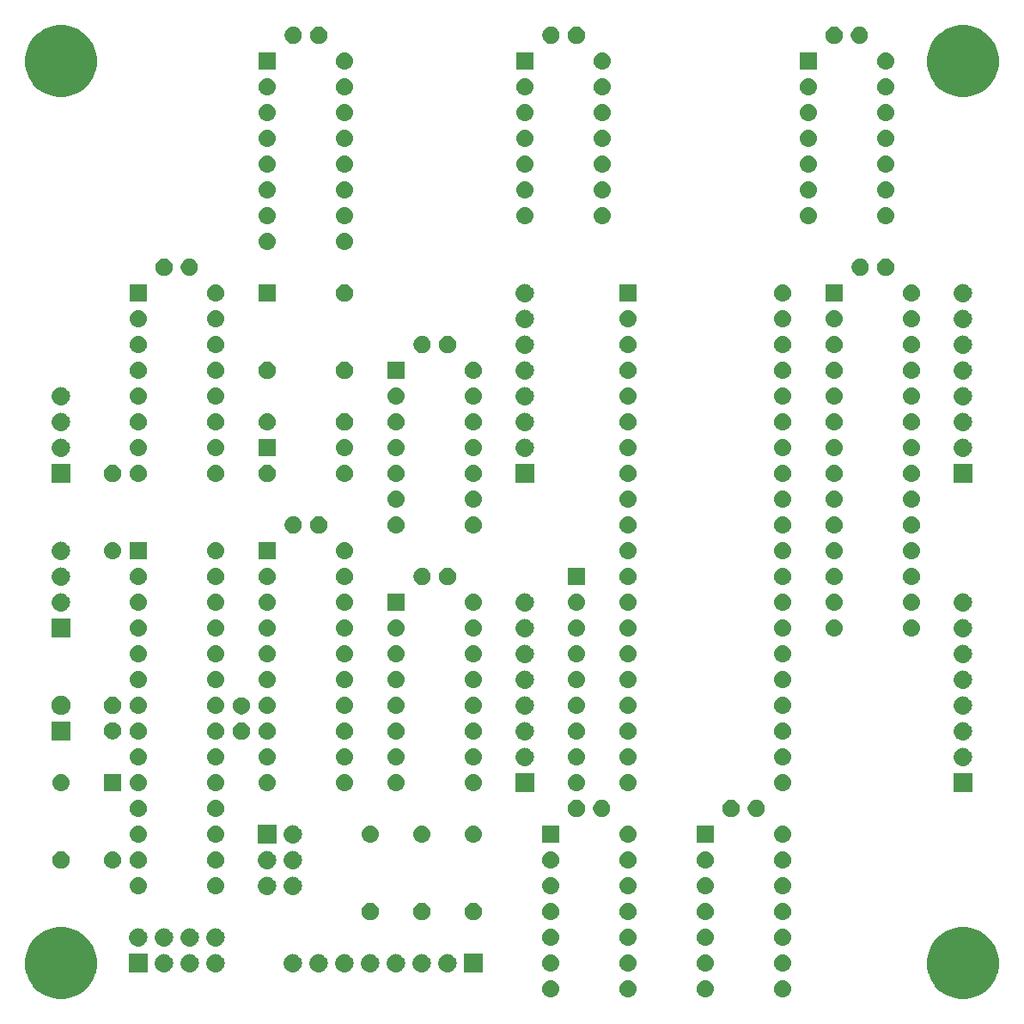
<source format=gbr>
G04 #@! TF.GenerationSoftware,KiCad,Pcbnew,5.0.2+dfsg1-1*
G04 #@! TF.CreationDate,2019-09-15T21:20:22+01:00*
G04 #@! TF.ProjectId,hw,68772e6b-6963-4616-945f-706362585858,rev?*
G04 #@! TF.SameCoordinates,Original*
G04 #@! TF.FileFunction,Soldermask,Top*
G04 #@! TF.FilePolarity,Negative*
%FSLAX46Y46*%
G04 Gerber Fmt 4.6, Leading zero omitted, Abs format (unit mm)*
G04 Created by KiCad (PCBNEW 5.0.2+dfsg1-1) date Sun 15 Sep 2019 21:20:22 BST*
%MOMM*%
%LPD*%
G01*
G04 APERTURE LIST*
%ADD10C,0.100000*%
G04 APERTURE END LIST*
D10*
G36*
X171215786Y-141365462D02*
X171215788Y-141365463D01*
X171215789Y-141365463D01*
X171862029Y-141633144D01*
X172251729Y-141893533D01*
X172443634Y-142021760D01*
X172938240Y-142516366D01*
X172938242Y-142516369D01*
X173326856Y-143097971D01*
X173594537Y-143744211D01*
X173594538Y-143744214D01*
X173731000Y-144430256D01*
X173731000Y-145129744D01*
X173621349Y-145681000D01*
X173594537Y-145815789D01*
X173326856Y-146462029D01*
X172986551Y-146971332D01*
X172938240Y-147043634D01*
X172443634Y-147538240D01*
X172443631Y-147538242D01*
X171862029Y-147926856D01*
X171215789Y-148194537D01*
X171215788Y-148194537D01*
X171215786Y-148194538D01*
X170529744Y-148331000D01*
X169830256Y-148331000D01*
X169144214Y-148194538D01*
X169144212Y-148194537D01*
X169144211Y-148194537D01*
X168497971Y-147926856D01*
X167916369Y-147538242D01*
X167916366Y-147538240D01*
X167421760Y-147043634D01*
X167373449Y-146971332D01*
X167033144Y-146462029D01*
X166765463Y-145815789D01*
X166738652Y-145681000D01*
X166629000Y-145129744D01*
X166629000Y-144430256D01*
X166765462Y-143744214D01*
X166765463Y-143744211D01*
X167033144Y-143097971D01*
X167421758Y-142516369D01*
X167421760Y-142516366D01*
X167916366Y-142021760D01*
X168108271Y-141893533D01*
X168497971Y-141633144D01*
X169144211Y-141365463D01*
X169144212Y-141365463D01*
X169144214Y-141365462D01*
X169830256Y-141229000D01*
X170529744Y-141229000D01*
X171215786Y-141365462D01*
X171215786Y-141365462D01*
G37*
G36*
X82315786Y-141365462D02*
X82315788Y-141365463D01*
X82315789Y-141365463D01*
X82962029Y-141633144D01*
X83351729Y-141893533D01*
X83543634Y-142021760D01*
X84038240Y-142516366D01*
X84038242Y-142516369D01*
X84426856Y-143097971D01*
X84694537Y-143744211D01*
X84694538Y-143744214D01*
X84831000Y-144430256D01*
X84831000Y-145129744D01*
X84721349Y-145681000D01*
X84694537Y-145815789D01*
X84426856Y-146462029D01*
X84086551Y-146971332D01*
X84038240Y-147043634D01*
X83543634Y-147538240D01*
X83543631Y-147538242D01*
X82962029Y-147926856D01*
X82315789Y-148194537D01*
X82315788Y-148194537D01*
X82315786Y-148194538D01*
X81629744Y-148331000D01*
X80930256Y-148331000D01*
X80244214Y-148194538D01*
X80244212Y-148194537D01*
X80244211Y-148194537D01*
X79597971Y-147926856D01*
X79016369Y-147538242D01*
X79016366Y-147538240D01*
X78521760Y-147043634D01*
X78473449Y-146971332D01*
X78133144Y-146462029D01*
X77865463Y-145815789D01*
X77838652Y-145681000D01*
X77729000Y-145129744D01*
X77729000Y-144430256D01*
X77865462Y-143744214D01*
X77865463Y-143744211D01*
X78133144Y-143097971D01*
X78521758Y-142516369D01*
X78521760Y-142516366D01*
X79016366Y-142021760D01*
X79208271Y-141893533D01*
X79597971Y-141633144D01*
X80244211Y-141365463D01*
X80244212Y-141365463D01*
X80244214Y-141365462D01*
X80930256Y-141229000D01*
X81629744Y-141229000D01*
X82315786Y-141365462D01*
X82315786Y-141365462D01*
G37*
G36*
X137326821Y-146481313D02*
X137326824Y-146481314D01*
X137326825Y-146481314D01*
X137487239Y-146529975D01*
X137487241Y-146529976D01*
X137487244Y-146529977D01*
X137635078Y-146608995D01*
X137764659Y-146715341D01*
X137871005Y-146844922D01*
X137950023Y-146992756D01*
X137950024Y-146992759D01*
X137950025Y-146992761D01*
X137973401Y-147069823D01*
X137998687Y-147153179D01*
X138015117Y-147320000D01*
X137998687Y-147486821D01*
X137998686Y-147486824D01*
X137998686Y-147486825D01*
X137958704Y-147618629D01*
X137950023Y-147647244D01*
X137871005Y-147795078D01*
X137764659Y-147924659D01*
X137635078Y-148031005D01*
X137487244Y-148110023D01*
X137487241Y-148110024D01*
X137487239Y-148110025D01*
X137326825Y-148158686D01*
X137326824Y-148158686D01*
X137326821Y-148158687D01*
X137201804Y-148171000D01*
X137118196Y-148171000D01*
X136993179Y-148158687D01*
X136993176Y-148158686D01*
X136993175Y-148158686D01*
X136832761Y-148110025D01*
X136832759Y-148110024D01*
X136832756Y-148110023D01*
X136684922Y-148031005D01*
X136555341Y-147924659D01*
X136448995Y-147795078D01*
X136369977Y-147647244D01*
X136361297Y-147618629D01*
X136321314Y-147486825D01*
X136321314Y-147486824D01*
X136321313Y-147486821D01*
X136304883Y-147320000D01*
X136321313Y-147153179D01*
X136346599Y-147069823D01*
X136369975Y-146992761D01*
X136369976Y-146992759D01*
X136369977Y-146992756D01*
X136448995Y-146844922D01*
X136555341Y-146715341D01*
X136684922Y-146608995D01*
X136832756Y-146529977D01*
X136832759Y-146529976D01*
X136832761Y-146529975D01*
X136993175Y-146481314D01*
X136993176Y-146481314D01*
X136993179Y-146481313D01*
X137118196Y-146469000D01*
X137201804Y-146469000D01*
X137326821Y-146481313D01*
X137326821Y-146481313D01*
G37*
G36*
X129706821Y-146481313D02*
X129706824Y-146481314D01*
X129706825Y-146481314D01*
X129867239Y-146529975D01*
X129867241Y-146529976D01*
X129867244Y-146529977D01*
X130015078Y-146608995D01*
X130144659Y-146715341D01*
X130251005Y-146844922D01*
X130330023Y-146992756D01*
X130330024Y-146992759D01*
X130330025Y-146992761D01*
X130353401Y-147069823D01*
X130378687Y-147153179D01*
X130395117Y-147320000D01*
X130378687Y-147486821D01*
X130378686Y-147486824D01*
X130378686Y-147486825D01*
X130338704Y-147618629D01*
X130330023Y-147647244D01*
X130251005Y-147795078D01*
X130144659Y-147924659D01*
X130015078Y-148031005D01*
X129867244Y-148110023D01*
X129867241Y-148110024D01*
X129867239Y-148110025D01*
X129706825Y-148158686D01*
X129706824Y-148158686D01*
X129706821Y-148158687D01*
X129581804Y-148171000D01*
X129498196Y-148171000D01*
X129373179Y-148158687D01*
X129373176Y-148158686D01*
X129373175Y-148158686D01*
X129212761Y-148110025D01*
X129212759Y-148110024D01*
X129212756Y-148110023D01*
X129064922Y-148031005D01*
X128935341Y-147924659D01*
X128828995Y-147795078D01*
X128749977Y-147647244D01*
X128741297Y-147618629D01*
X128701314Y-147486825D01*
X128701314Y-147486824D01*
X128701313Y-147486821D01*
X128684883Y-147320000D01*
X128701313Y-147153179D01*
X128726599Y-147069823D01*
X128749975Y-146992761D01*
X128749976Y-146992759D01*
X128749977Y-146992756D01*
X128828995Y-146844922D01*
X128935341Y-146715341D01*
X129064922Y-146608995D01*
X129212756Y-146529977D01*
X129212759Y-146529976D01*
X129212761Y-146529975D01*
X129373175Y-146481314D01*
X129373176Y-146481314D01*
X129373179Y-146481313D01*
X129498196Y-146469000D01*
X129581804Y-146469000D01*
X129706821Y-146481313D01*
X129706821Y-146481313D01*
G37*
G36*
X144946821Y-146481313D02*
X144946824Y-146481314D01*
X144946825Y-146481314D01*
X145107239Y-146529975D01*
X145107241Y-146529976D01*
X145107244Y-146529977D01*
X145255078Y-146608995D01*
X145384659Y-146715341D01*
X145491005Y-146844922D01*
X145570023Y-146992756D01*
X145570024Y-146992759D01*
X145570025Y-146992761D01*
X145593401Y-147069823D01*
X145618687Y-147153179D01*
X145635117Y-147320000D01*
X145618687Y-147486821D01*
X145618686Y-147486824D01*
X145618686Y-147486825D01*
X145578704Y-147618629D01*
X145570023Y-147647244D01*
X145491005Y-147795078D01*
X145384659Y-147924659D01*
X145255078Y-148031005D01*
X145107244Y-148110023D01*
X145107241Y-148110024D01*
X145107239Y-148110025D01*
X144946825Y-148158686D01*
X144946824Y-148158686D01*
X144946821Y-148158687D01*
X144821804Y-148171000D01*
X144738196Y-148171000D01*
X144613179Y-148158687D01*
X144613176Y-148158686D01*
X144613175Y-148158686D01*
X144452761Y-148110025D01*
X144452759Y-148110024D01*
X144452756Y-148110023D01*
X144304922Y-148031005D01*
X144175341Y-147924659D01*
X144068995Y-147795078D01*
X143989977Y-147647244D01*
X143981297Y-147618629D01*
X143941314Y-147486825D01*
X143941314Y-147486824D01*
X143941313Y-147486821D01*
X143924883Y-147320000D01*
X143941313Y-147153179D01*
X143966599Y-147069823D01*
X143989975Y-146992761D01*
X143989976Y-146992759D01*
X143989977Y-146992756D01*
X144068995Y-146844922D01*
X144175341Y-146715341D01*
X144304922Y-146608995D01*
X144452756Y-146529977D01*
X144452759Y-146529976D01*
X144452761Y-146529975D01*
X144613175Y-146481314D01*
X144613176Y-146481314D01*
X144613179Y-146481313D01*
X144738196Y-146469000D01*
X144821804Y-146469000D01*
X144946821Y-146481313D01*
X144946821Y-146481313D01*
G37*
G36*
X152566821Y-146481313D02*
X152566824Y-146481314D01*
X152566825Y-146481314D01*
X152727239Y-146529975D01*
X152727241Y-146529976D01*
X152727244Y-146529977D01*
X152875078Y-146608995D01*
X153004659Y-146715341D01*
X153111005Y-146844922D01*
X153190023Y-146992756D01*
X153190024Y-146992759D01*
X153190025Y-146992761D01*
X153213401Y-147069823D01*
X153238687Y-147153179D01*
X153255117Y-147320000D01*
X153238687Y-147486821D01*
X153238686Y-147486824D01*
X153238686Y-147486825D01*
X153198704Y-147618629D01*
X153190023Y-147647244D01*
X153111005Y-147795078D01*
X153004659Y-147924659D01*
X152875078Y-148031005D01*
X152727244Y-148110023D01*
X152727241Y-148110024D01*
X152727239Y-148110025D01*
X152566825Y-148158686D01*
X152566824Y-148158686D01*
X152566821Y-148158687D01*
X152441804Y-148171000D01*
X152358196Y-148171000D01*
X152233179Y-148158687D01*
X152233176Y-148158686D01*
X152233175Y-148158686D01*
X152072761Y-148110025D01*
X152072759Y-148110024D01*
X152072756Y-148110023D01*
X151924922Y-148031005D01*
X151795341Y-147924659D01*
X151688995Y-147795078D01*
X151609977Y-147647244D01*
X151601297Y-147618629D01*
X151561314Y-147486825D01*
X151561314Y-147486824D01*
X151561313Y-147486821D01*
X151544883Y-147320000D01*
X151561313Y-147153179D01*
X151586599Y-147069823D01*
X151609975Y-146992761D01*
X151609976Y-146992759D01*
X151609977Y-146992756D01*
X151688995Y-146844922D01*
X151795341Y-146715341D01*
X151924922Y-146608995D01*
X152072756Y-146529977D01*
X152072759Y-146529976D01*
X152072761Y-146529975D01*
X152233175Y-146481314D01*
X152233176Y-146481314D01*
X152233179Y-146481313D01*
X152358196Y-146469000D01*
X152441804Y-146469000D01*
X152566821Y-146481313D01*
X152566821Y-146481313D01*
G37*
G36*
X122821000Y-145681000D02*
X121019000Y-145681000D01*
X121019000Y-143879000D01*
X122821000Y-143879000D01*
X122821000Y-145681000D01*
X122821000Y-145681000D01*
G37*
G36*
X104250443Y-143885519D02*
X104316627Y-143892037D01*
X104429853Y-143926384D01*
X104486467Y-143943557D01*
X104573311Y-143989977D01*
X104642991Y-144027222D01*
X104678729Y-144056552D01*
X104780186Y-144139814D01*
X104863448Y-144241271D01*
X104892778Y-144277009D01*
X104892779Y-144277011D01*
X104976443Y-144433533D01*
X104993616Y-144490147D01*
X105027963Y-144603373D01*
X105045359Y-144780000D01*
X105027963Y-144956627D01*
X104994331Y-145067496D01*
X104976443Y-145126467D01*
X104948004Y-145179671D01*
X104892778Y-145282991D01*
X104863448Y-145318729D01*
X104780186Y-145420186D01*
X104678729Y-145503448D01*
X104642991Y-145532778D01*
X104642989Y-145532779D01*
X104486467Y-145616443D01*
X104479069Y-145618687D01*
X104316627Y-145667963D01*
X104250443Y-145674481D01*
X104184260Y-145681000D01*
X104095740Y-145681000D01*
X104029557Y-145674481D01*
X103963373Y-145667963D01*
X103800931Y-145618687D01*
X103793533Y-145616443D01*
X103637011Y-145532779D01*
X103637009Y-145532778D01*
X103601271Y-145503448D01*
X103499814Y-145420186D01*
X103416552Y-145318729D01*
X103387222Y-145282991D01*
X103331996Y-145179671D01*
X103303557Y-145126467D01*
X103285669Y-145067496D01*
X103252037Y-144956627D01*
X103234641Y-144780000D01*
X103252037Y-144603373D01*
X103286384Y-144490147D01*
X103303557Y-144433533D01*
X103387221Y-144277011D01*
X103387222Y-144277009D01*
X103416552Y-144241271D01*
X103499814Y-144139814D01*
X103601271Y-144056552D01*
X103637009Y-144027222D01*
X103706689Y-143989977D01*
X103793533Y-143943557D01*
X103850147Y-143926384D01*
X103963373Y-143892037D01*
X104029557Y-143885519D01*
X104095740Y-143879000D01*
X104184260Y-143879000D01*
X104250443Y-143885519D01*
X104250443Y-143885519D01*
G37*
G36*
X106790443Y-143885519D02*
X106856627Y-143892037D01*
X106969853Y-143926384D01*
X107026467Y-143943557D01*
X107113311Y-143989977D01*
X107182991Y-144027222D01*
X107218729Y-144056552D01*
X107320186Y-144139814D01*
X107403448Y-144241271D01*
X107432778Y-144277009D01*
X107432779Y-144277011D01*
X107516443Y-144433533D01*
X107533616Y-144490147D01*
X107567963Y-144603373D01*
X107585359Y-144780000D01*
X107567963Y-144956627D01*
X107534331Y-145067496D01*
X107516443Y-145126467D01*
X107488004Y-145179671D01*
X107432778Y-145282991D01*
X107403448Y-145318729D01*
X107320186Y-145420186D01*
X107218729Y-145503448D01*
X107182991Y-145532778D01*
X107182989Y-145532779D01*
X107026467Y-145616443D01*
X107019069Y-145618687D01*
X106856627Y-145667963D01*
X106790443Y-145674481D01*
X106724260Y-145681000D01*
X106635740Y-145681000D01*
X106569557Y-145674481D01*
X106503373Y-145667963D01*
X106340931Y-145618687D01*
X106333533Y-145616443D01*
X106177011Y-145532779D01*
X106177009Y-145532778D01*
X106141271Y-145503448D01*
X106039814Y-145420186D01*
X105956552Y-145318729D01*
X105927222Y-145282991D01*
X105871996Y-145179671D01*
X105843557Y-145126467D01*
X105825669Y-145067496D01*
X105792037Y-144956627D01*
X105774641Y-144780000D01*
X105792037Y-144603373D01*
X105826384Y-144490147D01*
X105843557Y-144433533D01*
X105927221Y-144277011D01*
X105927222Y-144277009D01*
X105956552Y-144241271D01*
X106039814Y-144139814D01*
X106141271Y-144056552D01*
X106177009Y-144027222D01*
X106246689Y-143989977D01*
X106333533Y-143943557D01*
X106390147Y-143926384D01*
X106503373Y-143892037D01*
X106569557Y-143885519D01*
X106635740Y-143879000D01*
X106724260Y-143879000D01*
X106790443Y-143885519D01*
X106790443Y-143885519D01*
G37*
G36*
X119490443Y-143885519D02*
X119556627Y-143892037D01*
X119669853Y-143926384D01*
X119726467Y-143943557D01*
X119813311Y-143989977D01*
X119882991Y-144027222D01*
X119918729Y-144056552D01*
X120020186Y-144139814D01*
X120103448Y-144241271D01*
X120132778Y-144277009D01*
X120132779Y-144277011D01*
X120216443Y-144433533D01*
X120233616Y-144490147D01*
X120267963Y-144603373D01*
X120285359Y-144780000D01*
X120267963Y-144956627D01*
X120234331Y-145067496D01*
X120216443Y-145126467D01*
X120188004Y-145179671D01*
X120132778Y-145282991D01*
X120103448Y-145318729D01*
X120020186Y-145420186D01*
X119918729Y-145503448D01*
X119882991Y-145532778D01*
X119882989Y-145532779D01*
X119726467Y-145616443D01*
X119719069Y-145618687D01*
X119556627Y-145667963D01*
X119490443Y-145674481D01*
X119424260Y-145681000D01*
X119335740Y-145681000D01*
X119269557Y-145674481D01*
X119203373Y-145667963D01*
X119040931Y-145618687D01*
X119033533Y-145616443D01*
X118877011Y-145532779D01*
X118877009Y-145532778D01*
X118841271Y-145503448D01*
X118739814Y-145420186D01*
X118656552Y-145318729D01*
X118627222Y-145282991D01*
X118571996Y-145179671D01*
X118543557Y-145126467D01*
X118525669Y-145067496D01*
X118492037Y-144956627D01*
X118474641Y-144780000D01*
X118492037Y-144603373D01*
X118526384Y-144490147D01*
X118543557Y-144433533D01*
X118627221Y-144277011D01*
X118627222Y-144277009D01*
X118656552Y-144241271D01*
X118739814Y-144139814D01*
X118841271Y-144056552D01*
X118877009Y-144027222D01*
X118946689Y-143989977D01*
X119033533Y-143943557D01*
X119090147Y-143926384D01*
X119203373Y-143892037D01*
X119269557Y-143885519D01*
X119335740Y-143879000D01*
X119424260Y-143879000D01*
X119490443Y-143885519D01*
X119490443Y-143885519D01*
G37*
G36*
X96630443Y-143885519D02*
X96696627Y-143892037D01*
X96809853Y-143926384D01*
X96866467Y-143943557D01*
X96953311Y-143989977D01*
X97022991Y-144027222D01*
X97058729Y-144056552D01*
X97160186Y-144139814D01*
X97243448Y-144241271D01*
X97272778Y-144277009D01*
X97272779Y-144277011D01*
X97356443Y-144433533D01*
X97373616Y-144490147D01*
X97407963Y-144603373D01*
X97425359Y-144780000D01*
X97407963Y-144956627D01*
X97374331Y-145067496D01*
X97356443Y-145126467D01*
X97328004Y-145179671D01*
X97272778Y-145282991D01*
X97243448Y-145318729D01*
X97160186Y-145420186D01*
X97058729Y-145503448D01*
X97022991Y-145532778D01*
X97022989Y-145532779D01*
X96866467Y-145616443D01*
X96859069Y-145618687D01*
X96696627Y-145667963D01*
X96630443Y-145674481D01*
X96564260Y-145681000D01*
X96475740Y-145681000D01*
X96409557Y-145674481D01*
X96343373Y-145667963D01*
X96180931Y-145618687D01*
X96173533Y-145616443D01*
X96017011Y-145532779D01*
X96017009Y-145532778D01*
X95981271Y-145503448D01*
X95879814Y-145420186D01*
X95796552Y-145318729D01*
X95767222Y-145282991D01*
X95711996Y-145179671D01*
X95683557Y-145126467D01*
X95665669Y-145067496D01*
X95632037Y-144956627D01*
X95614641Y-144780000D01*
X95632037Y-144603373D01*
X95666384Y-144490147D01*
X95683557Y-144433533D01*
X95767221Y-144277011D01*
X95767222Y-144277009D01*
X95796552Y-144241271D01*
X95879814Y-144139814D01*
X95981271Y-144056552D01*
X96017009Y-144027222D01*
X96086689Y-143989977D01*
X96173533Y-143943557D01*
X96230147Y-143926384D01*
X96343373Y-143892037D01*
X96409557Y-143885519D01*
X96475740Y-143879000D01*
X96564260Y-143879000D01*
X96630443Y-143885519D01*
X96630443Y-143885519D01*
G37*
G36*
X116950443Y-143885519D02*
X117016627Y-143892037D01*
X117129853Y-143926384D01*
X117186467Y-143943557D01*
X117273311Y-143989977D01*
X117342991Y-144027222D01*
X117378729Y-144056552D01*
X117480186Y-144139814D01*
X117563448Y-144241271D01*
X117592778Y-144277009D01*
X117592779Y-144277011D01*
X117676443Y-144433533D01*
X117693616Y-144490147D01*
X117727963Y-144603373D01*
X117745359Y-144780000D01*
X117727963Y-144956627D01*
X117694331Y-145067496D01*
X117676443Y-145126467D01*
X117648004Y-145179671D01*
X117592778Y-145282991D01*
X117563448Y-145318729D01*
X117480186Y-145420186D01*
X117378729Y-145503448D01*
X117342991Y-145532778D01*
X117342989Y-145532779D01*
X117186467Y-145616443D01*
X117179069Y-145618687D01*
X117016627Y-145667963D01*
X116950443Y-145674481D01*
X116884260Y-145681000D01*
X116795740Y-145681000D01*
X116729557Y-145674481D01*
X116663373Y-145667963D01*
X116500931Y-145618687D01*
X116493533Y-145616443D01*
X116337011Y-145532779D01*
X116337009Y-145532778D01*
X116301271Y-145503448D01*
X116199814Y-145420186D01*
X116116552Y-145318729D01*
X116087222Y-145282991D01*
X116031996Y-145179671D01*
X116003557Y-145126467D01*
X115985669Y-145067496D01*
X115952037Y-144956627D01*
X115934641Y-144780000D01*
X115952037Y-144603373D01*
X115986384Y-144490147D01*
X116003557Y-144433533D01*
X116087221Y-144277011D01*
X116087222Y-144277009D01*
X116116552Y-144241271D01*
X116199814Y-144139814D01*
X116301271Y-144056552D01*
X116337009Y-144027222D01*
X116406689Y-143989977D01*
X116493533Y-143943557D01*
X116550147Y-143926384D01*
X116663373Y-143892037D01*
X116729557Y-143885519D01*
X116795740Y-143879000D01*
X116884260Y-143879000D01*
X116950443Y-143885519D01*
X116950443Y-143885519D01*
G37*
G36*
X94090443Y-143885519D02*
X94156627Y-143892037D01*
X94269853Y-143926384D01*
X94326467Y-143943557D01*
X94413311Y-143989977D01*
X94482991Y-144027222D01*
X94518729Y-144056552D01*
X94620186Y-144139814D01*
X94703448Y-144241271D01*
X94732778Y-144277009D01*
X94732779Y-144277011D01*
X94816443Y-144433533D01*
X94833616Y-144490147D01*
X94867963Y-144603373D01*
X94885359Y-144780000D01*
X94867963Y-144956627D01*
X94834331Y-145067496D01*
X94816443Y-145126467D01*
X94788004Y-145179671D01*
X94732778Y-145282991D01*
X94703448Y-145318729D01*
X94620186Y-145420186D01*
X94518729Y-145503448D01*
X94482991Y-145532778D01*
X94482989Y-145532779D01*
X94326467Y-145616443D01*
X94319069Y-145618687D01*
X94156627Y-145667963D01*
X94090443Y-145674481D01*
X94024260Y-145681000D01*
X93935740Y-145681000D01*
X93869557Y-145674481D01*
X93803373Y-145667963D01*
X93640931Y-145618687D01*
X93633533Y-145616443D01*
X93477011Y-145532779D01*
X93477009Y-145532778D01*
X93441271Y-145503448D01*
X93339814Y-145420186D01*
X93256552Y-145318729D01*
X93227222Y-145282991D01*
X93171996Y-145179671D01*
X93143557Y-145126467D01*
X93125669Y-145067496D01*
X93092037Y-144956627D01*
X93074641Y-144780000D01*
X93092037Y-144603373D01*
X93126384Y-144490147D01*
X93143557Y-144433533D01*
X93227221Y-144277011D01*
X93227222Y-144277009D01*
X93256552Y-144241271D01*
X93339814Y-144139814D01*
X93441271Y-144056552D01*
X93477009Y-144027222D01*
X93546689Y-143989977D01*
X93633533Y-143943557D01*
X93690147Y-143926384D01*
X93803373Y-143892037D01*
X93869557Y-143885519D01*
X93935740Y-143879000D01*
X94024260Y-143879000D01*
X94090443Y-143885519D01*
X94090443Y-143885519D01*
G37*
G36*
X91550443Y-143885519D02*
X91616627Y-143892037D01*
X91729853Y-143926384D01*
X91786467Y-143943557D01*
X91873311Y-143989977D01*
X91942991Y-144027222D01*
X91978729Y-144056552D01*
X92080186Y-144139814D01*
X92163448Y-144241271D01*
X92192778Y-144277009D01*
X92192779Y-144277011D01*
X92276443Y-144433533D01*
X92293616Y-144490147D01*
X92327963Y-144603373D01*
X92345359Y-144780000D01*
X92327963Y-144956627D01*
X92294331Y-145067496D01*
X92276443Y-145126467D01*
X92248004Y-145179671D01*
X92192778Y-145282991D01*
X92163448Y-145318729D01*
X92080186Y-145420186D01*
X91978729Y-145503448D01*
X91942991Y-145532778D01*
X91942989Y-145532779D01*
X91786467Y-145616443D01*
X91779069Y-145618687D01*
X91616627Y-145667963D01*
X91550443Y-145674481D01*
X91484260Y-145681000D01*
X91395740Y-145681000D01*
X91329557Y-145674481D01*
X91263373Y-145667963D01*
X91100931Y-145618687D01*
X91093533Y-145616443D01*
X90937011Y-145532779D01*
X90937009Y-145532778D01*
X90901271Y-145503448D01*
X90799814Y-145420186D01*
X90716552Y-145318729D01*
X90687222Y-145282991D01*
X90631996Y-145179671D01*
X90603557Y-145126467D01*
X90585669Y-145067496D01*
X90552037Y-144956627D01*
X90534641Y-144780000D01*
X90552037Y-144603373D01*
X90586384Y-144490147D01*
X90603557Y-144433533D01*
X90687221Y-144277011D01*
X90687222Y-144277009D01*
X90716552Y-144241271D01*
X90799814Y-144139814D01*
X90901271Y-144056552D01*
X90937009Y-144027222D01*
X91006689Y-143989977D01*
X91093533Y-143943557D01*
X91150147Y-143926384D01*
X91263373Y-143892037D01*
X91329557Y-143885519D01*
X91395740Y-143879000D01*
X91484260Y-143879000D01*
X91550443Y-143885519D01*
X91550443Y-143885519D01*
G37*
G36*
X114410443Y-143885519D02*
X114476627Y-143892037D01*
X114589853Y-143926384D01*
X114646467Y-143943557D01*
X114733311Y-143989977D01*
X114802991Y-144027222D01*
X114838729Y-144056552D01*
X114940186Y-144139814D01*
X115023448Y-144241271D01*
X115052778Y-144277009D01*
X115052779Y-144277011D01*
X115136443Y-144433533D01*
X115153616Y-144490147D01*
X115187963Y-144603373D01*
X115205359Y-144780000D01*
X115187963Y-144956627D01*
X115154331Y-145067496D01*
X115136443Y-145126467D01*
X115108004Y-145179671D01*
X115052778Y-145282991D01*
X115023448Y-145318729D01*
X114940186Y-145420186D01*
X114838729Y-145503448D01*
X114802991Y-145532778D01*
X114802989Y-145532779D01*
X114646467Y-145616443D01*
X114639069Y-145618687D01*
X114476627Y-145667963D01*
X114410443Y-145674481D01*
X114344260Y-145681000D01*
X114255740Y-145681000D01*
X114189557Y-145674481D01*
X114123373Y-145667963D01*
X113960931Y-145618687D01*
X113953533Y-145616443D01*
X113797011Y-145532779D01*
X113797009Y-145532778D01*
X113761271Y-145503448D01*
X113659814Y-145420186D01*
X113576552Y-145318729D01*
X113547222Y-145282991D01*
X113491996Y-145179671D01*
X113463557Y-145126467D01*
X113445669Y-145067496D01*
X113412037Y-144956627D01*
X113394641Y-144780000D01*
X113412037Y-144603373D01*
X113446384Y-144490147D01*
X113463557Y-144433533D01*
X113547221Y-144277011D01*
X113547222Y-144277009D01*
X113576552Y-144241271D01*
X113659814Y-144139814D01*
X113761271Y-144056552D01*
X113797009Y-144027222D01*
X113866689Y-143989977D01*
X113953533Y-143943557D01*
X114010147Y-143926384D01*
X114123373Y-143892037D01*
X114189557Y-143885519D01*
X114255740Y-143879000D01*
X114344260Y-143879000D01*
X114410443Y-143885519D01*
X114410443Y-143885519D01*
G37*
G36*
X89801000Y-145681000D02*
X87999000Y-145681000D01*
X87999000Y-143879000D01*
X89801000Y-143879000D01*
X89801000Y-145681000D01*
X89801000Y-145681000D01*
G37*
G36*
X111870443Y-143885519D02*
X111936627Y-143892037D01*
X112049853Y-143926384D01*
X112106467Y-143943557D01*
X112193311Y-143989977D01*
X112262991Y-144027222D01*
X112298729Y-144056552D01*
X112400186Y-144139814D01*
X112483448Y-144241271D01*
X112512778Y-144277009D01*
X112512779Y-144277011D01*
X112596443Y-144433533D01*
X112613616Y-144490147D01*
X112647963Y-144603373D01*
X112665359Y-144780000D01*
X112647963Y-144956627D01*
X112614331Y-145067496D01*
X112596443Y-145126467D01*
X112568004Y-145179671D01*
X112512778Y-145282991D01*
X112483448Y-145318729D01*
X112400186Y-145420186D01*
X112298729Y-145503448D01*
X112262991Y-145532778D01*
X112262989Y-145532779D01*
X112106467Y-145616443D01*
X112099069Y-145618687D01*
X111936627Y-145667963D01*
X111870443Y-145674481D01*
X111804260Y-145681000D01*
X111715740Y-145681000D01*
X111649557Y-145674481D01*
X111583373Y-145667963D01*
X111420931Y-145618687D01*
X111413533Y-145616443D01*
X111257011Y-145532779D01*
X111257009Y-145532778D01*
X111221271Y-145503448D01*
X111119814Y-145420186D01*
X111036552Y-145318729D01*
X111007222Y-145282991D01*
X110951996Y-145179671D01*
X110923557Y-145126467D01*
X110905669Y-145067496D01*
X110872037Y-144956627D01*
X110854641Y-144780000D01*
X110872037Y-144603373D01*
X110906384Y-144490147D01*
X110923557Y-144433533D01*
X111007221Y-144277011D01*
X111007222Y-144277009D01*
X111036552Y-144241271D01*
X111119814Y-144139814D01*
X111221271Y-144056552D01*
X111257009Y-144027222D01*
X111326689Y-143989977D01*
X111413533Y-143943557D01*
X111470147Y-143926384D01*
X111583373Y-143892037D01*
X111649557Y-143885519D01*
X111715740Y-143879000D01*
X111804260Y-143879000D01*
X111870443Y-143885519D01*
X111870443Y-143885519D01*
G37*
G36*
X109330443Y-143885519D02*
X109396627Y-143892037D01*
X109509853Y-143926384D01*
X109566467Y-143943557D01*
X109653311Y-143989977D01*
X109722991Y-144027222D01*
X109758729Y-144056552D01*
X109860186Y-144139814D01*
X109943448Y-144241271D01*
X109972778Y-144277009D01*
X109972779Y-144277011D01*
X110056443Y-144433533D01*
X110073616Y-144490147D01*
X110107963Y-144603373D01*
X110125359Y-144780000D01*
X110107963Y-144956627D01*
X110074331Y-145067496D01*
X110056443Y-145126467D01*
X110028004Y-145179671D01*
X109972778Y-145282991D01*
X109943448Y-145318729D01*
X109860186Y-145420186D01*
X109758729Y-145503448D01*
X109722991Y-145532778D01*
X109722989Y-145532779D01*
X109566467Y-145616443D01*
X109559069Y-145618687D01*
X109396627Y-145667963D01*
X109330443Y-145674481D01*
X109264260Y-145681000D01*
X109175740Y-145681000D01*
X109109557Y-145674481D01*
X109043373Y-145667963D01*
X108880931Y-145618687D01*
X108873533Y-145616443D01*
X108717011Y-145532779D01*
X108717009Y-145532778D01*
X108681271Y-145503448D01*
X108579814Y-145420186D01*
X108496552Y-145318729D01*
X108467222Y-145282991D01*
X108411996Y-145179671D01*
X108383557Y-145126467D01*
X108365669Y-145067496D01*
X108332037Y-144956627D01*
X108314641Y-144780000D01*
X108332037Y-144603373D01*
X108366384Y-144490147D01*
X108383557Y-144433533D01*
X108467221Y-144277011D01*
X108467222Y-144277009D01*
X108496552Y-144241271D01*
X108579814Y-144139814D01*
X108681271Y-144056552D01*
X108717009Y-144027222D01*
X108786689Y-143989977D01*
X108873533Y-143943557D01*
X108930147Y-143926384D01*
X109043373Y-143892037D01*
X109109557Y-143885519D01*
X109175740Y-143879000D01*
X109264260Y-143879000D01*
X109330443Y-143885519D01*
X109330443Y-143885519D01*
G37*
G36*
X152566821Y-143941313D02*
X152566824Y-143941314D01*
X152566825Y-143941314D01*
X152727239Y-143989975D01*
X152727241Y-143989976D01*
X152727244Y-143989977D01*
X152875078Y-144068995D01*
X153004659Y-144175341D01*
X153111005Y-144304922D01*
X153190023Y-144452756D01*
X153190024Y-144452759D01*
X153190025Y-144452761D01*
X153235713Y-144603375D01*
X153238687Y-144613179D01*
X153255117Y-144780000D01*
X153238687Y-144946821D01*
X153238686Y-144946824D01*
X153238686Y-144946825D01*
X153202081Y-145067496D01*
X153190023Y-145107244D01*
X153111005Y-145255078D01*
X153004659Y-145384659D01*
X152875078Y-145491005D01*
X152727244Y-145570023D01*
X152727241Y-145570024D01*
X152727239Y-145570025D01*
X152566825Y-145618686D01*
X152566824Y-145618686D01*
X152566821Y-145618687D01*
X152441804Y-145631000D01*
X152358196Y-145631000D01*
X152233179Y-145618687D01*
X152233176Y-145618686D01*
X152233175Y-145618686D01*
X152072761Y-145570025D01*
X152072759Y-145570024D01*
X152072756Y-145570023D01*
X151924922Y-145491005D01*
X151795341Y-145384659D01*
X151688995Y-145255078D01*
X151609977Y-145107244D01*
X151597920Y-145067496D01*
X151561314Y-144946825D01*
X151561314Y-144946824D01*
X151561313Y-144946821D01*
X151544883Y-144780000D01*
X151561313Y-144613179D01*
X151564287Y-144603375D01*
X151609975Y-144452761D01*
X151609976Y-144452759D01*
X151609977Y-144452756D01*
X151688995Y-144304922D01*
X151795341Y-144175341D01*
X151924922Y-144068995D01*
X152072756Y-143989977D01*
X152072759Y-143989976D01*
X152072761Y-143989975D01*
X152233175Y-143941314D01*
X152233176Y-143941314D01*
X152233179Y-143941313D01*
X152358196Y-143929000D01*
X152441804Y-143929000D01*
X152566821Y-143941313D01*
X152566821Y-143941313D01*
G37*
G36*
X144946821Y-143941313D02*
X144946824Y-143941314D01*
X144946825Y-143941314D01*
X145107239Y-143989975D01*
X145107241Y-143989976D01*
X145107244Y-143989977D01*
X145255078Y-144068995D01*
X145384659Y-144175341D01*
X145491005Y-144304922D01*
X145570023Y-144452756D01*
X145570024Y-144452759D01*
X145570025Y-144452761D01*
X145615713Y-144603375D01*
X145618687Y-144613179D01*
X145635117Y-144780000D01*
X145618687Y-144946821D01*
X145618686Y-144946824D01*
X145618686Y-144946825D01*
X145582081Y-145067496D01*
X145570023Y-145107244D01*
X145491005Y-145255078D01*
X145384659Y-145384659D01*
X145255078Y-145491005D01*
X145107244Y-145570023D01*
X145107241Y-145570024D01*
X145107239Y-145570025D01*
X144946825Y-145618686D01*
X144946824Y-145618686D01*
X144946821Y-145618687D01*
X144821804Y-145631000D01*
X144738196Y-145631000D01*
X144613179Y-145618687D01*
X144613176Y-145618686D01*
X144613175Y-145618686D01*
X144452761Y-145570025D01*
X144452759Y-145570024D01*
X144452756Y-145570023D01*
X144304922Y-145491005D01*
X144175341Y-145384659D01*
X144068995Y-145255078D01*
X143989977Y-145107244D01*
X143977920Y-145067496D01*
X143941314Y-144946825D01*
X143941314Y-144946824D01*
X143941313Y-144946821D01*
X143924883Y-144780000D01*
X143941313Y-144613179D01*
X143944287Y-144603375D01*
X143989975Y-144452761D01*
X143989976Y-144452759D01*
X143989977Y-144452756D01*
X144068995Y-144304922D01*
X144175341Y-144175341D01*
X144304922Y-144068995D01*
X144452756Y-143989977D01*
X144452759Y-143989976D01*
X144452761Y-143989975D01*
X144613175Y-143941314D01*
X144613176Y-143941314D01*
X144613179Y-143941313D01*
X144738196Y-143929000D01*
X144821804Y-143929000D01*
X144946821Y-143941313D01*
X144946821Y-143941313D01*
G37*
G36*
X137326821Y-143941313D02*
X137326824Y-143941314D01*
X137326825Y-143941314D01*
X137487239Y-143989975D01*
X137487241Y-143989976D01*
X137487244Y-143989977D01*
X137635078Y-144068995D01*
X137764659Y-144175341D01*
X137871005Y-144304922D01*
X137950023Y-144452756D01*
X137950024Y-144452759D01*
X137950025Y-144452761D01*
X137995713Y-144603375D01*
X137998687Y-144613179D01*
X138015117Y-144780000D01*
X137998687Y-144946821D01*
X137998686Y-144946824D01*
X137998686Y-144946825D01*
X137962081Y-145067496D01*
X137950023Y-145107244D01*
X137871005Y-145255078D01*
X137764659Y-145384659D01*
X137635078Y-145491005D01*
X137487244Y-145570023D01*
X137487241Y-145570024D01*
X137487239Y-145570025D01*
X137326825Y-145618686D01*
X137326824Y-145618686D01*
X137326821Y-145618687D01*
X137201804Y-145631000D01*
X137118196Y-145631000D01*
X136993179Y-145618687D01*
X136993176Y-145618686D01*
X136993175Y-145618686D01*
X136832761Y-145570025D01*
X136832759Y-145570024D01*
X136832756Y-145570023D01*
X136684922Y-145491005D01*
X136555341Y-145384659D01*
X136448995Y-145255078D01*
X136369977Y-145107244D01*
X136357920Y-145067496D01*
X136321314Y-144946825D01*
X136321314Y-144946824D01*
X136321313Y-144946821D01*
X136304883Y-144780000D01*
X136321313Y-144613179D01*
X136324287Y-144603375D01*
X136369975Y-144452761D01*
X136369976Y-144452759D01*
X136369977Y-144452756D01*
X136448995Y-144304922D01*
X136555341Y-144175341D01*
X136684922Y-144068995D01*
X136832756Y-143989977D01*
X136832759Y-143989976D01*
X136832761Y-143989975D01*
X136993175Y-143941314D01*
X136993176Y-143941314D01*
X136993179Y-143941313D01*
X137118196Y-143929000D01*
X137201804Y-143929000D01*
X137326821Y-143941313D01*
X137326821Y-143941313D01*
G37*
G36*
X129706821Y-143941313D02*
X129706824Y-143941314D01*
X129706825Y-143941314D01*
X129867239Y-143989975D01*
X129867241Y-143989976D01*
X129867244Y-143989977D01*
X130015078Y-144068995D01*
X130144659Y-144175341D01*
X130251005Y-144304922D01*
X130330023Y-144452756D01*
X130330024Y-144452759D01*
X130330025Y-144452761D01*
X130375713Y-144603375D01*
X130378687Y-144613179D01*
X130395117Y-144780000D01*
X130378687Y-144946821D01*
X130378686Y-144946824D01*
X130378686Y-144946825D01*
X130342081Y-145067496D01*
X130330023Y-145107244D01*
X130251005Y-145255078D01*
X130144659Y-145384659D01*
X130015078Y-145491005D01*
X129867244Y-145570023D01*
X129867241Y-145570024D01*
X129867239Y-145570025D01*
X129706825Y-145618686D01*
X129706824Y-145618686D01*
X129706821Y-145618687D01*
X129581804Y-145631000D01*
X129498196Y-145631000D01*
X129373179Y-145618687D01*
X129373176Y-145618686D01*
X129373175Y-145618686D01*
X129212761Y-145570025D01*
X129212759Y-145570024D01*
X129212756Y-145570023D01*
X129064922Y-145491005D01*
X128935341Y-145384659D01*
X128828995Y-145255078D01*
X128749977Y-145107244D01*
X128737920Y-145067496D01*
X128701314Y-144946825D01*
X128701314Y-144946824D01*
X128701313Y-144946821D01*
X128684883Y-144780000D01*
X128701313Y-144613179D01*
X128704287Y-144603375D01*
X128749975Y-144452761D01*
X128749976Y-144452759D01*
X128749977Y-144452756D01*
X128828995Y-144304922D01*
X128935341Y-144175341D01*
X129064922Y-144068995D01*
X129212756Y-143989977D01*
X129212759Y-143989976D01*
X129212761Y-143989975D01*
X129373175Y-143941314D01*
X129373176Y-143941314D01*
X129373179Y-143941313D01*
X129498196Y-143929000D01*
X129581804Y-143929000D01*
X129706821Y-143941313D01*
X129706821Y-143941313D01*
G37*
G36*
X89010442Y-141345518D02*
X89076627Y-141352037D01*
X89189853Y-141386384D01*
X89246467Y-141403557D01*
X89333311Y-141449977D01*
X89402991Y-141487222D01*
X89438729Y-141516552D01*
X89540186Y-141599814D01*
X89623448Y-141701271D01*
X89652778Y-141737009D01*
X89652779Y-141737011D01*
X89736443Y-141893533D01*
X89750954Y-141941371D01*
X89787963Y-142063373D01*
X89805359Y-142240000D01*
X89787963Y-142416627D01*
X89757707Y-142516369D01*
X89736443Y-142586467D01*
X89726002Y-142606000D01*
X89652778Y-142742991D01*
X89623448Y-142778729D01*
X89540186Y-142880186D01*
X89438729Y-142963448D01*
X89402991Y-142992778D01*
X89402989Y-142992779D01*
X89246467Y-143076443D01*
X89239069Y-143078687D01*
X89076627Y-143127963D01*
X89010443Y-143134481D01*
X88944260Y-143141000D01*
X88855740Y-143141000D01*
X88789557Y-143134481D01*
X88723373Y-143127963D01*
X88560931Y-143078687D01*
X88553533Y-143076443D01*
X88397011Y-142992779D01*
X88397009Y-142992778D01*
X88361271Y-142963448D01*
X88259814Y-142880186D01*
X88176552Y-142778729D01*
X88147222Y-142742991D01*
X88073998Y-142606000D01*
X88063557Y-142586467D01*
X88042293Y-142516369D01*
X88012037Y-142416627D01*
X87994641Y-142240000D01*
X88012037Y-142063373D01*
X88049046Y-141941371D01*
X88063557Y-141893533D01*
X88147221Y-141737011D01*
X88147222Y-141737009D01*
X88176552Y-141701271D01*
X88259814Y-141599814D01*
X88361271Y-141516552D01*
X88397009Y-141487222D01*
X88466689Y-141449977D01*
X88553533Y-141403557D01*
X88610147Y-141386384D01*
X88723373Y-141352037D01*
X88789558Y-141345518D01*
X88855740Y-141339000D01*
X88944260Y-141339000D01*
X89010442Y-141345518D01*
X89010442Y-141345518D01*
G37*
G36*
X94090442Y-141345518D02*
X94156627Y-141352037D01*
X94269853Y-141386384D01*
X94326467Y-141403557D01*
X94413311Y-141449977D01*
X94482991Y-141487222D01*
X94518729Y-141516552D01*
X94620186Y-141599814D01*
X94703448Y-141701271D01*
X94732778Y-141737009D01*
X94732779Y-141737011D01*
X94816443Y-141893533D01*
X94830954Y-141941371D01*
X94867963Y-142063373D01*
X94885359Y-142240000D01*
X94867963Y-142416627D01*
X94837707Y-142516369D01*
X94816443Y-142586467D01*
X94806002Y-142606000D01*
X94732778Y-142742991D01*
X94703448Y-142778729D01*
X94620186Y-142880186D01*
X94518729Y-142963448D01*
X94482991Y-142992778D01*
X94482989Y-142992779D01*
X94326467Y-143076443D01*
X94319069Y-143078687D01*
X94156627Y-143127963D01*
X94090443Y-143134481D01*
X94024260Y-143141000D01*
X93935740Y-143141000D01*
X93869557Y-143134481D01*
X93803373Y-143127963D01*
X93640931Y-143078687D01*
X93633533Y-143076443D01*
X93477011Y-142992779D01*
X93477009Y-142992778D01*
X93441271Y-142963448D01*
X93339814Y-142880186D01*
X93256552Y-142778729D01*
X93227222Y-142742991D01*
X93153998Y-142606000D01*
X93143557Y-142586467D01*
X93122293Y-142516369D01*
X93092037Y-142416627D01*
X93074641Y-142240000D01*
X93092037Y-142063373D01*
X93129046Y-141941371D01*
X93143557Y-141893533D01*
X93227221Y-141737011D01*
X93227222Y-141737009D01*
X93256552Y-141701271D01*
X93339814Y-141599814D01*
X93441271Y-141516552D01*
X93477009Y-141487222D01*
X93546689Y-141449977D01*
X93633533Y-141403557D01*
X93690147Y-141386384D01*
X93803373Y-141352037D01*
X93869558Y-141345518D01*
X93935740Y-141339000D01*
X94024260Y-141339000D01*
X94090442Y-141345518D01*
X94090442Y-141345518D01*
G37*
G36*
X91550442Y-141345518D02*
X91616627Y-141352037D01*
X91729853Y-141386384D01*
X91786467Y-141403557D01*
X91873311Y-141449977D01*
X91942991Y-141487222D01*
X91978729Y-141516552D01*
X92080186Y-141599814D01*
X92163448Y-141701271D01*
X92192778Y-141737009D01*
X92192779Y-141737011D01*
X92276443Y-141893533D01*
X92290954Y-141941371D01*
X92327963Y-142063373D01*
X92345359Y-142240000D01*
X92327963Y-142416627D01*
X92297707Y-142516369D01*
X92276443Y-142586467D01*
X92266002Y-142606000D01*
X92192778Y-142742991D01*
X92163448Y-142778729D01*
X92080186Y-142880186D01*
X91978729Y-142963448D01*
X91942991Y-142992778D01*
X91942989Y-142992779D01*
X91786467Y-143076443D01*
X91779069Y-143078687D01*
X91616627Y-143127963D01*
X91550443Y-143134481D01*
X91484260Y-143141000D01*
X91395740Y-143141000D01*
X91329557Y-143134481D01*
X91263373Y-143127963D01*
X91100931Y-143078687D01*
X91093533Y-143076443D01*
X90937011Y-142992779D01*
X90937009Y-142992778D01*
X90901271Y-142963448D01*
X90799814Y-142880186D01*
X90716552Y-142778729D01*
X90687222Y-142742991D01*
X90613998Y-142606000D01*
X90603557Y-142586467D01*
X90582293Y-142516369D01*
X90552037Y-142416627D01*
X90534641Y-142240000D01*
X90552037Y-142063373D01*
X90589046Y-141941371D01*
X90603557Y-141893533D01*
X90687221Y-141737011D01*
X90687222Y-141737009D01*
X90716552Y-141701271D01*
X90799814Y-141599814D01*
X90901271Y-141516552D01*
X90937009Y-141487222D01*
X91006689Y-141449977D01*
X91093533Y-141403557D01*
X91150147Y-141386384D01*
X91263373Y-141352037D01*
X91329558Y-141345518D01*
X91395740Y-141339000D01*
X91484260Y-141339000D01*
X91550442Y-141345518D01*
X91550442Y-141345518D01*
G37*
G36*
X96630442Y-141345518D02*
X96696627Y-141352037D01*
X96809853Y-141386384D01*
X96866467Y-141403557D01*
X96953311Y-141449977D01*
X97022991Y-141487222D01*
X97058729Y-141516552D01*
X97160186Y-141599814D01*
X97243448Y-141701271D01*
X97272778Y-141737009D01*
X97272779Y-141737011D01*
X97356443Y-141893533D01*
X97370954Y-141941371D01*
X97407963Y-142063373D01*
X97425359Y-142240000D01*
X97407963Y-142416627D01*
X97377707Y-142516369D01*
X97356443Y-142586467D01*
X97346002Y-142606000D01*
X97272778Y-142742991D01*
X97243448Y-142778729D01*
X97160186Y-142880186D01*
X97058729Y-142963448D01*
X97022991Y-142992778D01*
X97022989Y-142992779D01*
X96866467Y-143076443D01*
X96859069Y-143078687D01*
X96696627Y-143127963D01*
X96630443Y-143134481D01*
X96564260Y-143141000D01*
X96475740Y-143141000D01*
X96409557Y-143134481D01*
X96343373Y-143127963D01*
X96180931Y-143078687D01*
X96173533Y-143076443D01*
X96017011Y-142992779D01*
X96017009Y-142992778D01*
X95981271Y-142963448D01*
X95879814Y-142880186D01*
X95796552Y-142778729D01*
X95767222Y-142742991D01*
X95693998Y-142606000D01*
X95683557Y-142586467D01*
X95662293Y-142516369D01*
X95632037Y-142416627D01*
X95614641Y-142240000D01*
X95632037Y-142063373D01*
X95669046Y-141941371D01*
X95683557Y-141893533D01*
X95767221Y-141737011D01*
X95767222Y-141737009D01*
X95796552Y-141701271D01*
X95879814Y-141599814D01*
X95981271Y-141516552D01*
X96017009Y-141487222D01*
X96086689Y-141449977D01*
X96173533Y-141403557D01*
X96230147Y-141386384D01*
X96343373Y-141352037D01*
X96409558Y-141345518D01*
X96475740Y-141339000D01*
X96564260Y-141339000D01*
X96630442Y-141345518D01*
X96630442Y-141345518D01*
G37*
G36*
X144946821Y-141401313D02*
X144946824Y-141401314D01*
X144946825Y-141401314D01*
X145107239Y-141449975D01*
X145107241Y-141449976D01*
X145107244Y-141449977D01*
X145255078Y-141528995D01*
X145384659Y-141635341D01*
X145491005Y-141764922D01*
X145570023Y-141912756D01*
X145570024Y-141912759D01*
X145570025Y-141912761D01*
X145615713Y-142063375D01*
X145618687Y-142073179D01*
X145635117Y-142240000D01*
X145618687Y-142406821D01*
X145618686Y-142406824D01*
X145618686Y-142406825D01*
X145583089Y-142524174D01*
X145570023Y-142567244D01*
X145491005Y-142715078D01*
X145384659Y-142844659D01*
X145255078Y-142951005D01*
X145107244Y-143030023D01*
X145107241Y-143030024D01*
X145107239Y-143030025D01*
X144946825Y-143078686D01*
X144946824Y-143078686D01*
X144946821Y-143078687D01*
X144821804Y-143091000D01*
X144738196Y-143091000D01*
X144613179Y-143078687D01*
X144613176Y-143078686D01*
X144613175Y-143078686D01*
X144452761Y-143030025D01*
X144452759Y-143030024D01*
X144452756Y-143030023D01*
X144304922Y-142951005D01*
X144175341Y-142844659D01*
X144068995Y-142715078D01*
X143989977Y-142567244D01*
X143976912Y-142524174D01*
X143941314Y-142406825D01*
X143941314Y-142406824D01*
X143941313Y-142406821D01*
X143924883Y-142240000D01*
X143941313Y-142073179D01*
X143944287Y-142063375D01*
X143989975Y-141912761D01*
X143989976Y-141912759D01*
X143989977Y-141912756D01*
X144068995Y-141764922D01*
X144175341Y-141635341D01*
X144304922Y-141528995D01*
X144452756Y-141449977D01*
X144452759Y-141449976D01*
X144452761Y-141449975D01*
X144613175Y-141401314D01*
X144613176Y-141401314D01*
X144613179Y-141401313D01*
X144738196Y-141389000D01*
X144821804Y-141389000D01*
X144946821Y-141401313D01*
X144946821Y-141401313D01*
G37*
G36*
X152566821Y-141401313D02*
X152566824Y-141401314D01*
X152566825Y-141401314D01*
X152727239Y-141449975D01*
X152727241Y-141449976D01*
X152727244Y-141449977D01*
X152875078Y-141528995D01*
X153004659Y-141635341D01*
X153111005Y-141764922D01*
X153190023Y-141912756D01*
X153190024Y-141912759D01*
X153190025Y-141912761D01*
X153235713Y-142063375D01*
X153238687Y-142073179D01*
X153255117Y-142240000D01*
X153238687Y-142406821D01*
X153238686Y-142406824D01*
X153238686Y-142406825D01*
X153203089Y-142524174D01*
X153190023Y-142567244D01*
X153111005Y-142715078D01*
X153004659Y-142844659D01*
X152875078Y-142951005D01*
X152727244Y-143030023D01*
X152727241Y-143030024D01*
X152727239Y-143030025D01*
X152566825Y-143078686D01*
X152566824Y-143078686D01*
X152566821Y-143078687D01*
X152441804Y-143091000D01*
X152358196Y-143091000D01*
X152233179Y-143078687D01*
X152233176Y-143078686D01*
X152233175Y-143078686D01*
X152072761Y-143030025D01*
X152072759Y-143030024D01*
X152072756Y-143030023D01*
X151924922Y-142951005D01*
X151795341Y-142844659D01*
X151688995Y-142715078D01*
X151609977Y-142567244D01*
X151596912Y-142524174D01*
X151561314Y-142406825D01*
X151561314Y-142406824D01*
X151561313Y-142406821D01*
X151544883Y-142240000D01*
X151561313Y-142073179D01*
X151564287Y-142063375D01*
X151609975Y-141912761D01*
X151609976Y-141912759D01*
X151609977Y-141912756D01*
X151688995Y-141764922D01*
X151795341Y-141635341D01*
X151924922Y-141528995D01*
X152072756Y-141449977D01*
X152072759Y-141449976D01*
X152072761Y-141449975D01*
X152233175Y-141401314D01*
X152233176Y-141401314D01*
X152233179Y-141401313D01*
X152358196Y-141389000D01*
X152441804Y-141389000D01*
X152566821Y-141401313D01*
X152566821Y-141401313D01*
G37*
G36*
X129706821Y-141401313D02*
X129706824Y-141401314D01*
X129706825Y-141401314D01*
X129867239Y-141449975D01*
X129867241Y-141449976D01*
X129867244Y-141449977D01*
X130015078Y-141528995D01*
X130144659Y-141635341D01*
X130251005Y-141764922D01*
X130330023Y-141912756D01*
X130330024Y-141912759D01*
X130330025Y-141912761D01*
X130375713Y-142063375D01*
X130378687Y-142073179D01*
X130395117Y-142240000D01*
X130378687Y-142406821D01*
X130378686Y-142406824D01*
X130378686Y-142406825D01*
X130343089Y-142524174D01*
X130330023Y-142567244D01*
X130251005Y-142715078D01*
X130144659Y-142844659D01*
X130015078Y-142951005D01*
X129867244Y-143030023D01*
X129867241Y-143030024D01*
X129867239Y-143030025D01*
X129706825Y-143078686D01*
X129706824Y-143078686D01*
X129706821Y-143078687D01*
X129581804Y-143091000D01*
X129498196Y-143091000D01*
X129373179Y-143078687D01*
X129373176Y-143078686D01*
X129373175Y-143078686D01*
X129212761Y-143030025D01*
X129212759Y-143030024D01*
X129212756Y-143030023D01*
X129064922Y-142951005D01*
X128935341Y-142844659D01*
X128828995Y-142715078D01*
X128749977Y-142567244D01*
X128736912Y-142524174D01*
X128701314Y-142406825D01*
X128701314Y-142406824D01*
X128701313Y-142406821D01*
X128684883Y-142240000D01*
X128701313Y-142073179D01*
X128704287Y-142063375D01*
X128749975Y-141912761D01*
X128749976Y-141912759D01*
X128749977Y-141912756D01*
X128828995Y-141764922D01*
X128935341Y-141635341D01*
X129064922Y-141528995D01*
X129212756Y-141449977D01*
X129212759Y-141449976D01*
X129212761Y-141449975D01*
X129373175Y-141401314D01*
X129373176Y-141401314D01*
X129373179Y-141401313D01*
X129498196Y-141389000D01*
X129581804Y-141389000D01*
X129706821Y-141401313D01*
X129706821Y-141401313D01*
G37*
G36*
X137326821Y-141401313D02*
X137326824Y-141401314D01*
X137326825Y-141401314D01*
X137487239Y-141449975D01*
X137487241Y-141449976D01*
X137487244Y-141449977D01*
X137635078Y-141528995D01*
X137764659Y-141635341D01*
X137871005Y-141764922D01*
X137950023Y-141912756D01*
X137950024Y-141912759D01*
X137950025Y-141912761D01*
X137995713Y-142063375D01*
X137998687Y-142073179D01*
X138015117Y-142240000D01*
X137998687Y-142406821D01*
X137998686Y-142406824D01*
X137998686Y-142406825D01*
X137963089Y-142524174D01*
X137950023Y-142567244D01*
X137871005Y-142715078D01*
X137764659Y-142844659D01*
X137635078Y-142951005D01*
X137487244Y-143030023D01*
X137487241Y-143030024D01*
X137487239Y-143030025D01*
X137326825Y-143078686D01*
X137326824Y-143078686D01*
X137326821Y-143078687D01*
X137201804Y-143091000D01*
X137118196Y-143091000D01*
X136993179Y-143078687D01*
X136993176Y-143078686D01*
X136993175Y-143078686D01*
X136832761Y-143030025D01*
X136832759Y-143030024D01*
X136832756Y-143030023D01*
X136684922Y-142951005D01*
X136555341Y-142844659D01*
X136448995Y-142715078D01*
X136369977Y-142567244D01*
X136356912Y-142524174D01*
X136321314Y-142406825D01*
X136321314Y-142406824D01*
X136321313Y-142406821D01*
X136304883Y-142240000D01*
X136321313Y-142073179D01*
X136324287Y-142063375D01*
X136369975Y-141912761D01*
X136369976Y-141912759D01*
X136369977Y-141912756D01*
X136448995Y-141764922D01*
X136555341Y-141635341D01*
X136684922Y-141528995D01*
X136832756Y-141449977D01*
X136832759Y-141449976D01*
X136832761Y-141449975D01*
X136993175Y-141401314D01*
X136993176Y-141401314D01*
X136993179Y-141401313D01*
X137118196Y-141389000D01*
X137201804Y-141389000D01*
X137326821Y-141401313D01*
X137326821Y-141401313D01*
G37*
G36*
X137326821Y-138861313D02*
X137326824Y-138861314D01*
X137326825Y-138861314D01*
X137487239Y-138909975D01*
X137487241Y-138909976D01*
X137487244Y-138909977D01*
X137635078Y-138988995D01*
X137764659Y-139095341D01*
X137871005Y-139224922D01*
X137950023Y-139372756D01*
X137950024Y-139372759D01*
X137950025Y-139372761D01*
X137998686Y-139533175D01*
X137998687Y-139533179D01*
X138015117Y-139700000D01*
X137998687Y-139866821D01*
X137998686Y-139866824D01*
X137998686Y-139866825D01*
X137973993Y-139948228D01*
X137950023Y-140027244D01*
X137871005Y-140175078D01*
X137764659Y-140304659D01*
X137635078Y-140411005D01*
X137487244Y-140490023D01*
X137487241Y-140490024D01*
X137487239Y-140490025D01*
X137326825Y-140538686D01*
X137326824Y-140538686D01*
X137326821Y-140538687D01*
X137201804Y-140551000D01*
X137118196Y-140551000D01*
X136993179Y-140538687D01*
X136993176Y-140538686D01*
X136993175Y-140538686D01*
X136832761Y-140490025D01*
X136832759Y-140490024D01*
X136832756Y-140490023D01*
X136684922Y-140411005D01*
X136555341Y-140304659D01*
X136448995Y-140175078D01*
X136369977Y-140027244D01*
X136346008Y-139948228D01*
X136321314Y-139866825D01*
X136321314Y-139866824D01*
X136321313Y-139866821D01*
X136304883Y-139700000D01*
X136321313Y-139533179D01*
X136321314Y-139533175D01*
X136369975Y-139372761D01*
X136369976Y-139372759D01*
X136369977Y-139372756D01*
X136448995Y-139224922D01*
X136555341Y-139095341D01*
X136684922Y-138988995D01*
X136832756Y-138909977D01*
X136832759Y-138909976D01*
X136832761Y-138909975D01*
X136993175Y-138861314D01*
X136993176Y-138861314D01*
X136993179Y-138861313D01*
X137118196Y-138849000D01*
X137201804Y-138849000D01*
X137326821Y-138861313D01*
X137326821Y-138861313D01*
G37*
G36*
X144946821Y-138861313D02*
X144946824Y-138861314D01*
X144946825Y-138861314D01*
X145107239Y-138909975D01*
X145107241Y-138909976D01*
X145107244Y-138909977D01*
X145255078Y-138988995D01*
X145384659Y-139095341D01*
X145491005Y-139224922D01*
X145570023Y-139372756D01*
X145570024Y-139372759D01*
X145570025Y-139372761D01*
X145618686Y-139533175D01*
X145618687Y-139533179D01*
X145635117Y-139700000D01*
X145618687Y-139866821D01*
X145618686Y-139866824D01*
X145618686Y-139866825D01*
X145593993Y-139948228D01*
X145570023Y-140027244D01*
X145491005Y-140175078D01*
X145384659Y-140304659D01*
X145255078Y-140411005D01*
X145107244Y-140490023D01*
X145107241Y-140490024D01*
X145107239Y-140490025D01*
X144946825Y-140538686D01*
X144946824Y-140538686D01*
X144946821Y-140538687D01*
X144821804Y-140551000D01*
X144738196Y-140551000D01*
X144613179Y-140538687D01*
X144613176Y-140538686D01*
X144613175Y-140538686D01*
X144452761Y-140490025D01*
X144452759Y-140490024D01*
X144452756Y-140490023D01*
X144304922Y-140411005D01*
X144175341Y-140304659D01*
X144068995Y-140175078D01*
X143989977Y-140027244D01*
X143966008Y-139948228D01*
X143941314Y-139866825D01*
X143941314Y-139866824D01*
X143941313Y-139866821D01*
X143924883Y-139700000D01*
X143941313Y-139533179D01*
X143941314Y-139533175D01*
X143989975Y-139372761D01*
X143989976Y-139372759D01*
X143989977Y-139372756D01*
X144068995Y-139224922D01*
X144175341Y-139095341D01*
X144304922Y-138988995D01*
X144452756Y-138909977D01*
X144452759Y-138909976D01*
X144452761Y-138909975D01*
X144613175Y-138861314D01*
X144613176Y-138861314D01*
X144613179Y-138861313D01*
X144738196Y-138849000D01*
X144821804Y-138849000D01*
X144946821Y-138861313D01*
X144946821Y-138861313D01*
G37*
G36*
X122168228Y-138881703D02*
X122323100Y-138945853D01*
X122462481Y-139038985D01*
X122581015Y-139157519D01*
X122674147Y-139296900D01*
X122738297Y-139451772D01*
X122771000Y-139616184D01*
X122771000Y-139783816D01*
X122738297Y-139948228D01*
X122674147Y-140103100D01*
X122581015Y-140242481D01*
X122462481Y-140361015D01*
X122323100Y-140454147D01*
X122168228Y-140518297D01*
X122003816Y-140551000D01*
X121836184Y-140551000D01*
X121671772Y-140518297D01*
X121516900Y-140454147D01*
X121377519Y-140361015D01*
X121258985Y-140242481D01*
X121165853Y-140103100D01*
X121101703Y-139948228D01*
X121069000Y-139783816D01*
X121069000Y-139616184D01*
X121101703Y-139451772D01*
X121165853Y-139296900D01*
X121258985Y-139157519D01*
X121377519Y-139038985D01*
X121516900Y-138945853D01*
X121671772Y-138881703D01*
X121836184Y-138849000D01*
X122003816Y-138849000D01*
X122168228Y-138881703D01*
X122168228Y-138881703D01*
G37*
G36*
X117088228Y-138881703D02*
X117243100Y-138945853D01*
X117382481Y-139038985D01*
X117501015Y-139157519D01*
X117594147Y-139296900D01*
X117658297Y-139451772D01*
X117691000Y-139616184D01*
X117691000Y-139783816D01*
X117658297Y-139948228D01*
X117594147Y-140103100D01*
X117501015Y-140242481D01*
X117382481Y-140361015D01*
X117243100Y-140454147D01*
X117088228Y-140518297D01*
X116923816Y-140551000D01*
X116756184Y-140551000D01*
X116591772Y-140518297D01*
X116436900Y-140454147D01*
X116297519Y-140361015D01*
X116178985Y-140242481D01*
X116085853Y-140103100D01*
X116021703Y-139948228D01*
X115989000Y-139783816D01*
X115989000Y-139616184D01*
X116021703Y-139451772D01*
X116085853Y-139296900D01*
X116178985Y-139157519D01*
X116297519Y-139038985D01*
X116436900Y-138945853D01*
X116591772Y-138881703D01*
X116756184Y-138849000D01*
X116923816Y-138849000D01*
X117088228Y-138881703D01*
X117088228Y-138881703D01*
G37*
G36*
X112008228Y-138881703D02*
X112163100Y-138945853D01*
X112302481Y-139038985D01*
X112421015Y-139157519D01*
X112514147Y-139296900D01*
X112578297Y-139451772D01*
X112611000Y-139616184D01*
X112611000Y-139783816D01*
X112578297Y-139948228D01*
X112514147Y-140103100D01*
X112421015Y-140242481D01*
X112302481Y-140361015D01*
X112163100Y-140454147D01*
X112008228Y-140518297D01*
X111843816Y-140551000D01*
X111676184Y-140551000D01*
X111511772Y-140518297D01*
X111356900Y-140454147D01*
X111217519Y-140361015D01*
X111098985Y-140242481D01*
X111005853Y-140103100D01*
X110941703Y-139948228D01*
X110909000Y-139783816D01*
X110909000Y-139616184D01*
X110941703Y-139451772D01*
X111005853Y-139296900D01*
X111098985Y-139157519D01*
X111217519Y-139038985D01*
X111356900Y-138945853D01*
X111511772Y-138881703D01*
X111676184Y-138849000D01*
X111843816Y-138849000D01*
X112008228Y-138881703D01*
X112008228Y-138881703D01*
G37*
G36*
X152566821Y-138861313D02*
X152566824Y-138861314D01*
X152566825Y-138861314D01*
X152727239Y-138909975D01*
X152727241Y-138909976D01*
X152727244Y-138909977D01*
X152875078Y-138988995D01*
X153004659Y-139095341D01*
X153111005Y-139224922D01*
X153190023Y-139372756D01*
X153190024Y-139372759D01*
X153190025Y-139372761D01*
X153238686Y-139533175D01*
X153238687Y-139533179D01*
X153255117Y-139700000D01*
X153238687Y-139866821D01*
X153238686Y-139866824D01*
X153238686Y-139866825D01*
X153213993Y-139948228D01*
X153190023Y-140027244D01*
X153111005Y-140175078D01*
X153004659Y-140304659D01*
X152875078Y-140411005D01*
X152727244Y-140490023D01*
X152727241Y-140490024D01*
X152727239Y-140490025D01*
X152566825Y-140538686D01*
X152566824Y-140538686D01*
X152566821Y-140538687D01*
X152441804Y-140551000D01*
X152358196Y-140551000D01*
X152233179Y-140538687D01*
X152233176Y-140538686D01*
X152233175Y-140538686D01*
X152072761Y-140490025D01*
X152072759Y-140490024D01*
X152072756Y-140490023D01*
X151924922Y-140411005D01*
X151795341Y-140304659D01*
X151688995Y-140175078D01*
X151609977Y-140027244D01*
X151586008Y-139948228D01*
X151561314Y-139866825D01*
X151561314Y-139866824D01*
X151561313Y-139866821D01*
X151544883Y-139700000D01*
X151561313Y-139533179D01*
X151561314Y-139533175D01*
X151609975Y-139372761D01*
X151609976Y-139372759D01*
X151609977Y-139372756D01*
X151688995Y-139224922D01*
X151795341Y-139095341D01*
X151924922Y-138988995D01*
X152072756Y-138909977D01*
X152072759Y-138909976D01*
X152072761Y-138909975D01*
X152233175Y-138861314D01*
X152233176Y-138861314D01*
X152233179Y-138861313D01*
X152358196Y-138849000D01*
X152441804Y-138849000D01*
X152566821Y-138861313D01*
X152566821Y-138861313D01*
G37*
G36*
X129706821Y-138861313D02*
X129706824Y-138861314D01*
X129706825Y-138861314D01*
X129867239Y-138909975D01*
X129867241Y-138909976D01*
X129867244Y-138909977D01*
X130015078Y-138988995D01*
X130144659Y-139095341D01*
X130251005Y-139224922D01*
X130330023Y-139372756D01*
X130330024Y-139372759D01*
X130330025Y-139372761D01*
X130378686Y-139533175D01*
X130378687Y-139533179D01*
X130395117Y-139700000D01*
X130378687Y-139866821D01*
X130378686Y-139866824D01*
X130378686Y-139866825D01*
X130353993Y-139948228D01*
X130330023Y-140027244D01*
X130251005Y-140175078D01*
X130144659Y-140304659D01*
X130015078Y-140411005D01*
X129867244Y-140490023D01*
X129867241Y-140490024D01*
X129867239Y-140490025D01*
X129706825Y-140538686D01*
X129706824Y-140538686D01*
X129706821Y-140538687D01*
X129581804Y-140551000D01*
X129498196Y-140551000D01*
X129373179Y-140538687D01*
X129373176Y-140538686D01*
X129373175Y-140538686D01*
X129212761Y-140490025D01*
X129212759Y-140490024D01*
X129212756Y-140490023D01*
X129064922Y-140411005D01*
X128935341Y-140304659D01*
X128828995Y-140175078D01*
X128749977Y-140027244D01*
X128726008Y-139948228D01*
X128701314Y-139866825D01*
X128701314Y-139866824D01*
X128701313Y-139866821D01*
X128684883Y-139700000D01*
X128701313Y-139533179D01*
X128701314Y-139533175D01*
X128749975Y-139372761D01*
X128749976Y-139372759D01*
X128749977Y-139372756D01*
X128828995Y-139224922D01*
X128935341Y-139095341D01*
X129064922Y-138988995D01*
X129212756Y-138909977D01*
X129212759Y-138909976D01*
X129212761Y-138909975D01*
X129373175Y-138861314D01*
X129373176Y-138861314D01*
X129373179Y-138861313D01*
X129498196Y-138849000D01*
X129581804Y-138849000D01*
X129706821Y-138861313D01*
X129706821Y-138861313D01*
G37*
G36*
X101710443Y-136265519D02*
X101776627Y-136272037D01*
X101889853Y-136306384D01*
X101946467Y-136323557D01*
X102033311Y-136369977D01*
X102102991Y-136407222D01*
X102138729Y-136436552D01*
X102240186Y-136519814D01*
X102323448Y-136621271D01*
X102352778Y-136657009D01*
X102352779Y-136657011D01*
X102436443Y-136813533D01*
X102453616Y-136870147D01*
X102487963Y-136983373D01*
X102505359Y-137160000D01*
X102487963Y-137336627D01*
X102453616Y-137449853D01*
X102436443Y-137506467D01*
X102367698Y-137635078D01*
X102352778Y-137662991D01*
X102323448Y-137698729D01*
X102240186Y-137800186D01*
X102138729Y-137883448D01*
X102102991Y-137912778D01*
X102102989Y-137912779D01*
X101946467Y-137996443D01*
X101939069Y-137998687D01*
X101776627Y-138047963D01*
X101710442Y-138054482D01*
X101644260Y-138061000D01*
X101555740Y-138061000D01*
X101489558Y-138054482D01*
X101423373Y-138047963D01*
X101260931Y-137998687D01*
X101253533Y-137996443D01*
X101097011Y-137912779D01*
X101097009Y-137912778D01*
X101061271Y-137883448D01*
X100959814Y-137800186D01*
X100876552Y-137698729D01*
X100847222Y-137662991D01*
X100832302Y-137635078D01*
X100763557Y-137506467D01*
X100746384Y-137449853D01*
X100712037Y-137336627D01*
X100694641Y-137160000D01*
X100712037Y-136983373D01*
X100746384Y-136870147D01*
X100763557Y-136813533D01*
X100847221Y-136657011D01*
X100847222Y-136657009D01*
X100876552Y-136621271D01*
X100959814Y-136519814D01*
X101061271Y-136436552D01*
X101097009Y-136407222D01*
X101166689Y-136369977D01*
X101253533Y-136323557D01*
X101310147Y-136306384D01*
X101423373Y-136272037D01*
X101489557Y-136265519D01*
X101555740Y-136259000D01*
X101644260Y-136259000D01*
X101710443Y-136265519D01*
X101710443Y-136265519D01*
G37*
G36*
X104250443Y-136265519D02*
X104316627Y-136272037D01*
X104429853Y-136306384D01*
X104486467Y-136323557D01*
X104573311Y-136369977D01*
X104642991Y-136407222D01*
X104678729Y-136436552D01*
X104780186Y-136519814D01*
X104863448Y-136621271D01*
X104892778Y-136657009D01*
X104892779Y-136657011D01*
X104976443Y-136813533D01*
X104993616Y-136870147D01*
X105027963Y-136983373D01*
X105045359Y-137160000D01*
X105027963Y-137336627D01*
X104993616Y-137449853D01*
X104976443Y-137506467D01*
X104907698Y-137635078D01*
X104892778Y-137662991D01*
X104863448Y-137698729D01*
X104780186Y-137800186D01*
X104678729Y-137883448D01*
X104642991Y-137912778D01*
X104642989Y-137912779D01*
X104486467Y-137996443D01*
X104479069Y-137998687D01*
X104316627Y-138047963D01*
X104250442Y-138054482D01*
X104184260Y-138061000D01*
X104095740Y-138061000D01*
X104029558Y-138054482D01*
X103963373Y-138047963D01*
X103800931Y-137998687D01*
X103793533Y-137996443D01*
X103637011Y-137912779D01*
X103637009Y-137912778D01*
X103601271Y-137883448D01*
X103499814Y-137800186D01*
X103416552Y-137698729D01*
X103387222Y-137662991D01*
X103372302Y-137635078D01*
X103303557Y-137506467D01*
X103286384Y-137449853D01*
X103252037Y-137336627D01*
X103234641Y-137160000D01*
X103252037Y-136983373D01*
X103286384Y-136870147D01*
X103303557Y-136813533D01*
X103387221Y-136657011D01*
X103387222Y-136657009D01*
X103416552Y-136621271D01*
X103499814Y-136519814D01*
X103601271Y-136436552D01*
X103637009Y-136407222D01*
X103706689Y-136369977D01*
X103793533Y-136323557D01*
X103850147Y-136306384D01*
X103963373Y-136272037D01*
X104029557Y-136265519D01*
X104095740Y-136259000D01*
X104184260Y-136259000D01*
X104250443Y-136265519D01*
X104250443Y-136265519D01*
G37*
G36*
X152566821Y-136321313D02*
X152566824Y-136321314D01*
X152566825Y-136321314D01*
X152727239Y-136369975D01*
X152727241Y-136369976D01*
X152727244Y-136369977D01*
X152875078Y-136448995D01*
X153004659Y-136555341D01*
X153111005Y-136684922D01*
X153190023Y-136832756D01*
X153190024Y-136832759D01*
X153190025Y-136832761D01*
X153235713Y-136983375D01*
X153238687Y-136993179D01*
X153255117Y-137160000D01*
X153238687Y-137326821D01*
X153238686Y-137326824D01*
X153238686Y-137326825D01*
X153235713Y-137336627D01*
X153190023Y-137487244D01*
X153111005Y-137635078D01*
X153004659Y-137764659D01*
X152875078Y-137871005D01*
X152727244Y-137950023D01*
X152727241Y-137950024D01*
X152727239Y-137950025D01*
X152566825Y-137998686D01*
X152566824Y-137998686D01*
X152566821Y-137998687D01*
X152441804Y-138011000D01*
X152358196Y-138011000D01*
X152233179Y-137998687D01*
X152233176Y-137998686D01*
X152233175Y-137998686D01*
X152072761Y-137950025D01*
X152072759Y-137950024D01*
X152072756Y-137950023D01*
X151924922Y-137871005D01*
X151795341Y-137764659D01*
X151688995Y-137635078D01*
X151609977Y-137487244D01*
X151564288Y-137336627D01*
X151561314Y-137326825D01*
X151561314Y-137326824D01*
X151561313Y-137326821D01*
X151544883Y-137160000D01*
X151561313Y-136993179D01*
X151564287Y-136983375D01*
X151609975Y-136832761D01*
X151609976Y-136832759D01*
X151609977Y-136832756D01*
X151688995Y-136684922D01*
X151795341Y-136555341D01*
X151924922Y-136448995D01*
X152072756Y-136369977D01*
X152072759Y-136369976D01*
X152072761Y-136369975D01*
X152233175Y-136321314D01*
X152233176Y-136321314D01*
X152233179Y-136321313D01*
X152358196Y-136309000D01*
X152441804Y-136309000D01*
X152566821Y-136321313D01*
X152566821Y-136321313D01*
G37*
G36*
X144946821Y-136321313D02*
X144946824Y-136321314D01*
X144946825Y-136321314D01*
X145107239Y-136369975D01*
X145107241Y-136369976D01*
X145107244Y-136369977D01*
X145255078Y-136448995D01*
X145384659Y-136555341D01*
X145491005Y-136684922D01*
X145570023Y-136832756D01*
X145570024Y-136832759D01*
X145570025Y-136832761D01*
X145615713Y-136983375D01*
X145618687Y-136993179D01*
X145635117Y-137160000D01*
X145618687Y-137326821D01*
X145618686Y-137326824D01*
X145618686Y-137326825D01*
X145615713Y-137336627D01*
X145570023Y-137487244D01*
X145491005Y-137635078D01*
X145384659Y-137764659D01*
X145255078Y-137871005D01*
X145107244Y-137950023D01*
X145107241Y-137950024D01*
X145107239Y-137950025D01*
X144946825Y-137998686D01*
X144946824Y-137998686D01*
X144946821Y-137998687D01*
X144821804Y-138011000D01*
X144738196Y-138011000D01*
X144613179Y-137998687D01*
X144613176Y-137998686D01*
X144613175Y-137998686D01*
X144452761Y-137950025D01*
X144452759Y-137950024D01*
X144452756Y-137950023D01*
X144304922Y-137871005D01*
X144175341Y-137764659D01*
X144068995Y-137635078D01*
X143989977Y-137487244D01*
X143944288Y-137336627D01*
X143941314Y-137326825D01*
X143941314Y-137326824D01*
X143941313Y-137326821D01*
X143924883Y-137160000D01*
X143941313Y-136993179D01*
X143944287Y-136983375D01*
X143989975Y-136832761D01*
X143989976Y-136832759D01*
X143989977Y-136832756D01*
X144068995Y-136684922D01*
X144175341Y-136555341D01*
X144304922Y-136448995D01*
X144452756Y-136369977D01*
X144452759Y-136369976D01*
X144452761Y-136369975D01*
X144613175Y-136321314D01*
X144613176Y-136321314D01*
X144613179Y-136321313D01*
X144738196Y-136309000D01*
X144821804Y-136309000D01*
X144946821Y-136321313D01*
X144946821Y-136321313D01*
G37*
G36*
X137326821Y-136321313D02*
X137326824Y-136321314D01*
X137326825Y-136321314D01*
X137487239Y-136369975D01*
X137487241Y-136369976D01*
X137487244Y-136369977D01*
X137635078Y-136448995D01*
X137764659Y-136555341D01*
X137871005Y-136684922D01*
X137950023Y-136832756D01*
X137950024Y-136832759D01*
X137950025Y-136832761D01*
X137995713Y-136983375D01*
X137998687Y-136993179D01*
X138015117Y-137160000D01*
X137998687Y-137326821D01*
X137998686Y-137326824D01*
X137998686Y-137326825D01*
X137995713Y-137336627D01*
X137950023Y-137487244D01*
X137871005Y-137635078D01*
X137764659Y-137764659D01*
X137635078Y-137871005D01*
X137487244Y-137950023D01*
X137487241Y-137950024D01*
X137487239Y-137950025D01*
X137326825Y-137998686D01*
X137326824Y-137998686D01*
X137326821Y-137998687D01*
X137201804Y-138011000D01*
X137118196Y-138011000D01*
X136993179Y-137998687D01*
X136993176Y-137998686D01*
X136993175Y-137998686D01*
X136832761Y-137950025D01*
X136832759Y-137950024D01*
X136832756Y-137950023D01*
X136684922Y-137871005D01*
X136555341Y-137764659D01*
X136448995Y-137635078D01*
X136369977Y-137487244D01*
X136324288Y-137336627D01*
X136321314Y-137326825D01*
X136321314Y-137326824D01*
X136321313Y-137326821D01*
X136304883Y-137160000D01*
X136321313Y-136993179D01*
X136324287Y-136983375D01*
X136369975Y-136832761D01*
X136369976Y-136832759D01*
X136369977Y-136832756D01*
X136448995Y-136684922D01*
X136555341Y-136555341D01*
X136684922Y-136448995D01*
X136832756Y-136369977D01*
X136832759Y-136369976D01*
X136832761Y-136369975D01*
X136993175Y-136321314D01*
X136993176Y-136321314D01*
X136993179Y-136321313D01*
X137118196Y-136309000D01*
X137201804Y-136309000D01*
X137326821Y-136321313D01*
X137326821Y-136321313D01*
G37*
G36*
X129706821Y-136321313D02*
X129706824Y-136321314D01*
X129706825Y-136321314D01*
X129867239Y-136369975D01*
X129867241Y-136369976D01*
X129867244Y-136369977D01*
X130015078Y-136448995D01*
X130144659Y-136555341D01*
X130251005Y-136684922D01*
X130330023Y-136832756D01*
X130330024Y-136832759D01*
X130330025Y-136832761D01*
X130375713Y-136983375D01*
X130378687Y-136993179D01*
X130395117Y-137160000D01*
X130378687Y-137326821D01*
X130378686Y-137326824D01*
X130378686Y-137326825D01*
X130375713Y-137336627D01*
X130330023Y-137487244D01*
X130251005Y-137635078D01*
X130144659Y-137764659D01*
X130015078Y-137871005D01*
X129867244Y-137950023D01*
X129867241Y-137950024D01*
X129867239Y-137950025D01*
X129706825Y-137998686D01*
X129706824Y-137998686D01*
X129706821Y-137998687D01*
X129581804Y-138011000D01*
X129498196Y-138011000D01*
X129373179Y-137998687D01*
X129373176Y-137998686D01*
X129373175Y-137998686D01*
X129212761Y-137950025D01*
X129212759Y-137950024D01*
X129212756Y-137950023D01*
X129064922Y-137871005D01*
X128935341Y-137764659D01*
X128828995Y-137635078D01*
X128749977Y-137487244D01*
X128704288Y-137336627D01*
X128701314Y-137326825D01*
X128701314Y-137326824D01*
X128701313Y-137326821D01*
X128684883Y-137160000D01*
X128701313Y-136993179D01*
X128704287Y-136983375D01*
X128749975Y-136832761D01*
X128749976Y-136832759D01*
X128749977Y-136832756D01*
X128828995Y-136684922D01*
X128935341Y-136555341D01*
X129064922Y-136448995D01*
X129212756Y-136369977D01*
X129212759Y-136369976D01*
X129212761Y-136369975D01*
X129373175Y-136321314D01*
X129373176Y-136321314D01*
X129373179Y-136321313D01*
X129498196Y-136309000D01*
X129581804Y-136309000D01*
X129706821Y-136321313D01*
X129706821Y-136321313D01*
G37*
G36*
X96686821Y-136321313D02*
X96686824Y-136321314D01*
X96686825Y-136321314D01*
X96847239Y-136369975D01*
X96847241Y-136369976D01*
X96847244Y-136369977D01*
X96995078Y-136448995D01*
X97124659Y-136555341D01*
X97231005Y-136684922D01*
X97310023Y-136832756D01*
X97310024Y-136832759D01*
X97310025Y-136832761D01*
X97355713Y-136983375D01*
X97358687Y-136993179D01*
X97375117Y-137160000D01*
X97358687Y-137326821D01*
X97358686Y-137326824D01*
X97358686Y-137326825D01*
X97355713Y-137336627D01*
X97310023Y-137487244D01*
X97231005Y-137635078D01*
X97124659Y-137764659D01*
X96995078Y-137871005D01*
X96847244Y-137950023D01*
X96847241Y-137950024D01*
X96847239Y-137950025D01*
X96686825Y-137998686D01*
X96686824Y-137998686D01*
X96686821Y-137998687D01*
X96561804Y-138011000D01*
X96478196Y-138011000D01*
X96353179Y-137998687D01*
X96353176Y-137998686D01*
X96353175Y-137998686D01*
X96192761Y-137950025D01*
X96192759Y-137950024D01*
X96192756Y-137950023D01*
X96044922Y-137871005D01*
X95915341Y-137764659D01*
X95808995Y-137635078D01*
X95729977Y-137487244D01*
X95684288Y-137336627D01*
X95681314Y-137326825D01*
X95681314Y-137326824D01*
X95681313Y-137326821D01*
X95664883Y-137160000D01*
X95681313Y-136993179D01*
X95684287Y-136983375D01*
X95729975Y-136832761D01*
X95729976Y-136832759D01*
X95729977Y-136832756D01*
X95808995Y-136684922D01*
X95915341Y-136555341D01*
X96044922Y-136448995D01*
X96192756Y-136369977D01*
X96192759Y-136369976D01*
X96192761Y-136369975D01*
X96353175Y-136321314D01*
X96353176Y-136321314D01*
X96353179Y-136321313D01*
X96478196Y-136309000D01*
X96561804Y-136309000D01*
X96686821Y-136321313D01*
X96686821Y-136321313D01*
G37*
G36*
X89066821Y-136321313D02*
X89066824Y-136321314D01*
X89066825Y-136321314D01*
X89227239Y-136369975D01*
X89227241Y-136369976D01*
X89227244Y-136369977D01*
X89375078Y-136448995D01*
X89504659Y-136555341D01*
X89611005Y-136684922D01*
X89690023Y-136832756D01*
X89690024Y-136832759D01*
X89690025Y-136832761D01*
X89735713Y-136983375D01*
X89738687Y-136993179D01*
X89755117Y-137160000D01*
X89738687Y-137326821D01*
X89738686Y-137326824D01*
X89738686Y-137326825D01*
X89735713Y-137336627D01*
X89690023Y-137487244D01*
X89611005Y-137635078D01*
X89504659Y-137764659D01*
X89375078Y-137871005D01*
X89227244Y-137950023D01*
X89227241Y-137950024D01*
X89227239Y-137950025D01*
X89066825Y-137998686D01*
X89066824Y-137998686D01*
X89066821Y-137998687D01*
X88941804Y-138011000D01*
X88858196Y-138011000D01*
X88733179Y-137998687D01*
X88733176Y-137998686D01*
X88733175Y-137998686D01*
X88572761Y-137950025D01*
X88572759Y-137950024D01*
X88572756Y-137950023D01*
X88424922Y-137871005D01*
X88295341Y-137764659D01*
X88188995Y-137635078D01*
X88109977Y-137487244D01*
X88064288Y-137336627D01*
X88061314Y-137326825D01*
X88061314Y-137326824D01*
X88061313Y-137326821D01*
X88044883Y-137160000D01*
X88061313Y-136993179D01*
X88064287Y-136983375D01*
X88109975Y-136832761D01*
X88109976Y-136832759D01*
X88109977Y-136832756D01*
X88188995Y-136684922D01*
X88295341Y-136555341D01*
X88424922Y-136448995D01*
X88572756Y-136369977D01*
X88572759Y-136369976D01*
X88572761Y-136369975D01*
X88733175Y-136321314D01*
X88733176Y-136321314D01*
X88733179Y-136321313D01*
X88858196Y-136309000D01*
X88941804Y-136309000D01*
X89066821Y-136321313D01*
X89066821Y-136321313D01*
G37*
G36*
X104250443Y-133725519D02*
X104316627Y-133732037D01*
X104429853Y-133766384D01*
X104486467Y-133783557D01*
X104573311Y-133829977D01*
X104642991Y-133867222D01*
X104678729Y-133896552D01*
X104780186Y-133979814D01*
X104860369Y-134077519D01*
X104892778Y-134117009D01*
X104892779Y-134117011D01*
X104976443Y-134273533D01*
X104993616Y-134330147D01*
X105027963Y-134443373D01*
X105045359Y-134620000D01*
X105027963Y-134796627D01*
X105006243Y-134868228D01*
X104976443Y-134966467D01*
X104907698Y-135095078D01*
X104892778Y-135122991D01*
X104863448Y-135158729D01*
X104780186Y-135260186D01*
X104678729Y-135343448D01*
X104642991Y-135372778D01*
X104642989Y-135372779D01*
X104486467Y-135456443D01*
X104479069Y-135458687D01*
X104316627Y-135507963D01*
X104250443Y-135514481D01*
X104184260Y-135521000D01*
X104095740Y-135521000D01*
X104029557Y-135514481D01*
X103963373Y-135507963D01*
X103800931Y-135458687D01*
X103793533Y-135456443D01*
X103637011Y-135372779D01*
X103637009Y-135372778D01*
X103601271Y-135343448D01*
X103499814Y-135260186D01*
X103416552Y-135158729D01*
X103387222Y-135122991D01*
X103372302Y-135095078D01*
X103303557Y-134966467D01*
X103273757Y-134868228D01*
X103252037Y-134796627D01*
X103234641Y-134620000D01*
X103252037Y-134443373D01*
X103286384Y-134330147D01*
X103303557Y-134273533D01*
X103387221Y-134117011D01*
X103387222Y-134117009D01*
X103419631Y-134077519D01*
X103499814Y-133979814D01*
X103601271Y-133896552D01*
X103637009Y-133867222D01*
X103706689Y-133829977D01*
X103793533Y-133783557D01*
X103850147Y-133766384D01*
X103963373Y-133732037D01*
X104029557Y-133725519D01*
X104095740Y-133719000D01*
X104184260Y-133719000D01*
X104250443Y-133725519D01*
X104250443Y-133725519D01*
G37*
G36*
X101710443Y-133725519D02*
X101776627Y-133732037D01*
X101889853Y-133766384D01*
X101946467Y-133783557D01*
X102033311Y-133829977D01*
X102102991Y-133867222D01*
X102138729Y-133896552D01*
X102240186Y-133979814D01*
X102320369Y-134077519D01*
X102352778Y-134117009D01*
X102352779Y-134117011D01*
X102436443Y-134273533D01*
X102453616Y-134330147D01*
X102487963Y-134443373D01*
X102505359Y-134620000D01*
X102487963Y-134796627D01*
X102466243Y-134868228D01*
X102436443Y-134966467D01*
X102367698Y-135095078D01*
X102352778Y-135122991D01*
X102323448Y-135158729D01*
X102240186Y-135260186D01*
X102138729Y-135343448D01*
X102102991Y-135372778D01*
X102102989Y-135372779D01*
X101946467Y-135456443D01*
X101939069Y-135458687D01*
X101776627Y-135507963D01*
X101710443Y-135514481D01*
X101644260Y-135521000D01*
X101555740Y-135521000D01*
X101489557Y-135514481D01*
X101423373Y-135507963D01*
X101260931Y-135458687D01*
X101253533Y-135456443D01*
X101097011Y-135372779D01*
X101097009Y-135372778D01*
X101061271Y-135343448D01*
X100959814Y-135260186D01*
X100876552Y-135158729D01*
X100847222Y-135122991D01*
X100832302Y-135095078D01*
X100763557Y-134966467D01*
X100733757Y-134868228D01*
X100712037Y-134796627D01*
X100694641Y-134620000D01*
X100712037Y-134443373D01*
X100746384Y-134330147D01*
X100763557Y-134273533D01*
X100847221Y-134117011D01*
X100847222Y-134117009D01*
X100879631Y-134077519D01*
X100959814Y-133979814D01*
X101061271Y-133896552D01*
X101097009Y-133867222D01*
X101166689Y-133829977D01*
X101253533Y-133783557D01*
X101310147Y-133766384D01*
X101423373Y-133732037D01*
X101489557Y-133725519D01*
X101555740Y-133719000D01*
X101644260Y-133719000D01*
X101710443Y-133725519D01*
X101710443Y-133725519D01*
G37*
G36*
X137326821Y-133781313D02*
X137326824Y-133781314D01*
X137326825Y-133781314D01*
X137487239Y-133829975D01*
X137487241Y-133829976D01*
X137487244Y-133829977D01*
X137635078Y-133908995D01*
X137764659Y-134015341D01*
X137871005Y-134144922D01*
X137950023Y-134292756D01*
X137950024Y-134292759D01*
X137950025Y-134292761D01*
X137995713Y-134443375D01*
X137998687Y-134453179D01*
X138015117Y-134620000D01*
X137998687Y-134786821D01*
X137998686Y-134786824D01*
X137998686Y-134786825D01*
X137973993Y-134868228D01*
X137950023Y-134947244D01*
X137871005Y-135095078D01*
X137764659Y-135224659D01*
X137635078Y-135331005D01*
X137487244Y-135410023D01*
X137487241Y-135410024D01*
X137487239Y-135410025D01*
X137326825Y-135458686D01*
X137326824Y-135458686D01*
X137326821Y-135458687D01*
X137201804Y-135471000D01*
X137118196Y-135471000D01*
X136993179Y-135458687D01*
X136993176Y-135458686D01*
X136993175Y-135458686D01*
X136832761Y-135410025D01*
X136832759Y-135410024D01*
X136832756Y-135410023D01*
X136684922Y-135331005D01*
X136555341Y-135224659D01*
X136448995Y-135095078D01*
X136369977Y-134947244D01*
X136346008Y-134868228D01*
X136321314Y-134786825D01*
X136321314Y-134786824D01*
X136321313Y-134786821D01*
X136304883Y-134620000D01*
X136321313Y-134453179D01*
X136324287Y-134443375D01*
X136369975Y-134292761D01*
X136369976Y-134292759D01*
X136369977Y-134292756D01*
X136448995Y-134144922D01*
X136555341Y-134015341D01*
X136684922Y-133908995D01*
X136832756Y-133829977D01*
X136832759Y-133829976D01*
X136832761Y-133829975D01*
X136993175Y-133781314D01*
X136993176Y-133781314D01*
X136993179Y-133781313D01*
X137118196Y-133769000D01*
X137201804Y-133769000D01*
X137326821Y-133781313D01*
X137326821Y-133781313D01*
G37*
G36*
X89066821Y-133781313D02*
X89066824Y-133781314D01*
X89066825Y-133781314D01*
X89227239Y-133829975D01*
X89227241Y-133829976D01*
X89227244Y-133829977D01*
X89375078Y-133908995D01*
X89504659Y-134015341D01*
X89611005Y-134144922D01*
X89690023Y-134292756D01*
X89690024Y-134292759D01*
X89690025Y-134292761D01*
X89735713Y-134443375D01*
X89738687Y-134453179D01*
X89755117Y-134620000D01*
X89738687Y-134786821D01*
X89738686Y-134786824D01*
X89738686Y-134786825D01*
X89713993Y-134868228D01*
X89690023Y-134947244D01*
X89611005Y-135095078D01*
X89504659Y-135224659D01*
X89375078Y-135331005D01*
X89227244Y-135410023D01*
X89227241Y-135410024D01*
X89227239Y-135410025D01*
X89066825Y-135458686D01*
X89066824Y-135458686D01*
X89066821Y-135458687D01*
X88941804Y-135471000D01*
X88858196Y-135471000D01*
X88733179Y-135458687D01*
X88733176Y-135458686D01*
X88733175Y-135458686D01*
X88572761Y-135410025D01*
X88572759Y-135410024D01*
X88572756Y-135410023D01*
X88424922Y-135331005D01*
X88295341Y-135224659D01*
X88188995Y-135095078D01*
X88109977Y-134947244D01*
X88086008Y-134868228D01*
X88061314Y-134786825D01*
X88061314Y-134786824D01*
X88061313Y-134786821D01*
X88044883Y-134620000D01*
X88061313Y-134453179D01*
X88064287Y-134443375D01*
X88109975Y-134292761D01*
X88109976Y-134292759D01*
X88109977Y-134292756D01*
X88188995Y-134144922D01*
X88295341Y-134015341D01*
X88424922Y-133908995D01*
X88572756Y-133829977D01*
X88572759Y-133829976D01*
X88572761Y-133829975D01*
X88733175Y-133781314D01*
X88733176Y-133781314D01*
X88733179Y-133781313D01*
X88858196Y-133769000D01*
X88941804Y-133769000D01*
X89066821Y-133781313D01*
X89066821Y-133781313D01*
G37*
G36*
X86526821Y-133781313D02*
X86526824Y-133781314D01*
X86526825Y-133781314D01*
X86687239Y-133829975D01*
X86687241Y-133829976D01*
X86687244Y-133829977D01*
X86835078Y-133908995D01*
X86964659Y-134015341D01*
X87071005Y-134144922D01*
X87150023Y-134292756D01*
X87150024Y-134292759D01*
X87150025Y-134292761D01*
X87195713Y-134443375D01*
X87198687Y-134453179D01*
X87215117Y-134620000D01*
X87198687Y-134786821D01*
X87198686Y-134786824D01*
X87198686Y-134786825D01*
X87173993Y-134868228D01*
X87150023Y-134947244D01*
X87071005Y-135095078D01*
X86964659Y-135224659D01*
X86835078Y-135331005D01*
X86687244Y-135410023D01*
X86687241Y-135410024D01*
X86687239Y-135410025D01*
X86526825Y-135458686D01*
X86526824Y-135458686D01*
X86526821Y-135458687D01*
X86401804Y-135471000D01*
X86318196Y-135471000D01*
X86193179Y-135458687D01*
X86193176Y-135458686D01*
X86193175Y-135458686D01*
X86032761Y-135410025D01*
X86032759Y-135410024D01*
X86032756Y-135410023D01*
X85884922Y-135331005D01*
X85755341Y-135224659D01*
X85648995Y-135095078D01*
X85569977Y-134947244D01*
X85546008Y-134868228D01*
X85521314Y-134786825D01*
X85521314Y-134786824D01*
X85521313Y-134786821D01*
X85504883Y-134620000D01*
X85521313Y-134453179D01*
X85524287Y-134443375D01*
X85569975Y-134292761D01*
X85569976Y-134292759D01*
X85569977Y-134292756D01*
X85648995Y-134144922D01*
X85755341Y-134015341D01*
X85884922Y-133908995D01*
X86032756Y-133829977D01*
X86032759Y-133829976D01*
X86032761Y-133829975D01*
X86193175Y-133781314D01*
X86193176Y-133781314D01*
X86193179Y-133781313D01*
X86318196Y-133769000D01*
X86401804Y-133769000D01*
X86526821Y-133781313D01*
X86526821Y-133781313D01*
G37*
G36*
X144946821Y-133781313D02*
X144946824Y-133781314D01*
X144946825Y-133781314D01*
X145107239Y-133829975D01*
X145107241Y-133829976D01*
X145107244Y-133829977D01*
X145255078Y-133908995D01*
X145384659Y-134015341D01*
X145491005Y-134144922D01*
X145570023Y-134292756D01*
X145570024Y-134292759D01*
X145570025Y-134292761D01*
X145615713Y-134443375D01*
X145618687Y-134453179D01*
X145635117Y-134620000D01*
X145618687Y-134786821D01*
X145618686Y-134786824D01*
X145618686Y-134786825D01*
X145593993Y-134868228D01*
X145570023Y-134947244D01*
X145491005Y-135095078D01*
X145384659Y-135224659D01*
X145255078Y-135331005D01*
X145107244Y-135410023D01*
X145107241Y-135410024D01*
X145107239Y-135410025D01*
X144946825Y-135458686D01*
X144946824Y-135458686D01*
X144946821Y-135458687D01*
X144821804Y-135471000D01*
X144738196Y-135471000D01*
X144613179Y-135458687D01*
X144613176Y-135458686D01*
X144613175Y-135458686D01*
X144452761Y-135410025D01*
X144452759Y-135410024D01*
X144452756Y-135410023D01*
X144304922Y-135331005D01*
X144175341Y-135224659D01*
X144068995Y-135095078D01*
X143989977Y-134947244D01*
X143966008Y-134868228D01*
X143941314Y-134786825D01*
X143941314Y-134786824D01*
X143941313Y-134786821D01*
X143924883Y-134620000D01*
X143941313Y-134453179D01*
X143944287Y-134443375D01*
X143989975Y-134292761D01*
X143989976Y-134292759D01*
X143989977Y-134292756D01*
X144068995Y-134144922D01*
X144175341Y-134015341D01*
X144304922Y-133908995D01*
X144452756Y-133829977D01*
X144452759Y-133829976D01*
X144452761Y-133829975D01*
X144613175Y-133781314D01*
X144613176Y-133781314D01*
X144613179Y-133781313D01*
X144738196Y-133769000D01*
X144821804Y-133769000D01*
X144946821Y-133781313D01*
X144946821Y-133781313D01*
G37*
G36*
X96686821Y-133781313D02*
X96686824Y-133781314D01*
X96686825Y-133781314D01*
X96847239Y-133829975D01*
X96847241Y-133829976D01*
X96847244Y-133829977D01*
X96995078Y-133908995D01*
X97124659Y-134015341D01*
X97231005Y-134144922D01*
X97310023Y-134292756D01*
X97310024Y-134292759D01*
X97310025Y-134292761D01*
X97355713Y-134443375D01*
X97358687Y-134453179D01*
X97375117Y-134620000D01*
X97358687Y-134786821D01*
X97358686Y-134786824D01*
X97358686Y-134786825D01*
X97333993Y-134868228D01*
X97310023Y-134947244D01*
X97231005Y-135095078D01*
X97124659Y-135224659D01*
X96995078Y-135331005D01*
X96847244Y-135410023D01*
X96847241Y-135410024D01*
X96847239Y-135410025D01*
X96686825Y-135458686D01*
X96686824Y-135458686D01*
X96686821Y-135458687D01*
X96561804Y-135471000D01*
X96478196Y-135471000D01*
X96353179Y-135458687D01*
X96353176Y-135458686D01*
X96353175Y-135458686D01*
X96192761Y-135410025D01*
X96192759Y-135410024D01*
X96192756Y-135410023D01*
X96044922Y-135331005D01*
X95915341Y-135224659D01*
X95808995Y-135095078D01*
X95729977Y-134947244D01*
X95706008Y-134868228D01*
X95681314Y-134786825D01*
X95681314Y-134786824D01*
X95681313Y-134786821D01*
X95664883Y-134620000D01*
X95681313Y-134453179D01*
X95684287Y-134443375D01*
X95729975Y-134292761D01*
X95729976Y-134292759D01*
X95729977Y-134292756D01*
X95808995Y-134144922D01*
X95915341Y-134015341D01*
X96044922Y-133908995D01*
X96192756Y-133829977D01*
X96192759Y-133829976D01*
X96192761Y-133829975D01*
X96353175Y-133781314D01*
X96353176Y-133781314D01*
X96353179Y-133781313D01*
X96478196Y-133769000D01*
X96561804Y-133769000D01*
X96686821Y-133781313D01*
X96686821Y-133781313D01*
G37*
G36*
X152566821Y-133781313D02*
X152566824Y-133781314D01*
X152566825Y-133781314D01*
X152727239Y-133829975D01*
X152727241Y-133829976D01*
X152727244Y-133829977D01*
X152875078Y-133908995D01*
X153004659Y-134015341D01*
X153111005Y-134144922D01*
X153190023Y-134292756D01*
X153190024Y-134292759D01*
X153190025Y-134292761D01*
X153235713Y-134443375D01*
X153238687Y-134453179D01*
X153255117Y-134620000D01*
X153238687Y-134786821D01*
X153238686Y-134786824D01*
X153238686Y-134786825D01*
X153213993Y-134868228D01*
X153190023Y-134947244D01*
X153111005Y-135095078D01*
X153004659Y-135224659D01*
X152875078Y-135331005D01*
X152727244Y-135410023D01*
X152727241Y-135410024D01*
X152727239Y-135410025D01*
X152566825Y-135458686D01*
X152566824Y-135458686D01*
X152566821Y-135458687D01*
X152441804Y-135471000D01*
X152358196Y-135471000D01*
X152233179Y-135458687D01*
X152233176Y-135458686D01*
X152233175Y-135458686D01*
X152072761Y-135410025D01*
X152072759Y-135410024D01*
X152072756Y-135410023D01*
X151924922Y-135331005D01*
X151795341Y-135224659D01*
X151688995Y-135095078D01*
X151609977Y-134947244D01*
X151586008Y-134868228D01*
X151561314Y-134786825D01*
X151561314Y-134786824D01*
X151561313Y-134786821D01*
X151544883Y-134620000D01*
X151561313Y-134453179D01*
X151564287Y-134443375D01*
X151609975Y-134292761D01*
X151609976Y-134292759D01*
X151609977Y-134292756D01*
X151688995Y-134144922D01*
X151795341Y-134015341D01*
X151924922Y-133908995D01*
X152072756Y-133829977D01*
X152072759Y-133829976D01*
X152072761Y-133829975D01*
X152233175Y-133781314D01*
X152233176Y-133781314D01*
X152233179Y-133781313D01*
X152358196Y-133769000D01*
X152441804Y-133769000D01*
X152566821Y-133781313D01*
X152566821Y-133781313D01*
G37*
G36*
X81528228Y-133801703D02*
X81683100Y-133865853D01*
X81822481Y-133958985D01*
X81941015Y-134077519D01*
X82034147Y-134216900D01*
X82098297Y-134371772D01*
X82131000Y-134536184D01*
X82131000Y-134703816D01*
X82098297Y-134868228D01*
X82034147Y-135023100D01*
X81941015Y-135162481D01*
X81822481Y-135281015D01*
X81683100Y-135374147D01*
X81528228Y-135438297D01*
X81363816Y-135471000D01*
X81196184Y-135471000D01*
X81031772Y-135438297D01*
X80876900Y-135374147D01*
X80737519Y-135281015D01*
X80618985Y-135162481D01*
X80525853Y-135023100D01*
X80461703Y-134868228D01*
X80429000Y-134703816D01*
X80429000Y-134536184D01*
X80461703Y-134371772D01*
X80525853Y-134216900D01*
X80618985Y-134077519D01*
X80737519Y-133958985D01*
X80876900Y-133865853D01*
X81031772Y-133801703D01*
X81196184Y-133769000D01*
X81363816Y-133769000D01*
X81528228Y-133801703D01*
X81528228Y-133801703D01*
G37*
G36*
X129706821Y-133781313D02*
X129706824Y-133781314D01*
X129706825Y-133781314D01*
X129867239Y-133829975D01*
X129867241Y-133829976D01*
X129867244Y-133829977D01*
X130015078Y-133908995D01*
X130144659Y-134015341D01*
X130251005Y-134144922D01*
X130330023Y-134292756D01*
X130330024Y-134292759D01*
X130330025Y-134292761D01*
X130375713Y-134443375D01*
X130378687Y-134453179D01*
X130395117Y-134620000D01*
X130378687Y-134786821D01*
X130378686Y-134786824D01*
X130378686Y-134786825D01*
X130353993Y-134868228D01*
X130330023Y-134947244D01*
X130251005Y-135095078D01*
X130144659Y-135224659D01*
X130015078Y-135331005D01*
X129867244Y-135410023D01*
X129867241Y-135410024D01*
X129867239Y-135410025D01*
X129706825Y-135458686D01*
X129706824Y-135458686D01*
X129706821Y-135458687D01*
X129581804Y-135471000D01*
X129498196Y-135471000D01*
X129373179Y-135458687D01*
X129373176Y-135458686D01*
X129373175Y-135458686D01*
X129212761Y-135410025D01*
X129212759Y-135410024D01*
X129212756Y-135410023D01*
X129064922Y-135331005D01*
X128935341Y-135224659D01*
X128828995Y-135095078D01*
X128749977Y-134947244D01*
X128726008Y-134868228D01*
X128701314Y-134786825D01*
X128701314Y-134786824D01*
X128701313Y-134786821D01*
X128684883Y-134620000D01*
X128701313Y-134453179D01*
X128704287Y-134443375D01*
X128749975Y-134292761D01*
X128749976Y-134292759D01*
X128749977Y-134292756D01*
X128828995Y-134144922D01*
X128935341Y-134015341D01*
X129064922Y-133908995D01*
X129212756Y-133829977D01*
X129212759Y-133829976D01*
X129212761Y-133829975D01*
X129373175Y-133781314D01*
X129373176Y-133781314D01*
X129373179Y-133781313D01*
X129498196Y-133769000D01*
X129581804Y-133769000D01*
X129706821Y-133781313D01*
X129706821Y-133781313D01*
G37*
G36*
X104250442Y-131185518D02*
X104316627Y-131192037D01*
X104429853Y-131226384D01*
X104486467Y-131243557D01*
X104573311Y-131289977D01*
X104642991Y-131327222D01*
X104678729Y-131356552D01*
X104780186Y-131439814D01*
X104863448Y-131541271D01*
X104892778Y-131577009D01*
X104892779Y-131577011D01*
X104976443Y-131733533D01*
X104993616Y-131790147D01*
X105027963Y-131903373D01*
X105045359Y-132080000D01*
X105027963Y-132256627D01*
X104993616Y-132369853D01*
X104976443Y-132426467D01*
X104907698Y-132555078D01*
X104892778Y-132582991D01*
X104863448Y-132618729D01*
X104780186Y-132720186D01*
X104678729Y-132803448D01*
X104642991Y-132832778D01*
X104642989Y-132832779D01*
X104486467Y-132916443D01*
X104479069Y-132918687D01*
X104316627Y-132967963D01*
X104250443Y-132974481D01*
X104184260Y-132981000D01*
X104095740Y-132981000D01*
X104029557Y-132974481D01*
X103963373Y-132967963D01*
X103800931Y-132918687D01*
X103793533Y-132916443D01*
X103637011Y-132832779D01*
X103637009Y-132832778D01*
X103601271Y-132803448D01*
X103499814Y-132720186D01*
X103416552Y-132618729D01*
X103387222Y-132582991D01*
X103372302Y-132555078D01*
X103303557Y-132426467D01*
X103286384Y-132369853D01*
X103252037Y-132256627D01*
X103234641Y-132080000D01*
X103252037Y-131903373D01*
X103286384Y-131790147D01*
X103303557Y-131733533D01*
X103387221Y-131577011D01*
X103387222Y-131577009D01*
X103416552Y-131541271D01*
X103499814Y-131439814D01*
X103601271Y-131356552D01*
X103637009Y-131327222D01*
X103706689Y-131289977D01*
X103793533Y-131243557D01*
X103850147Y-131226384D01*
X103963373Y-131192037D01*
X104029558Y-131185518D01*
X104095740Y-131179000D01*
X104184260Y-131179000D01*
X104250442Y-131185518D01*
X104250442Y-131185518D01*
G37*
G36*
X102501000Y-132981000D02*
X100699000Y-132981000D01*
X100699000Y-131179000D01*
X102501000Y-131179000D01*
X102501000Y-132981000D01*
X102501000Y-132981000D01*
G37*
G36*
X137326821Y-131241313D02*
X137326824Y-131241314D01*
X137326825Y-131241314D01*
X137487239Y-131289975D01*
X137487241Y-131289976D01*
X137487244Y-131289977D01*
X137635078Y-131368995D01*
X137764659Y-131475341D01*
X137871005Y-131604922D01*
X137950023Y-131752756D01*
X137950024Y-131752759D01*
X137950025Y-131752761D01*
X137995713Y-131903375D01*
X137998687Y-131913179D01*
X138015117Y-132080000D01*
X137998687Y-132246821D01*
X137998686Y-132246824D01*
X137998686Y-132246825D01*
X137995713Y-132256627D01*
X137950023Y-132407244D01*
X137871005Y-132555078D01*
X137764659Y-132684659D01*
X137635078Y-132791005D01*
X137487244Y-132870023D01*
X137487241Y-132870024D01*
X137487239Y-132870025D01*
X137326825Y-132918686D01*
X137326824Y-132918686D01*
X137326821Y-132918687D01*
X137201804Y-132931000D01*
X137118196Y-132931000D01*
X136993179Y-132918687D01*
X136993176Y-132918686D01*
X136993175Y-132918686D01*
X136832761Y-132870025D01*
X136832759Y-132870024D01*
X136832756Y-132870023D01*
X136684922Y-132791005D01*
X136555341Y-132684659D01*
X136448995Y-132555078D01*
X136369977Y-132407244D01*
X136324288Y-132256627D01*
X136321314Y-132246825D01*
X136321314Y-132246824D01*
X136321313Y-132246821D01*
X136304883Y-132080000D01*
X136321313Y-131913179D01*
X136324287Y-131903375D01*
X136369975Y-131752761D01*
X136369976Y-131752759D01*
X136369977Y-131752756D01*
X136448995Y-131604922D01*
X136555341Y-131475341D01*
X136684922Y-131368995D01*
X136832756Y-131289977D01*
X136832759Y-131289976D01*
X136832761Y-131289975D01*
X136993175Y-131241314D01*
X136993176Y-131241314D01*
X136993179Y-131241313D01*
X137118196Y-131229000D01*
X137201804Y-131229000D01*
X137326821Y-131241313D01*
X137326821Y-131241313D01*
G37*
G36*
X96686821Y-131241313D02*
X96686824Y-131241314D01*
X96686825Y-131241314D01*
X96847239Y-131289975D01*
X96847241Y-131289976D01*
X96847244Y-131289977D01*
X96995078Y-131368995D01*
X97124659Y-131475341D01*
X97231005Y-131604922D01*
X97310023Y-131752756D01*
X97310024Y-131752759D01*
X97310025Y-131752761D01*
X97355713Y-131903375D01*
X97358687Y-131913179D01*
X97375117Y-132080000D01*
X97358687Y-132246821D01*
X97358686Y-132246824D01*
X97358686Y-132246825D01*
X97355713Y-132256627D01*
X97310023Y-132407244D01*
X97231005Y-132555078D01*
X97124659Y-132684659D01*
X96995078Y-132791005D01*
X96847244Y-132870023D01*
X96847241Y-132870024D01*
X96847239Y-132870025D01*
X96686825Y-132918686D01*
X96686824Y-132918686D01*
X96686821Y-132918687D01*
X96561804Y-132931000D01*
X96478196Y-132931000D01*
X96353179Y-132918687D01*
X96353176Y-132918686D01*
X96353175Y-132918686D01*
X96192761Y-132870025D01*
X96192759Y-132870024D01*
X96192756Y-132870023D01*
X96044922Y-132791005D01*
X95915341Y-132684659D01*
X95808995Y-132555078D01*
X95729977Y-132407244D01*
X95684288Y-132256627D01*
X95681314Y-132246825D01*
X95681314Y-132246824D01*
X95681313Y-132246821D01*
X95664883Y-132080000D01*
X95681313Y-131913179D01*
X95684287Y-131903375D01*
X95729975Y-131752761D01*
X95729976Y-131752759D01*
X95729977Y-131752756D01*
X95808995Y-131604922D01*
X95915341Y-131475341D01*
X96044922Y-131368995D01*
X96192756Y-131289977D01*
X96192759Y-131289976D01*
X96192761Y-131289975D01*
X96353175Y-131241314D01*
X96353176Y-131241314D01*
X96353179Y-131241313D01*
X96478196Y-131229000D01*
X96561804Y-131229000D01*
X96686821Y-131241313D01*
X96686821Y-131241313D01*
G37*
G36*
X117006821Y-131241313D02*
X117006824Y-131241314D01*
X117006825Y-131241314D01*
X117167239Y-131289975D01*
X117167241Y-131289976D01*
X117167244Y-131289977D01*
X117315078Y-131368995D01*
X117444659Y-131475341D01*
X117551005Y-131604922D01*
X117630023Y-131752756D01*
X117630024Y-131752759D01*
X117630025Y-131752761D01*
X117675713Y-131903375D01*
X117678687Y-131913179D01*
X117695117Y-132080000D01*
X117678687Y-132246821D01*
X117678686Y-132246824D01*
X117678686Y-132246825D01*
X117675713Y-132256627D01*
X117630023Y-132407244D01*
X117551005Y-132555078D01*
X117444659Y-132684659D01*
X117315078Y-132791005D01*
X117167244Y-132870023D01*
X117167241Y-132870024D01*
X117167239Y-132870025D01*
X117006825Y-132918686D01*
X117006824Y-132918686D01*
X117006821Y-132918687D01*
X116881804Y-132931000D01*
X116798196Y-132931000D01*
X116673179Y-132918687D01*
X116673176Y-132918686D01*
X116673175Y-132918686D01*
X116512761Y-132870025D01*
X116512759Y-132870024D01*
X116512756Y-132870023D01*
X116364922Y-132791005D01*
X116235341Y-132684659D01*
X116128995Y-132555078D01*
X116049977Y-132407244D01*
X116004288Y-132256627D01*
X116001314Y-132246825D01*
X116001314Y-132246824D01*
X116001313Y-132246821D01*
X115984883Y-132080000D01*
X116001313Y-131913179D01*
X116004287Y-131903375D01*
X116049975Y-131752761D01*
X116049976Y-131752759D01*
X116049977Y-131752756D01*
X116128995Y-131604922D01*
X116235341Y-131475341D01*
X116364922Y-131368995D01*
X116512756Y-131289977D01*
X116512759Y-131289976D01*
X116512761Y-131289975D01*
X116673175Y-131241314D01*
X116673176Y-131241314D01*
X116673179Y-131241313D01*
X116798196Y-131229000D01*
X116881804Y-131229000D01*
X117006821Y-131241313D01*
X117006821Y-131241313D01*
G37*
G36*
X122086821Y-131241313D02*
X122086824Y-131241314D01*
X122086825Y-131241314D01*
X122247239Y-131289975D01*
X122247241Y-131289976D01*
X122247244Y-131289977D01*
X122395078Y-131368995D01*
X122524659Y-131475341D01*
X122631005Y-131604922D01*
X122710023Y-131752756D01*
X122710024Y-131752759D01*
X122710025Y-131752761D01*
X122755713Y-131903375D01*
X122758687Y-131913179D01*
X122775117Y-132080000D01*
X122758687Y-132246821D01*
X122758686Y-132246824D01*
X122758686Y-132246825D01*
X122755713Y-132256627D01*
X122710023Y-132407244D01*
X122631005Y-132555078D01*
X122524659Y-132684659D01*
X122395078Y-132791005D01*
X122247244Y-132870023D01*
X122247241Y-132870024D01*
X122247239Y-132870025D01*
X122086825Y-132918686D01*
X122086824Y-132918686D01*
X122086821Y-132918687D01*
X121961804Y-132931000D01*
X121878196Y-132931000D01*
X121753179Y-132918687D01*
X121753176Y-132918686D01*
X121753175Y-132918686D01*
X121592761Y-132870025D01*
X121592759Y-132870024D01*
X121592756Y-132870023D01*
X121444922Y-132791005D01*
X121315341Y-132684659D01*
X121208995Y-132555078D01*
X121129977Y-132407244D01*
X121084288Y-132256627D01*
X121081314Y-132246825D01*
X121081314Y-132246824D01*
X121081313Y-132246821D01*
X121064883Y-132080000D01*
X121081313Y-131913179D01*
X121084287Y-131903375D01*
X121129975Y-131752761D01*
X121129976Y-131752759D01*
X121129977Y-131752756D01*
X121208995Y-131604922D01*
X121315341Y-131475341D01*
X121444922Y-131368995D01*
X121592756Y-131289977D01*
X121592759Y-131289976D01*
X121592761Y-131289975D01*
X121753175Y-131241314D01*
X121753176Y-131241314D01*
X121753179Y-131241313D01*
X121878196Y-131229000D01*
X121961804Y-131229000D01*
X122086821Y-131241313D01*
X122086821Y-131241313D01*
G37*
G36*
X89066821Y-131241313D02*
X89066824Y-131241314D01*
X89066825Y-131241314D01*
X89227239Y-131289975D01*
X89227241Y-131289976D01*
X89227244Y-131289977D01*
X89375078Y-131368995D01*
X89504659Y-131475341D01*
X89611005Y-131604922D01*
X89690023Y-131752756D01*
X89690024Y-131752759D01*
X89690025Y-131752761D01*
X89735713Y-131903375D01*
X89738687Y-131913179D01*
X89755117Y-132080000D01*
X89738687Y-132246821D01*
X89738686Y-132246824D01*
X89738686Y-132246825D01*
X89735713Y-132256627D01*
X89690023Y-132407244D01*
X89611005Y-132555078D01*
X89504659Y-132684659D01*
X89375078Y-132791005D01*
X89227244Y-132870023D01*
X89227241Y-132870024D01*
X89227239Y-132870025D01*
X89066825Y-132918686D01*
X89066824Y-132918686D01*
X89066821Y-132918687D01*
X88941804Y-132931000D01*
X88858196Y-132931000D01*
X88733179Y-132918687D01*
X88733176Y-132918686D01*
X88733175Y-132918686D01*
X88572761Y-132870025D01*
X88572759Y-132870024D01*
X88572756Y-132870023D01*
X88424922Y-132791005D01*
X88295341Y-132684659D01*
X88188995Y-132555078D01*
X88109977Y-132407244D01*
X88064288Y-132256627D01*
X88061314Y-132246825D01*
X88061314Y-132246824D01*
X88061313Y-132246821D01*
X88044883Y-132080000D01*
X88061313Y-131913179D01*
X88064287Y-131903375D01*
X88109975Y-131752761D01*
X88109976Y-131752759D01*
X88109977Y-131752756D01*
X88188995Y-131604922D01*
X88295341Y-131475341D01*
X88424922Y-131368995D01*
X88572756Y-131289977D01*
X88572759Y-131289976D01*
X88572761Y-131289975D01*
X88733175Y-131241314D01*
X88733176Y-131241314D01*
X88733179Y-131241313D01*
X88858196Y-131229000D01*
X88941804Y-131229000D01*
X89066821Y-131241313D01*
X89066821Y-131241313D01*
G37*
G36*
X145631000Y-132931000D02*
X143929000Y-132931000D01*
X143929000Y-131229000D01*
X145631000Y-131229000D01*
X145631000Y-132931000D01*
X145631000Y-132931000D01*
G37*
G36*
X152566821Y-131241313D02*
X152566824Y-131241314D01*
X152566825Y-131241314D01*
X152727239Y-131289975D01*
X152727241Y-131289976D01*
X152727244Y-131289977D01*
X152875078Y-131368995D01*
X153004659Y-131475341D01*
X153111005Y-131604922D01*
X153190023Y-131752756D01*
X153190024Y-131752759D01*
X153190025Y-131752761D01*
X153235713Y-131903375D01*
X153238687Y-131913179D01*
X153255117Y-132080000D01*
X153238687Y-132246821D01*
X153238686Y-132246824D01*
X153238686Y-132246825D01*
X153235713Y-132256627D01*
X153190023Y-132407244D01*
X153111005Y-132555078D01*
X153004659Y-132684659D01*
X152875078Y-132791005D01*
X152727244Y-132870023D01*
X152727241Y-132870024D01*
X152727239Y-132870025D01*
X152566825Y-132918686D01*
X152566824Y-132918686D01*
X152566821Y-132918687D01*
X152441804Y-132931000D01*
X152358196Y-132931000D01*
X152233179Y-132918687D01*
X152233176Y-132918686D01*
X152233175Y-132918686D01*
X152072761Y-132870025D01*
X152072759Y-132870024D01*
X152072756Y-132870023D01*
X151924922Y-132791005D01*
X151795341Y-132684659D01*
X151688995Y-132555078D01*
X151609977Y-132407244D01*
X151564288Y-132256627D01*
X151561314Y-132246825D01*
X151561314Y-132246824D01*
X151561313Y-132246821D01*
X151544883Y-132080000D01*
X151561313Y-131913179D01*
X151564287Y-131903375D01*
X151609975Y-131752761D01*
X151609976Y-131752759D01*
X151609977Y-131752756D01*
X151688995Y-131604922D01*
X151795341Y-131475341D01*
X151924922Y-131368995D01*
X152072756Y-131289977D01*
X152072759Y-131289976D01*
X152072761Y-131289975D01*
X152233175Y-131241314D01*
X152233176Y-131241314D01*
X152233179Y-131241313D01*
X152358196Y-131229000D01*
X152441804Y-131229000D01*
X152566821Y-131241313D01*
X152566821Y-131241313D01*
G37*
G36*
X130391000Y-132931000D02*
X128689000Y-132931000D01*
X128689000Y-131229000D01*
X130391000Y-131229000D01*
X130391000Y-132931000D01*
X130391000Y-132931000D01*
G37*
G36*
X111926821Y-131241313D02*
X111926824Y-131241314D01*
X111926825Y-131241314D01*
X112087239Y-131289975D01*
X112087241Y-131289976D01*
X112087244Y-131289977D01*
X112235078Y-131368995D01*
X112364659Y-131475341D01*
X112471005Y-131604922D01*
X112550023Y-131752756D01*
X112550024Y-131752759D01*
X112550025Y-131752761D01*
X112595713Y-131903375D01*
X112598687Y-131913179D01*
X112615117Y-132080000D01*
X112598687Y-132246821D01*
X112598686Y-132246824D01*
X112598686Y-132246825D01*
X112595713Y-132256627D01*
X112550023Y-132407244D01*
X112471005Y-132555078D01*
X112364659Y-132684659D01*
X112235078Y-132791005D01*
X112087244Y-132870023D01*
X112087241Y-132870024D01*
X112087239Y-132870025D01*
X111926825Y-132918686D01*
X111926824Y-132918686D01*
X111926821Y-132918687D01*
X111801804Y-132931000D01*
X111718196Y-132931000D01*
X111593179Y-132918687D01*
X111593176Y-132918686D01*
X111593175Y-132918686D01*
X111432761Y-132870025D01*
X111432759Y-132870024D01*
X111432756Y-132870023D01*
X111284922Y-132791005D01*
X111155341Y-132684659D01*
X111048995Y-132555078D01*
X110969977Y-132407244D01*
X110924288Y-132256627D01*
X110921314Y-132246825D01*
X110921314Y-132246824D01*
X110921313Y-132246821D01*
X110904883Y-132080000D01*
X110921313Y-131913179D01*
X110924287Y-131903375D01*
X110969975Y-131752761D01*
X110969976Y-131752759D01*
X110969977Y-131752756D01*
X111048995Y-131604922D01*
X111155341Y-131475341D01*
X111284922Y-131368995D01*
X111432756Y-131289977D01*
X111432759Y-131289976D01*
X111432761Y-131289975D01*
X111593175Y-131241314D01*
X111593176Y-131241314D01*
X111593179Y-131241313D01*
X111718196Y-131229000D01*
X111801804Y-131229000D01*
X111926821Y-131241313D01*
X111926821Y-131241313D01*
G37*
G36*
X147568228Y-128721703D02*
X147723100Y-128785853D01*
X147862481Y-128878985D01*
X147981015Y-128997519D01*
X148074147Y-129136900D01*
X148138297Y-129291772D01*
X148171000Y-129456184D01*
X148171000Y-129623816D01*
X148138297Y-129788228D01*
X148074147Y-129943100D01*
X147981015Y-130082481D01*
X147862481Y-130201015D01*
X147723100Y-130294147D01*
X147568228Y-130358297D01*
X147403816Y-130391000D01*
X147236184Y-130391000D01*
X147071772Y-130358297D01*
X146916900Y-130294147D01*
X146777519Y-130201015D01*
X146658985Y-130082481D01*
X146565853Y-129943100D01*
X146501703Y-129788228D01*
X146469000Y-129623816D01*
X146469000Y-129456184D01*
X146501703Y-129291772D01*
X146565853Y-129136900D01*
X146658985Y-128997519D01*
X146777519Y-128878985D01*
X146916900Y-128785853D01*
X147071772Y-128721703D01*
X147236184Y-128689000D01*
X147403816Y-128689000D01*
X147568228Y-128721703D01*
X147568228Y-128721703D01*
G37*
G36*
X132328228Y-128721703D02*
X132483100Y-128785853D01*
X132622481Y-128878985D01*
X132741015Y-128997519D01*
X132834147Y-129136900D01*
X132898297Y-129291772D01*
X132931000Y-129456184D01*
X132931000Y-129623816D01*
X132898297Y-129788228D01*
X132834147Y-129943100D01*
X132741015Y-130082481D01*
X132622481Y-130201015D01*
X132483100Y-130294147D01*
X132328228Y-130358297D01*
X132163816Y-130391000D01*
X131996184Y-130391000D01*
X131831772Y-130358297D01*
X131676900Y-130294147D01*
X131537519Y-130201015D01*
X131418985Y-130082481D01*
X131325853Y-129943100D01*
X131261703Y-129788228D01*
X131229000Y-129623816D01*
X131229000Y-129456184D01*
X131261703Y-129291772D01*
X131325853Y-129136900D01*
X131418985Y-128997519D01*
X131537519Y-128878985D01*
X131676900Y-128785853D01*
X131831772Y-128721703D01*
X131996184Y-128689000D01*
X132163816Y-128689000D01*
X132328228Y-128721703D01*
X132328228Y-128721703D01*
G37*
G36*
X134828228Y-128721703D02*
X134983100Y-128785853D01*
X135122481Y-128878985D01*
X135241015Y-128997519D01*
X135334147Y-129136900D01*
X135398297Y-129291772D01*
X135431000Y-129456184D01*
X135431000Y-129623816D01*
X135398297Y-129788228D01*
X135334147Y-129943100D01*
X135241015Y-130082481D01*
X135122481Y-130201015D01*
X134983100Y-130294147D01*
X134828228Y-130358297D01*
X134663816Y-130391000D01*
X134496184Y-130391000D01*
X134331772Y-130358297D01*
X134176900Y-130294147D01*
X134037519Y-130201015D01*
X133918985Y-130082481D01*
X133825853Y-129943100D01*
X133761703Y-129788228D01*
X133729000Y-129623816D01*
X133729000Y-129456184D01*
X133761703Y-129291772D01*
X133825853Y-129136900D01*
X133918985Y-128997519D01*
X134037519Y-128878985D01*
X134176900Y-128785853D01*
X134331772Y-128721703D01*
X134496184Y-128689000D01*
X134663816Y-128689000D01*
X134828228Y-128721703D01*
X134828228Y-128721703D01*
G37*
G36*
X150068228Y-128721703D02*
X150223100Y-128785853D01*
X150362481Y-128878985D01*
X150481015Y-128997519D01*
X150574147Y-129136900D01*
X150638297Y-129291772D01*
X150671000Y-129456184D01*
X150671000Y-129623816D01*
X150638297Y-129788228D01*
X150574147Y-129943100D01*
X150481015Y-130082481D01*
X150362481Y-130201015D01*
X150223100Y-130294147D01*
X150068228Y-130358297D01*
X149903816Y-130391000D01*
X149736184Y-130391000D01*
X149571772Y-130358297D01*
X149416900Y-130294147D01*
X149277519Y-130201015D01*
X149158985Y-130082481D01*
X149065853Y-129943100D01*
X149001703Y-129788228D01*
X148969000Y-129623816D01*
X148969000Y-129456184D01*
X149001703Y-129291772D01*
X149065853Y-129136900D01*
X149158985Y-128997519D01*
X149277519Y-128878985D01*
X149416900Y-128785853D01*
X149571772Y-128721703D01*
X149736184Y-128689000D01*
X149903816Y-128689000D01*
X150068228Y-128721703D01*
X150068228Y-128721703D01*
G37*
G36*
X96686821Y-128701313D02*
X96686824Y-128701314D01*
X96686825Y-128701314D01*
X96847239Y-128749975D01*
X96847241Y-128749976D01*
X96847244Y-128749977D01*
X96995078Y-128828995D01*
X97124659Y-128935341D01*
X97231005Y-129064922D01*
X97310023Y-129212756D01*
X97310024Y-129212759D01*
X97310025Y-129212761D01*
X97358686Y-129373175D01*
X97358687Y-129373179D01*
X97375117Y-129540000D01*
X97358687Y-129706821D01*
X97358686Y-129706824D01*
X97358686Y-129706825D01*
X97333993Y-129788228D01*
X97310023Y-129867244D01*
X97231005Y-130015078D01*
X97124659Y-130144659D01*
X96995078Y-130251005D01*
X96847244Y-130330023D01*
X96847241Y-130330024D01*
X96847239Y-130330025D01*
X96686825Y-130378686D01*
X96686824Y-130378686D01*
X96686821Y-130378687D01*
X96561804Y-130391000D01*
X96478196Y-130391000D01*
X96353179Y-130378687D01*
X96353176Y-130378686D01*
X96353175Y-130378686D01*
X96192761Y-130330025D01*
X96192759Y-130330024D01*
X96192756Y-130330023D01*
X96044922Y-130251005D01*
X95915341Y-130144659D01*
X95808995Y-130015078D01*
X95729977Y-129867244D01*
X95706008Y-129788228D01*
X95681314Y-129706825D01*
X95681314Y-129706824D01*
X95681313Y-129706821D01*
X95664883Y-129540000D01*
X95681313Y-129373179D01*
X95681314Y-129373175D01*
X95729975Y-129212761D01*
X95729976Y-129212759D01*
X95729977Y-129212756D01*
X95808995Y-129064922D01*
X95915341Y-128935341D01*
X96044922Y-128828995D01*
X96192756Y-128749977D01*
X96192759Y-128749976D01*
X96192761Y-128749975D01*
X96353175Y-128701314D01*
X96353176Y-128701314D01*
X96353179Y-128701313D01*
X96478196Y-128689000D01*
X96561804Y-128689000D01*
X96686821Y-128701313D01*
X96686821Y-128701313D01*
G37*
G36*
X89066821Y-128701313D02*
X89066824Y-128701314D01*
X89066825Y-128701314D01*
X89227239Y-128749975D01*
X89227241Y-128749976D01*
X89227244Y-128749977D01*
X89375078Y-128828995D01*
X89504659Y-128935341D01*
X89611005Y-129064922D01*
X89690023Y-129212756D01*
X89690024Y-129212759D01*
X89690025Y-129212761D01*
X89738686Y-129373175D01*
X89738687Y-129373179D01*
X89755117Y-129540000D01*
X89738687Y-129706821D01*
X89738686Y-129706824D01*
X89738686Y-129706825D01*
X89713993Y-129788228D01*
X89690023Y-129867244D01*
X89611005Y-130015078D01*
X89504659Y-130144659D01*
X89375078Y-130251005D01*
X89227244Y-130330023D01*
X89227241Y-130330024D01*
X89227239Y-130330025D01*
X89066825Y-130378686D01*
X89066824Y-130378686D01*
X89066821Y-130378687D01*
X88941804Y-130391000D01*
X88858196Y-130391000D01*
X88733179Y-130378687D01*
X88733176Y-130378686D01*
X88733175Y-130378686D01*
X88572761Y-130330025D01*
X88572759Y-130330024D01*
X88572756Y-130330023D01*
X88424922Y-130251005D01*
X88295341Y-130144659D01*
X88188995Y-130015078D01*
X88109977Y-129867244D01*
X88086008Y-129788228D01*
X88061314Y-129706825D01*
X88061314Y-129706824D01*
X88061313Y-129706821D01*
X88044883Y-129540000D01*
X88061313Y-129373179D01*
X88061314Y-129373175D01*
X88109975Y-129212761D01*
X88109976Y-129212759D01*
X88109977Y-129212756D01*
X88188995Y-129064922D01*
X88295341Y-128935341D01*
X88424922Y-128828995D01*
X88572756Y-128749977D01*
X88572759Y-128749976D01*
X88572761Y-128749975D01*
X88733175Y-128701314D01*
X88733176Y-128701314D01*
X88733179Y-128701313D01*
X88858196Y-128689000D01*
X88941804Y-128689000D01*
X89066821Y-128701313D01*
X89066821Y-128701313D01*
G37*
G36*
X127901000Y-127901000D02*
X126099000Y-127901000D01*
X126099000Y-126099000D01*
X127901000Y-126099000D01*
X127901000Y-127901000D01*
X127901000Y-127901000D01*
G37*
G36*
X171081000Y-127901000D02*
X169279000Y-127901000D01*
X169279000Y-126099000D01*
X171081000Y-126099000D01*
X171081000Y-127901000D01*
X171081000Y-127901000D01*
G37*
G36*
X109386821Y-126161313D02*
X109386824Y-126161314D01*
X109386825Y-126161314D01*
X109547239Y-126209975D01*
X109547241Y-126209976D01*
X109547244Y-126209977D01*
X109695078Y-126288995D01*
X109824659Y-126395341D01*
X109931005Y-126524922D01*
X110010023Y-126672756D01*
X110058687Y-126833179D01*
X110075117Y-127000000D01*
X110058687Y-127166821D01*
X110010023Y-127327244D01*
X109931005Y-127475078D01*
X109824659Y-127604659D01*
X109695078Y-127711005D01*
X109547244Y-127790023D01*
X109547241Y-127790024D01*
X109547239Y-127790025D01*
X109386825Y-127838686D01*
X109386824Y-127838686D01*
X109386821Y-127838687D01*
X109261804Y-127851000D01*
X109178196Y-127851000D01*
X109053179Y-127838687D01*
X109053176Y-127838686D01*
X109053175Y-127838686D01*
X108892761Y-127790025D01*
X108892759Y-127790024D01*
X108892756Y-127790023D01*
X108744922Y-127711005D01*
X108615341Y-127604659D01*
X108508995Y-127475078D01*
X108429977Y-127327244D01*
X108381313Y-127166821D01*
X108364883Y-127000000D01*
X108381313Y-126833179D01*
X108429977Y-126672756D01*
X108508995Y-126524922D01*
X108615341Y-126395341D01*
X108744922Y-126288995D01*
X108892756Y-126209977D01*
X108892759Y-126209976D01*
X108892761Y-126209975D01*
X109053175Y-126161314D01*
X109053176Y-126161314D01*
X109053179Y-126161313D01*
X109178196Y-126149000D01*
X109261804Y-126149000D01*
X109386821Y-126161313D01*
X109386821Y-126161313D01*
G37*
G36*
X89066821Y-126161313D02*
X89066824Y-126161314D01*
X89066825Y-126161314D01*
X89227239Y-126209975D01*
X89227241Y-126209976D01*
X89227244Y-126209977D01*
X89375078Y-126288995D01*
X89504659Y-126395341D01*
X89611005Y-126524922D01*
X89690023Y-126672756D01*
X89738687Y-126833179D01*
X89755117Y-127000000D01*
X89738687Y-127166821D01*
X89690023Y-127327244D01*
X89611005Y-127475078D01*
X89504659Y-127604659D01*
X89375078Y-127711005D01*
X89227244Y-127790023D01*
X89227241Y-127790024D01*
X89227239Y-127790025D01*
X89066825Y-127838686D01*
X89066824Y-127838686D01*
X89066821Y-127838687D01*
X88941804Y-127851000D01*
X88858196Y-127851000D01*
X88733179Y-127838687D01*
X88733176Y-127838686D01*
X88733175Y-127838686D01*
X88572761Y-127790025D01*
X88572759Y-127790024D01*
X88572756Y-127790023D01*
X88424922Y-127711005D01*
X88295341Y-127604659D01*
X88188995Y-127475078D01*
X88109977Y-127327244D01*
X88061313Y-127166821D01*
X88044883Y-127000000D01*
X88061313Y-126833179D01*
X88109977Y-126672756D01*
X88188995Y-126524922D01*
X88295341Y-126395341D01*
X88424922Y-126288995D01*
X88572756Y-126209977D01*
X88572759Y-126209976D01*
X88572761Y-126209975D01*
X88733175Y-126161314D01*
X88733176Y-126161314D01*
X88733179Y-126161313D01*
X88858196Y-126149000D01*
X88941804Y-126149000D01*
X89066821Y-126161313D01*
X89066821Y-126161313D01*
G37*
G36*
X96686821Y-126161313D02*
X96686824Y-126161314D01*
X96686825Y-126161314D01*
X96847239Y-126209975D01*
X96847241Y-126209976D01*
X96847244Y-126209977D01*
X96995078Y-126288995D01*
X97124659Y-126395341D01*
X97231005Y-126524922D01*
X97310023Y-126672756D01*
X97358687Y-126833179D01*
X97375117Y-127000000D01*
X97358687Y-127166821D01*
X97310023Y-127327244D01*
X97231005Y-127475078D01*
X97124659Y-127604659D01*
X96995078Y-127711005D01*
X96847244Y-127790023D01*
X96847241Y-127790024D01*
X96847239Y-127790025D01*
X96686825Y-127838686D01*
X96686824Y-127838686D01*
X96686821Y-127838687D01*
X96561804Y-127851000D01*
X96478196Y-127851000D01*
X96353179Y-127838687D01*
X96353176Y-127838686D01*
X96353175Y-127838686D01*
X96192761Y-127790025D01*
X96192759Y-127790024D01*
X96192756Y-127790023D01*
X96044922Y-127711005D01*
X95915341Y-127604659D01*
X95808995Y-127475078D01*
X95729977Y-127327244D01*
X95681313Y-127166821D01*
X95664883Y-127000000D01*
X95681313Y-126833179D01*
X95729977Y-126672756D01*
X95808995Y-126524922D01*
X95915341Y-126395341D01*
X96044922Y-126288995D01*
X96192756Y-126209977D01*
X96192759Y-126209976D01*
X96192761Y-126209975D01*
X96353175Y-126161314D01*
X96353176Y-126161314D01*
X96353179Y-126161313D01*
X96478196Y-126149000D01*
X96561804Y-126149000D01*
X96686821Y-126161313D01*
X96686821Y-126161313D01*
G37*
G36*
X81446821Y-126161313D02*
X81446824Y-126161314D01*
X81446825Y-126161314D01*
X81607239Y-126209975D01*
X81607241Y-126209976D01*
X81607244Y-126209977D01*
X81755078Y-126288995D01*
X81884659Y-126395341D01*
X81991005Y-126524922D01*
X82070023Y-126672756D01*
X82118687Y-126833179D01*
X82135117Y-127000000D01*
X82118687Y-127166821D01*
X82070023Y-127327244D01*
X81991005Y-127475078D01*
X81884659Y-127604659D01*
X81755078Y-127711005D01*
X81607244Y-127790023D01*
X81607241Y-127790024D01*
X81607239Y-127790025D01*
X81446825Y-127838686D01*
X81446824Y-127838686D01*
X81446821Y-127838687D01*
X81321804Y-127851000D01*
X81238196Y-127851000D01*
X81113179Y-127838687D01*
X81113176Y-127838686D01*
X81113175Y-127838686D01*
X80952761Y-127790025D01*
X80952759Y-127790024D01*
X80952756Y-127790023D01*
X80804922Y-127711005D01*
X80675341Y-127604659D01*
X80568995Y-127475078D01*
X80489977Y-127327244D01*
X80441313Y-127166821D01*
X80424883Y-127000000D01*
X80441313Y-126833179D01*
X80489977Y-126672756D01*
X80568995Y-126524922D01*
X80675341Y-126395341D01*
X80804922Y-126288995D01*
X80952756Y-126209977D01*
X80952759Y-126209976D01*
X80952761Y-126209975D01*
X81113175Y-126161314D01*
X81113176Y-126161314D01*
X81113179Y-126161313D01*
X81238196Y-126149000D01*
X81321804Y-126149000D01*
X81446821Y-126161313D01*
X81446821Y-126161313D01*
G37*
G36*
X132246821Y-126161313D02*
X132246824Y-126161314D01*
X132246825Y-126161314D01*
X132407239Y-126209975D01*
X132407241Y-126209976D01*
X132407244Y-126209977D01*
X132555078Y-126288995D01*
X132684659Y-126395341D01*
X132791005Y-126524922D01*
X132870023Y-126672756D01*
X132918687Y-126833179D01*
X132935117Y-127000000D01*
X132918687Y-127166821D01*
X132870023Y-127327244D01*
X132791005Y-127475078D01*
X132684659Y-127604659D01*
X132555078Y-127711005D01*
X132407244Y-127790023D01*
X132407241Y-127790024D01*
X132407239Y-127790025D01*
X132246825Y-127838686D01*
X132246824Y-127838686D01*
X132246821Y-127838687D01*
X132121804Y-127851000D01*
X132038196Y-127851000D01*
X131913179Y-127838687D01*
X131913176Y-127838686D01*
X131913175Y-127838686D01*
X131752761Y-127790025D01*
X131752759Y-127790024D01*
X131752756Y-127790023D01*
X131604922Y-127711005D01*
X131475341Y-127604659D01*
X131368995Y-127475078D01*
X131289977Y-127327244D01*
X131241313Y-127166821D01*
X131224883Y-127000000D01*
X131241313Y-126833179D01*
X131289977Y-126672756D01*
X131368995Y-126524922D01*
X131475341Y-126395341D01*
X131604922Y-126288995D01*
X131752756Y-126209977D01*
X131752759Y-126209976D01*
X131752761Y-126209975D01*
X131913175Y-126161314D01*
X131913176Y-126161314D01*
X131913179Y-126161313D01*
X132038196Y-126149000D01*
X132121804Y-126149000D01*
X132246821Y-126161313D01*
X132246821Y-126161313D01*
G37*
G36*
X101766821Y-126161313D02*
X101766824Y-126161314D01*
X101766825Y-126161314D01*
X101927239Y-126209975D01*
X101927241Y-126209976D01*
X101927244Y-126209977D01*
X102075078Y-126288995D01*
X102204659Y-126395341D01*
X102311005Y-126524922D01*
X102390023Y-126672756D01*
X102438687Y-126833179D01*
X102455117Y-127000000D01*
X102438687Y-127166821D01*
X102390023Y-127327244D01*
X102311005Y-127475078D01*
X102204659Y-127604659D01*
X102075078Y-127711005D01*
X101927244Y-127790023D01*
X101927241Y-127790024D01*
X101927239Y-127790025D01*
X101766825Y-127838686D01*
X101766824Y-127838686D01*
X101766821Y-127838687D01*
X101641804Y-127851000D01*
X101558196Y-127851000D01*
X101433179Y-127838687D01*
X101433176Y-127838686D01*
X101433175Y-127838686D01*
X101272761Y-127790025D01*
X101272759Y-127790024D01*
X101272756Y-127790023D01*
X101124922Y-127711005D01*
X100995341Y-127604659D01*
X100888995Y-127475078D01*
X100809977Y-127327244D01*
X100761313Y-127166821D01*
X100744883Y-127000000D01*
X100761313Y-126833179D01*
X100809977Y-126672756D01*
X100888995Y-126524922D01*
X100995341Y-126395341D01*
X101124922Y-126288995D01*
X101272756Y-126209977D01*
X101272759Y-126209976D01*
X101272761Y-126209975D01*
X101433175Y-126161314D01*
X101433176Y-126161314D01*
X101433179Y-126161313D01*
X101558196Y-126149000D01*
X101641804Y-126149000D01*
X101766821Y-126161313D01*
X101766821Y-126161313D01*
G37*
G36*
X152566821Y-126161313D02*
X152566824Y-126161314D01*
X152566825Y-126161314D01*
X152727239Y-126209975D01*
X152727241Y-126209976D01*
X152727244Y-126209977D01*
X152875078Y-126288995D01*
X153004659Y-126395341D01*
X153111005Y-126524922D01*
X153190023Y-126672756D01*
X153238687Y-126833179D01*
X153255117Y-127000000D01*
X153238687Y-127166821D01*
X153190023Y-127327244D01*
X153111005Y-127475078D01*
X153004659Y-127604659D01*
X152875078Y-127711005D01*
X152727244Y-127790023D01*
X152727241Y-127790024D01*
X152727239Y-127790025D01*
X152566825Y-127838686D01*
X152566824Y-127838686D01*
X152566821Y-127838687D01*
X152441804Y-127851000D01*
X152358196Y-127851000D01*
X152233179Y-127838687D01*
X152233176Y-127838686D01*
X152233175Y-127838686D01*
X152072761Y-127790025D01*
X152072759Y-127790024D01*
X152072756Y-127790023D01*
X151924922Y-127711005D01*
X151795341Y-127604659D01*
X151688995Y-127475078D01*
X151609977Y-127327244D01*
X151561313Y-127166821D01*
X151544883Y-127000000D01*
X151561313Y-126833179D01*
X151609977Y-126672756D01*
X151688995Y-126524922D01*
X151795341Y-126395341D01*
X151924922Y-126288995D01*
X152072756Y-126209977D01*
X152072759Y-126209976D01*
X152072761Y-126209975D01*
X152233175Y-126161314D01*
X152233176Y-126161314D01*
X152233179Y-126161313D01*
X152358196Y-126149000D01*
X152441804Y-126149000D01*
X152566821Y-126161313D01*
X152566821Y-126161313D01*
G37*
G36*
X137326821Y-126161313D02*
X137326824Y-126161314D01*
X137326825Y-126161314D01*
X137487239Y-126209975D01*
X137487241Y-126209976D01*
X137487244Y-126209977D01*
X137635078Y-126288995D01*
X137764659Y-126395341D01*
X137871005Y-126524922D01*
X137950023Y-126672756D01*
X137998687Y-126833179D01*
X138015117Y-127000000D01*
X137998687Y-127166821D01*
X137950023Y-127327244D01*
X137871005Y-127475078D01*
X137764659Y-127604659D01*
X137635078Y-127711005D01*
X137487244Y-127790023D01*
X137487241Y-127790024D01*
X137487239Y-127790025D01*
X137326825Y-127838686D01*
X137326824Y-127838686D01*
X137326821Y-127838687D01*
X137201804Y-127851000D01*
X137118196Y-127851000D01*
X136993179Y-127838687D01*
X136993176Y-127838686D01*
X136993175Y-127838686D01*
X136832761Y-127790025D01*
X136832759Y-127790024D01*
X136832756Y-127790023D01*
X136684922Y-127711005D01*
X136555341Y-127604659D01*
X136448995Y-127475078D01*
X136369977Y-127327244D01*
X136321313Y-127166821D01*
X136304883Y-127000000D01*
X136321313Y-126833179D01*
X136369977Y-126672756D01*
X136448995Y-126524922D01*
X136555341Y-126395341D01*
X136684922Y-126288995D01*
X136832756Y-126209977D01*
X136832759Y-126209976D01*
X136832761Y-126209975D01*
X136993175Y-126161314D01*
X136993176Y-126161314D01*
X136993179Y-126161313D01*
X137118196Y-126149000D01*
X137201804Y-126149000D01*
X137326821Y-126161313D01*
X137326821Y-126161313D01*
G37*
G36*
X114466821Y-126161313D02*
X114466824Y-126161314D01*
X114466825Y-126161314D01*
X114627239Y-126209975D01*
X114627241Y-126209976D01*
X114627244Y-126209977D01*
X114775078Y-126288995D01*
X114904659Y-126395341D01*
X115011005Y-126524922D01*
X115090023Y-126672756D01*
X115138687Y-126833179D01*
X115155117Y-127000000D01*
X115138687Y-127166821D01*
X115090023Y-127327244D01*
X115011005Y-127475078D01*
X114904659Y-127604659D01*
X114775078Y-127711005D01*
X114627244Y-127790023D01*
X114627241Y-127790024D01*
X114627239Y-127790025D01*
X114466825Y-127838686D01*
X114466824Y-127838686D01*
X114466821Y-127838687D01*
X114341804Y-127851000D01*
X114258196Y-127851000D01*
X114133179Y-127838687D01*
X114133176Y-127838686D01*
X114133175Y-127838686D01*
X113972761Y-127790025D01*
X113972759Y-127790024D01*
X113972756Y-127790023D01*
X113824922Y-127711005D01*
X113695341Y-127604659D01*
X113588995Y-127475078D01*
X113509977Y-127327244D01*
X113461313Y-127166821D01*
X113444883Y-127000000D01*
X113461313Y-126833179D01*
X113509977Y-126672756D01*
X113588995Y-126524922D01*
X113695341Y-126395341D01*
X113824922Y-126288995D01*
X113972756Y-126209977D01*
X113972759Y-126209976D01*
X113972761Y-126209975D01*
X114133175Y-126161314D01*
X114133176Y-126161314D01*
X114133179Y-126161313D01*
X114258196Y-126149000D01*
X114341804Y-126149000D01*
X114466821Y-126161313D01*
X114466821Y-126161313D01*
G37*
G36*
X122086821Y-126161313D02*
X122086824Y-126161314D01*
X122086825Y-126161314D01*
X122247239Y-126209975D01*
X122247241Y-126209976D01*
X122247244Y-126209977D01*
X122395078Y-126288995D01*
X122524659Y-126395341D01*
X122631005Y-126524922D01*
X122710023Y-126672756D01*
X122758687Y-126833179D01*
X122775117Y-127000000D01*
X122758687Y-127166821D01*
X122710023Y-127327244D01*
X122631005Y-127475078D01*
X122524659Y-127604659D01*
X122395078Y-127711005D01*
X122247244Y-127790023D01*
X122247241Y-127790024D01*
X122247239Y-127790025D01*
X122086825Y-127838686D01*
X122086824Y-127838686D01*
X122086821Y-127838687D01*
X121961804Y-127851000D01*
X121878196Y-127851000D01*
X121753179Y-127838687D01*
X121753176Y-127838686D01*
X121753175Y-127838686D01*
X121592761Y-127790025D01*
X121592759Y-127790024D01*
X121592756Y-127790023D01*
X121444922Y-127711005D01*
X121315341Y-127604659D01*
X121208995Y-127475078D01*
X121129977Y-127327244D01*
X121081313Y-127166821D01*
X121064883Y-127000000D01*
X121081313Y-126833179D01*
X121129977Y-126672756D01*
X121208995Y-126524922D01*
X121315341Y-126395341D01*
X121444922Y-126288995D01*
X121592756Y-126209977D01*
X121592759Y-126209976D01*
X121592761Y-126209975D01*
X121753175Y-126161314D01*
X121753176Y-126161314D01*
X121753179Y-126161313D01*
X121878196Y-126149000D01*
X121961804Y-126149000D01*
X122086821Y-126161313D01*
X122086821Y-126161313D01*
G37*
G36*
X87211000Y-127851000D02*
X85509000Y-127851000D01*
X85509000Y-126149000D01*
X87211000Y-126149000D01*
X87211000Y-127851000D01*
X87211000Y-127851000D01*
G37*
G36*
X127110442Y-123565518D02*
X127176627Y-123572037D01*
X127289853Y-123606384D01*
X127346467Y-123623557D01*
X127433311Y-123669977D01*
X127502991Y-123707222D01*
X127538729Y-123736552D01*
X127640186Y-123819814D01*
X127723448Y-123921271D01*
X127752778Y-123957009D01*
X127752779Y-123957011D01*
X127836443Y-124113533D01*
X127853616Y-124170147D01*
X127887963Y-124283373D01*
X127905359Y-124460000D01*
X127887963Y-124636627D01*
X127853616Y-124749853D01*
X127836443Y-124806467D01*
X127767698Y-124935078D01*
X127752778Y-124962991D01*
X127723448Y-124998729D01*
X127640186Y-125100186D01*
X127538729Y-125183448D01*
X127502991Y-125212778D01*
X127502989Y-125212779D01*
X127346467Y-125296443D01*
X127339069Y-125298687D01*
X127176627Y-125347963D01*
X127110442Y-125354482D01*
X127044260Y-125361000D01*
X126955740Y-125361000D01*
X126889558Y-125354482D01*
X126823373Y-125347963D01*
X126660931Y-125298687D01*
X126653533Y-125296443D01*
X126497011Y-125212779D01*
X126497009Y-125212778D01*
X126461271Y-125183448D01*
X126359814Y-125100186D01*
X126276552Y-124998729D01*
X126247222Y-124962991D01*
X126232302Y-124935078D01*
X126163557Y-124806467D01*
X126146384Y-124749853D01*
X126112037Y-124636627D01*
X126094641Y-124460000D01*
X126112037Y-124283373D01*
X126146384Y-124170147D01*
X126163557Y-124113533D01*
X126247221Y-123957011D01*
X126247222Y-123957009D01*
X126276552Y-123921271D01*
X126359814Y-123819814D01*
X126461271Y-123736552D01*
X126497009Y-123707222D01*
X126566689Y-123669977D01*
X126653533Y-123623557D01*
X126710147Y-123606384D01*
X126823373Y-123572037D01*
X126889558Y-123565518D01*
X126955740Y-123559000D01*
X127044260Y-123559000D01*
X127110442Y-123565518D01*
X127110442Y-123565518D01*
G37*
G36*
X170290442Y-123565518D02*
X170356627Y-123572037D01*
X170469853Y-123606384D01*
X170526467Y-123623557D01*
X170613311Y-123669977D01*
X170682991Y-123707222D01*
X170718729Y-123736552D01*
X170820186Y-123819814D01*
X170903448Y-123921271D01*
X170932778Y-123957009D01*
X170932779Y-123957011D01*
X171016443Y-124113533D01*
X171033616Y-124170147D01*
X171067963Y-124283373D01*
X171085359Y-124460000D01*
X171067963Y-124636627D01*
X171033616Y-124749853D01*
X171016443Y-124806467D01*
X170947698Y-124935078D01*
X170932778Y-124962991D01*
X170903448Y-124998729D01*
X170820186Y-125100186D01*
X170718729Y-125183448D01*
X170682991Y-125212778D01*
X170682989Y-125212779D01*
X170526467Y-125296443D01*
X170519069Y-125298687D01*
X170356627Y-125347963D01*
X170290442Y-125354482D01*
X170224260Y-125361000D01*
X170135740Y-125361000D01*
X170069558Y-125354482D01*
X170003373Y-125347963D01*
X169840931Y-125298687D01*
X169833533Y-125296443D01*
X169677011Y-125212779D01*
X169677009Y-125212778D01*
X169641271Y-125183448D01*
X169539814Y-125100186D01*
X169456552Y-124998729D01*
X169427222Y-124962991D01*
X169412302Y-124935078D01*
X169343557Y-124806467D01*
X169326384Y-124749853D01*
X169292037Y-124636627D01*
X169274641Y-124460000D01*
X169292037Y-124283373D01*
X169326384Y-124170147D01*
X169343557Y-124113533D01*
X169427221Y-123957011D01*
X169427222Y-123957009D01*
X169456552Y-123921271D01*
X169539814Y-123819814D01*
X169641271Y-123736552D01*
X169677009Y-123707222D01*
X169746689Y-123669977D01*
X169833533Y-123623557D01*
X169890147Y-123606384D01*
X170003373Y-123572037D01*
X170069558Y-123565518D01*
X170135740Y-123559000D01*
X170224260Y-123559000D01*
X170290442Y-123565518D01*
X170290442Y-123565518D01*
G37*
G36*
X137326821Y-123621313D02*
X137326824Y-123621314D01*
X137326825Y-123621314D01*
X137487239Y-123669975D01*
X137487241Y-123669976D01*
X137487244Y-123669977D01*
X137635078Y-123748995D01*
X137764659Y-123855341D01*
X137871005Y-123984922D01*
X137950023Y-124132756D01*
X137950024Y-124132759D01*
X137950025Y-124132761D01*
X137995713Y-124283375D01*
X137998687Y-124293179D01*
X138015117Y-124460000D01*
X137998687Y-124626821D01*
X137998686Y-124626824D01*
X137998686Y-124626825D01*
X137995713Y-124636627D01*
X137950023Y-124787244D01*
X137871005Y-124935078D01*
X137764659Y-125064659D01*
X137635078Y-125171005D01*
X137487244Y-125250023D01*
X137487241Y-125250024D01*
X137487239Y-125250025D01*
X137326825Y-125298686D01*
X137326824Y-125298686D01*
X137326821Y-125298687D01*
X137201804Y-125311000D01*
X137118196Y-125311000D01*
X136993179Y-125298687D01*
X136993176Y-125298686D01*
X136993175Y-125298686D01*
X136832761Y-125250025D01*
X136832759Y-125250024D01*
X136832756Y-125250023D01*
X136684922Y-125171005D01*
X136555341Y-125064659D01*
X136448995Y-124935078D01*
X136369977Y-124787244D01*
X136324288Y-124636627D01*
X136321314Y-124626825D01*
X136321314Y-124626824D01*
X136321313Y-124626821D01*
X136304883Y-124460000D01*
X136321313Y-124293179D01*
X136324287Y-124283375D01*
X136369975Y-124132761D01*
X136369976Y-124132759D01*
X136369977Y-124132756D01*
X136448995Y-123984922D01*
X136555341Y-123855341D01*
X136684922Y-123748995D01*
X136832756Y-123669977D01*
X136832759Y-123669976D01*
X136832761Y-123669975D01*
X136993175Y-123621314D01*
X136993176Y-123621314D01*
X136993179Y-123621313D01*
X137118196Y-123609000D01*
X137201804Y-123609000D01*
X137326821Y-123621313D01*
X137326821Y-123621313D01*
G37*
G36*
X132246821Y-123621313D02*
X132246824Y-123621314D01*
X132246825Y-123621314D01*
X132407239Y-123669975D01*
X132407241Y-123669976D01*
X132407244Y-123669977D01*
X132555078Y-123748995D01*
X132684659Y-123855341D01*
X132791005Y-123984922D01*
X132870023Y-124132756D01*
X132870024Y-124132759D01*
X132870025Y-124132761D01*
X132915713Y-124283375D01*
X132918687Y-124293179D01*
X132935117Y-124460000D01*
X132918687Y-124626821D01*
X132918686Y-124626824D01*
X132918686Y-124626825D01*
X132915713Y-124636627D01*
X132870023Y-124787244D01*
X132791005Y-124935078D01*
X132684659Y-125064659D01*
X132555078Y-125171005D01*
X132407244Y-125250023D01*
X132407241Y-125250024D01*
X132407239Y-125250025D01*
X132246825Y-125298686D01*
X132246824Y-125298686D01*
X132246821Y-125298687D01*
X132121804Y-125311000D01*
X132038196Y-125311000D01*
X131913179Y-125298687D01*
X131913176Y-125298686D01*
X131913175Y-125298686D01*
X131752761Y-125250025D01*
X131752759Y-125250024D01*
X131752756Y-125250023D01*
X131604922Y-125171005D01*
X131475341Y-125064659D01*
X131368995Y-124935078D01*
X131289977Y-124787244D01*
X131244288Y-124636627D01*
X131241314Y-124626825D01*
X131241314Y-124626824D01*
X131241313Y-124626821D01*
X131224883Y-124460000D01*
X131241313Y-124293179D01*
X131244287Y-124283375D01*
X131289975Y-124132761D01*
X131289976Y-124132759D01*
X131289977Y-124132756D01*
X131368995Y-123984922D01*
X131475341Y-123855341D01*
X131604922Y-123748995D01*
X131752756Y-123669977D01*
X131752759Y-123669976D01*
X131752761Y-123669975D01*
X131913175Y-123621314D01*
X131913176Y-123621314D01*
X131913179Y-123621313D01*
X132038196Y-123609000D01*
X132121804Y-123609000D01*
X132246821Y-123621313D01*
X132246821Y-123621313D01*
G37*
G36*
X96686821Y-123621313D02*
X96686824Y-123621314D01*
X96686825Y-123621314D01*
X96847239Y-123669975D01*
X96847241Y-123669976D01*
X96847244Y-123669977D01*
X96995078Y-123748995D01*
X97124659Y-123855341D01*
X97231005Y-123984922D01*
X97310023Y-124132756D01*
X97310024Y-124132759D01*
X97310025Y-124132761D01*
X97355713Y-124283375D01*
X97358687Y-124293179D01*
X97375117Y-124460000D01*
X97358687Y-124626821D01*
X97358686Y-124626824D01*
X97358686Y-124626825D01*
X97355713Y-124636627D01*
X97310023Y-124787244D01*
X97231005Y-124935078D01*
X97124659Y-125064659D01*
X96995078Y-125171005D01*
X96847244Y-125250023D01*
X96847241Y-125250024D01*
X96847239Y-125250025D01*
X96686825Y-125298686D01*
X96686824Y-125298686D01*
X96686821Y-125298687D01*
X96561804Y-125311000D01*
X96478196Y-125311000D01*
X96353179Y-125298687D01*
X96353176Y-125298686D01*
X96353175Y-125298686D01*
X96192761Y-125250025D01*
X96192759Y-125250024D01*
X96192756Y-125250023D01*
X96044922Y-125171005D01*
X95915341Y-125064659D01*
X95808995Y-124935078D01*
X95729977Y-124787244D01*
X95684288Y-124636627D01*
X95681314Y-124626825D01*
X95681314Y-124626824D01*
X95681313Y-124626821D01*
X95664883Y-124460000D01*
X95681313Y-124293179D01*
X95684287Y-124283375D01*
X95729975Y-124132761D01*
X95729976Y-124132759D01*
X95729977Y-124132756D01*
X95808995Y-123984922D01*
X95915341Y-123855341D01*
X96044922Y-123748995D01*
X96192756Y-123669977D01*
X96192759Y-123669976D01*
X96192761Y-123669975D01*
X96353175Y-123621314D01*
X96353176Y-123621314D01*
X96353179Y-123621313D01*
X96478196Y-123609000D01*
X96561804Y-123609000D01*
X96686821Y-123621313D01*
X96686821Y-123621313D01*
G37*
G36*
X89066821Y-123621313D02*
X89066824Y-123621314D01*
X89066825Y-123621314D01*
X89227239Y-123669975D01*
X89227241Y-123669976D01*
X89227244Y-123669977D01*
X89375078Y-123748995D01*
X89504659Y-123855341D01*
X89611005Y-123984922D01*
X89690023Y-124132756D01*
X89690024Y-124132759D01*
X89690025Y-124132761D01*
X89735713Y-124283375D01*
X89738687Y-124293179D01*
X89755117Y-124460000D01*
X89738687Y-124626821D01*
X89738686Y-124626824D01*
X89738686Y-124626825D01*
X89735713Y-124636627D01*
X89690023Y-124787244D01*
X89611005Y-124935078D01*
X89504659Y-125064659D01*
X89375078Y-125171005D01*
X89227244Y-125250023D01*
X89227241Y-125250024D01*
X89227239Y-125250025D01*
X89066825Y-125298686D01*
X89066824Y-125298686D01*
X89066821Y-125298687D01*
X88941804Y-125311000D01*
X88858196Y-125311000D01*
X88733179Y-125298687D01*
X88733176Y-125298686D01*
X88733175Y-125298686D01*
X88572761Y-125250025D01*
X88572759Y-125250024D01*
X88572756Y-125250023D01*
X88424922Y-125171005D01*
X88295341Y-125064659D01*
X88188995Y-124935078D01*
X88109977Y-124787244D01*
X88064288Y-124636627D01*
X88061314Y-124626825D01*
X88061314Y-124626824D01*
X88061313Y-124626821D01*
X88044883Y-124460000D01*
X88061313Y-124293179D01*
X88064287Y-124283375D01*
X88109975Y-124132761D01*
X88109976Y-124132759D01*
X88109977Y-124132756D01*
X88188995Y-123984922D01*
X88295341Y-123855341D01*
X88424922Y-123748995D01*
X88572756Y-123669977D01*
X88572759Y-123669976D01*
X88572761Y-123669975D01*
X88733175Y-123621314D01*
X88733176Y-123621314D01*
X88733179Y-123621313D01*
X88858196Y-123609000D01*
X88941804Y-123609000D01*
X89066821Y-123621313D01*
X89066821Y-123621313D01*
G37*
G36*
X122086821Y-123621313D02*
X122086824Y-123621314D01*
X122086825Y-123621314D01*
X122247239Y-123669975D01*
X122247241Y-123669976D01*
X122247244Y-123669977D01*
X122395078Y-123748995D01*
X122524659Y-123855341D01*
X122631005Y-123984922D01*
X122710023Y-124132756D01*
X122710024Y-124132759D01*
X122710025Y-124132761D01*
X122755713Y-124283375D01*
X122758687Y-124293179D01*
X122775117Y-124460000D01*
X122758687Y-124626821D01*
X122758686Y-124626824D01*
X122758686Y-124626825D01*
X122755713Y-124636627D01*
X122710023Y-124787244D01*
X122631005Y-124935078D01*
X122524659Y-125064659D01*
X122395078Y-125171005D01*
X122247244Y-125250023D01*
X122247241Y-125250024D01*
X122247239Y-125250025D01*
X122086825Y-125298686D01*
X122086824Y-125298686D01*
X122086821Y-125298687D01*
X121961804Y-125311000D01*
X121878196Y-125311000D01*
X121753179Y-125298687D01*
X121753176Y-125298686D01*
X121753175Y-125298686D01*
X121592761Y-125250025D01*
X121592759Y-125250024D01*
X121592756Y-125250023D01*
X121444922Y-125171005D01*
X121315341Y-125064659D01*
X121208995Y-124935078D01*
X121129977Y-124787244D01*
X121084288Y-124636627D01*
X121081314Y-124626825D01*
X121081314Y-124626824D01*
X121081313Y-124626821D01*
X121064883Y-124460000D01*
X121081313Y-124293179D01*
X121084287Y-124283375D01*
X121129975Y-124132761D01*
X121129976Y-124132759D01*
X121129977Y-124132756D01*
X121208995Y-123984922D01*
X121315341Y-123855341D01*
X121444922Y-123748995D01*
X121592756Y-123669977D01*
X121592759Y-123669976D01*
X121592761Y-123669975D01*
X121753175Y-123621314D01*
X121753176Y-123621314D01*
X121753179Y-123621313D01*
X121878196Y-123609000D01*
X121961804Y-123609000D01*
X122086821Y-123621313D01*
X122086821Y-123621313D01*
G37*
G36*
X114466821Y-123621313D02*
X114466824Y-123621314D01*
X114466825Y-123621314D01*
X114627239Y-123669975D01*
X114627241Y-123669976D01*
X114627244Y-123669977D01*
X114775078Y-123748995D01*
X114904659Y-123855341D01*
X115011005Y-123984922D01*
X115090023Y-124132756D01*
X115090024Y-124132759D01*
X115090025Y-124132761D01*
X115135713Y-124283375D01*
X115138687Y-124293179D01*
X115155117Y-124460000D01*
X115138687Y-124626821D01*
X115138686Y-124626824D01*
X115138686Y-124626825D01*
X115135713Y-124636627D01*
X115090023Y-124787244D01*
X115011005Y-124935078D01*
X114904659Y-125064659D01*
X114775078Y-125171005D01*
X114627244Y-125250023D01*
X114627241Y-125250024D01*
X114627239Y-125250025D01*
X114466825Y-125298686D01*
X114466824Y-125298686D01*
X114466821Y-125298687D01*
X114341804Y-125311000D01*
X114258196Y-125311000D01*
X114133179Y-125298687D01*
X114133176Y-125298686D01*
X114133175Y-125298686D01*
X113972761Y-125250025D01*
X113972759Y-125250024D01*
X113972756Y-125250023D01*
X113824922Y-125171005D01*
X113695341Y-125064659D01*
X113588995Y-124935078D01*
X113509977Y-124787244D01*
X113464288Y-124636627D01*
X113461314Y-124626825D01*
X113461314Y-124626824D01*
X113461313Y-124626821D01*
X113444883Y-124460000D01*
X113461313Y-124293179D01*
X113464287Y-124283375D01*
X113509975Y-124132761D01*
X113509976Y-124132759D01*
X113509977Y-124132756D01*
X113588995Y-123984922D01*
X113695341Y-123855341D01*
X113824922Y-123748995D01*
X113972756Y-123669977D01*
X113972759Y-123669976D01*
X113972761Y-123669975D01*
X114133175Y-123621314D01*
X114133176Y-123621314D01*
X114133179Y-123621313D01*
X114258196Y-123609000D01*
X114341804Y-123609000D01*
X114466821Y-123621313D01*
X114466821Y-123621313D01*
G37*
G36*
X109386821Y-123621313D02*
X109386824Y-123621314D01*
X109386825Y-123621314D01*
X109547239Y-123669975D01*
X109547241Y-123669976D01*
X109547244Y-123669977D01*
X109695078Y-123748995D01*
X109824659Y-123855341D01*
X109931005Y-123984922D01*
X110010023Y-124132756D01*
X110010024Y-124132759D01*
X110010025Y-124132761D01*
X110055713Y-124283375D01*
X110058687Y-124293179D01*
X110075117Y-124460000D01*
X110058687Y-124626821D01*
X110058686Y-124626824D01*
X110058686Y-124626825D01*
X110055713Y-124636627D01*
X110010023Y-124787244D01*
X109931005Y-124935078D01*
X109824659Y-125064659D01*
X109695078Y-125171005D01*
X109547244Y-125250023D01*
X109547241Y-125250024D01*
X109547239Y-125250025D01*
X109386825Y-125298686D01*
X109386824Y-125298686D01*
X109386821Y-125298687D01*
X109261804Y-125311000D01*
X109178196Y-125311000D01*
X109053179Y-125298687D01*
X109053176Y-125298686D01*
X109053175Y-125298686D01*
X108892761Y-125250025D01*
X108892759Y-125250024D01*
X108892756Y-125250023D01*
X108744922Y-125171005D01*
X108615341Y-125064659D01*
X108508995Y-124935078D01*
X108429977Y-124787244D01*
X108384288Y-124636627D01*
X108381314Y-124626825D01*
X108381314Y-124626824D01*
X108381313Y-124626821D01*
X108364883Y-124460000D01*
X108381313Y-124293179D01*
X108384287Y-124283375D01*
X108429975Y-124132761D01*
X108429976Y-124132759D01*
X108429977Y-124132756D01*
X108508995Y-123984922D01*
X108615341Y-123855341D01*
X108744922Y-123748995D01*
X108892756Y-123669977D01*
X108892759Y-123669976D01*
X108892761Y-123669975D01*
X109053175Y-123621314D01*
X109053176Y-123621314D01*
X109053179Y-123621313D01*
X109178196Y-123609000D01*
X109261804Y-123609000D01*
X109386821Y-123621313D01*
X109386821Y-123621313D01*
G37*
G36*
X101766821Y-123621313D02*
X101766824Y-123621314D01*
X101766825Y-123621314D01*
X101927239Y-123669975D01*
X101927241Y-123669976D01*
X101927244Y-123669977D01*
X102075078Y-123748995D01*
X102204659Y-123855341D01*
X102311005Y-123984922D01*
X102390023Y-124132756D01*
X102390024Y-124132759D01*
X102390025Y-124132761D01*
X102435713Y-124283375D01*
X102438687Y-124293179D01*
X102455117Y-124460000D01*
X102438687Y-124626821D01*
X102438686Y-124626824D01*
X102438686Y-124626825D01*
X102435713Y-124636627D01*
X102390023Y-124787244D01*
X102311005Y-124935078D01*
X102204659Y-125064659D01*
X102075078Y-125171005D01*
X101927244Y-125250023D01*
X101927241Y-125250024D01*
X101927239Y-125250025D01*
X101766825Y-125298686D01*
X101766824Y-125298686D01*
X101766821Y-125298687D01*
X101641804Y-125311000D01*
X101558196Y-125311000D01*
X101433179Y-125298687D01*
X101433176Y-125298686D01*
X101433175Y-125298686D01*
X101272761Y-125250025D01*
X101272759Y-125250024D01*
X101272756Y-125250023D01*
X101124922Y-125171005D01*
X100995341Y-125064659D01*
X100888995Y-124935078D01*
X100809977Y-124787244D01*
X100764288Y-124636627D01*
X100761314Y-124626825D01*
X100761314Y-124626824D01*
X100761313Y-124626821D01*
X100744883Y-124460000D01*
X100761313Y-124293179D01*
X100764287Y-124283375D01*
X100809975Y-124132761D01*
X100809976Y-124132759D01*
X100809977Y-124132756D01*
X100888995Y-123984922D01*
X100995341Y-123855341D01*
X101124922Y-123748995D01*
X101272756Y-123669977D01*
X101272759Y-123669976D01*
X101272761Y-123669975D01*
X101433175Y-123621314D01*
X101433176Y-123621314D01*
X101433179Y-123621313D01*
X101558196Y-123609000D01*
X101641804Y-123609000D01*
X101766821Y-123621313D01*
X101766821Y-123621313D01*
G37*
G36*
X152566821Y-123621313D02*
X152566824Y-123621314D01*
X152566825Y-123621314D01*
X152727239Y-123669975D01*
X152727241Y-123669976D01*
X152727244Y-123669977D01*
X152875078Y-123748995D01*
X153004659Y-123855341D01*
X153111005Y-123984922D01*
X153190023Y-124132756D01*
X153190024Y-124132759D01*
X153190025Y-124132761D01*
X153235713Y-124283375D01*
X153238687Y-124293179D01*
X153255117Y-124460000D01*
X153238687Y-124626821D01*
X153238686Y-124626824D01*
X153238686Y-124626825D01*
X153235713Y-124636627D01*
X153190023Y-124787244D01*
X153111005Y-124935078D01*
X153004659Y-125064659D01*
X152875078Y-125171005D01*
X152727244Y-125250023D01*
X152727241Y-125250024D01*
X152727239Y-125250025D01*
X152566825Y-125298686D01*
X152566824Y-125298686D01*
X152566821Y-125298687D01*
X152441804Y-125311000D01*
X152358196Y-125311000D01*
X152233179Y-125298687D01*
X152233176Y-125298686D01*
X152233175Y-125298686D01*
X152072761Y-125250025D01*
X152072759Y-125250024D01*
X152072756Y-125250023D01*
X151924922Y-125171005D01*
X151795341Y-125064659D01*
X151688995Y-124935078D01*
X151609977Y-124787244D01*
X151564288Y-124636627D01*
X151561314Y-124626825D01*
X151561314Y-124626824D01*
X151561313Y-124626821D01*
X151544883Y-124460000D01*
X151561313Y-124293179D01*
X151564287Y-124283375D01*
X151609975Y-124132761D01*
X151609976Y-124132759D01*
X151609977Y-124132756D01*
X151688995Y-123984922D01*
X151795341Y-123855341D01*
X151924922Y-123748995D01*
X152072756Y-123669977D01*
X152072759Y-123669976D01*
X152072761Y-123669975D01*
X152233175Y-123621314D01*
X152233176Y-123621314D01*
X152233179Y-123621313D01*
X152358196Y-123609000D01*
X152441804Y-123609000D01*
X152566821Y-123621313D01*
X152566821Y-123621313D01*
G37*
G36*
X82231000Y-122871000D02*
X80329000Y-122871000D01*
X80329000Y-120969000D01*
X82231000Y-120969000D01*
X82231000Y-122871000D01*
X82231000Y-122871000D01*
G37*
G36*
X170290442Y-121025518D02*
X170356627Y-121032037D01*
X170454423Y-121061703D01*
X170526467Y-121083557D01*
X170613311Y-121129977D01*
X170682991Y-121167222D01*
X170718729Y-121196552D01*
X170820186Y-121279814D01*
X170900369Y-121377519D01*
X170932778Y-121417009D01*
X170932779Y-121417011D01*
X171016443Y-121573533D01*
X171033616Y-121630147D01*
X171067963Y-121743373D01*
X171085359Y-121920000D01*
X171067963Y-122096627D01*
X171058377Y-122128228D01*
X171016443Y-122266467D01*
X170947698Y-122395078D01*
X170932778Y-122422991D01*
X170903448Y-122458729D01*
X170820186Y-122560186D01*
X170730064Y-122634146D01*
X170682991Y-122672778D01*
X170682989Y-122672779D01*
X170526467Y-122756443D01*
X170519069Y-122758687D01*
X170356627Y-122807963D01*
X170290443Y-122814481D01*
X170224260Y-122821000D01*
X170135740Y-122821000D01*
X170069557Y-122814481D01*
X170003373Y-122807963D01*
X169840931Y-122758687D01*
X169833533Y-122756443D01*
X169677011Y-122672779D01*
X169677009Y-122672778D01*
X169629936Y-122634146D01*
X169539814Y-122560186D01*
X169456552Y-122458729D01*
X169427222Y-122422991D01*
X169412302Y-122395078D01*
X169343557Y-122266467D01*
X169301623Y-122128228D01*
X169292037Y-122096627D01*
X169274641Y-121920000D01*
X169292037Y-121743373D01*
X169326384Y-121630147D01*
X169343557Y-121573533D01*
X169427221Y-121417011D01*
X169427222Y-121417009D01*
X169459631Y-121377519D01*
X169539814Y-121279814D01*
X169641271Y-121196552D01*
X169677009Y-121167222D01*
X169746689Y-121129977D01*
X169833533Y-121083557D01*
X169905577Y-121061703D01*
X170003373Y-121032037D01*
X170069558Y-121025518D01*
X170135740Y-121019000D01*
X170224260Y-121019000D01*
X170290442Y-121025518D01*
X170290442Y-121025518D01*
G37*
G36*
X127110442Y-121025518D02*
X127176627Y-121032037D01*
X127274423Y-121061703D01*
X127346467Y-121083557D01*
X127433311Y-121129977D01*
X127502991Y-121167222D01*
X127538729Y-121196552D01*
X127640186Y-121279814D01*
X127720369Y-121377519D01*
X127752778Y-121417009D01*
X127752779Y-121417011D01*
X127836443Y-121573533D01*
X127853616Y-121630147D01*
X127887963Y-121743373D01*
X127905359Y-121920000D01*
X127887963Y-122096627D01*
X127878377Y-122128228D01*
X127836443Y-122266467D01*
X127767698Y-122395078D01*
X127752778Y-122422991D01*
X127723448Y-122458729D01*
X127640186Y-122560186D01*
X127550064Y-122634146D01*
X127502991Y-122672778D01*
X127502989Y-122672779D01*
X127346467Y-122756443D01*
X127339069Y-122758687D01*
X127176627Y-122807963D01*
X127110443Y-122814481D01*
X127044260Y-122821000D01*
X126955740Y-122821000D01*
X126889557Y-122814481D01*
X126823373Y-122807963D01*
X126660931Y-122758687D01*
X126653533Y-122756443D01*
X126497011Y-122672779D01*
X126497009Y-122672778D01*
X126449936Y-122634146D01*
X126359814Y-122560186D01*
X126276552Y-122458729D01*
X126247222Y-122422991D01*
X126232302Y-122395078D01*
X126163557Y-122266467D01*
X126121623Y-122128228D01*
X126112037Y-122096627D01*
X126094641Y-121920000D01*
X126112037Y-121743373D01*
X126146384Y-121630147D01*
X126163557Y-121573533D01*
X126247221Y-121417011D01*
X126247222Y-121417009D01*
X126279631Y-121377519D01*
X126359814Y-121279814D01*
X126461271Y-121196552D01*
X126497009Y-121167222D01*
X126566689Y-121129977D01*
X126653533Y-121083557D01*
X126725577Y-121061703D01*
X126823373Y-121032037D01*
X126889558Y-121025518D01*
X126955740Y-121019000D01*
X127044260Y-121019000D01*
X127110442Y-121025518D01*
X127110442Y-121025518D01*
G37*
G36*
X89066821Y-121081313D02*
X89066824Y-121081314D01*
X89066825Y-121081314D01*
X89227239Y-121129975D01*
X89227241Y-121129976D01*
X89227244Y-121129977D01*
X89375078Y-121208995D01*
X89504659Y-121315341D01*
X89611005Y-121444922D01*
X89690023Y-121592756D01*
X89690024Y-121592759D01*
X89690025Y-121592761D01*
X89735713Y-121743375D01*
X89738687Y-121753179D01*
X89755117Y-121920000D01*
X89738687Y-122086821D01*
X89738686Y-122086824D01*
X89738686Y-122086825D01*
X89713993Y-122168228D01*
X89690023Y-122247244D01*
X89611005Y-122395078D01*
X89504659Y-122524659D01*
X89375078Y-122631005D01*
X89227244Y-122710023D01*
X89227241Y-122710024D01*
X89227239Y-122710025D01*
X89066825Y-122758686D01*
X89066824Y-122758686D01*
X89066821Y-122758687D01*
X88941804Y-122771000D01*
X88858196Y-122771000D01*
X88733179Y-122758687D01*
X88733176Y-122758686D01*
X88733175Y-122758686D01*
X88572761Y-122710025D01*
X88572759Y-122710024D01*
X88572756Y-122710023D01*
X88424922Y-122631005D01*
X88295341Y-122524659D01*
X88188995Y-122395078D01*
X88109977Y-122247244D01*
X88086008Y-122168228D01*
X88061314Y-122086825D01*
X88061314Y-122086824D01*
X88061313Y-122086821D01*
X88044883Y-121920000D01*
X88061313Y-121753179D01*
X88064287Y-121743375D01*
X88109975Y-121592761D01*
X88109976Y-121592759D01*
X88109977Y-121592756D01*
X88188995Y-121444922D01*
X88295341Y-121315341D01*
X88424922Y-121208995D01*
X88572756Y-121129977D01*
X88572759Y-121129976D01*
X88572761Y-121129975D01*
X88733175Y-121081314D01*
X88733176Y-121081314D01*
X88733179Y-121081313D01*
X88858196Y-121069000D01*
X88941804Y-121069000D01*
X89066821Y-121081313D01*
X89066821Y-121081313D01*
G37*
G36*
X96686821Y-121081313D02*
X96686824Y-121081314D01*
X96686825Y-121081314D01*
X96847239Y-121129975D01*
X96847241Y-121129976D01*
X96847244Y-121129977D01*
X96995078Y-121208995D01*
X97124659Y-121315341D01*
X97231005Y-121444922D01*
X97310023Y-121592756D01*
X97310024Y-121592759D01*
X97310025Y-121592761D01*
X97355713Y-121743375D01*
X97358687Y-121753179D01*
X97375117Y-121920000D01*
X97358687Y-122086821D01*
X97358686Y-122086824D01*
X97358686Y-122086825D01*
X97333993Y-122168228D01*
X97310023Y-122247244D01*
X97231005Y-122395078D01*
X97124659Y-122524659D01*
X96995078Y-122631005D01*
X96847244Y-122710023D01*
X96847241Y-122710024D01*
X96847239Y-122710025D01*
X96686825Y-122758686D01*
X96686824Y-122758686D01*
X96686821Y-122758687D01*
X96561804Y-122771000D01*
X96478196Y-122771000D01*
X96353179Y-122758687D01*
X96353176Y-122758686D01*
X96353175Y-122758686D01*
X96192761Y-122710025D01*
X96192759Y-122710024D01*
X96192756Y-122710023D01*
X96044922Y-122631005D01*
X95915341Y-122524659D01*
X95808995Y-122395078D01*
X95729977Y-122247244D01*
X95706008Y-122168228D01*
X95681314Y-122086825D01*
X95681314Y-122086824D01*
X95681313Y-122086821D01*
X95664883Y-121920000D01*
X95681313Y-121753179D01*
X95684287Y-121743375D01*
X95729975Y-121592761D01*
X95729976Y-121592759D01*
X95729977Y-121592756D01*
X95808995Y-121444922D01*
X95915341Y-121315341D01*
X96044922Y-121208995D01*
X96192756Y-121129977D01*
X96192759Y-121129976D01*
X96192761Y-121129975D01*
X96353175Y-121081314D01*
X96353176Y-121081314D01*
X96353179Y-121081313D01*
X96478196Y-121069000D01*
X96561804Y-121069000D01*
X96686821Y-121081313D01*
X96686821Y-121081313D01*
G37*
G36*
X99308228Y-121101703D02*
X99463100Y-121165853D01*
X99602481Y-121258985D01*
X99721015Y-121377519D01*
X99814147Y-121516900D01*
X99878297Y-121671772D01*
X99911000Y-121836184D01*
X99911000Y-122003816D01*
X99878297Y-122168228D01*
X99814147Y-122323100D01*
X99721015Y-122462481D01*
X99602481Y-122581015D01*
X99463100Y-122674147D01*
X99308228Y-122738297D01*
X99143816Y-122771000D01*
X98976184Y-122771000D01*
X98811772Y-122738297D01*
X98656900Y-122674147D01*
X98517519Y-122581015D01*
X98398985Y-122462481D01*
X98305853Y-122323100D01*
X98241703Y-122168228D01*
X98209000Y-122003816D01*
X98209000Y-121836184D01*
X98241703Y-121671772D01*
X98305853Y-121516900D01*
X98398985Y-121377519D01*
X98517519Y-121258985D01*
X98656900Y-121165853D01*
X98811772Y-121101703D01*
X98976184Y-121069000D01*
X99143816Y-121069000D01*
X99308228Y-121101703D01*
X99308228Y-121101703D01*
G37*
G36*
X109386821Y-121081313D02*
X109386824Y-121081314D01*
X109386825Y-121081314D01*
X109547239Y-121129975D01*
X109547241Y-121129976D01*
X109547244Y-121129977D01*
X109695078Y-121208995D01*
X109824659Y-121315341D01*
X109931005Y-121444922D01*
X110010023Y-121592756D01*
X110010024Y-121592759D01*
X110010025Y-121592761D01*
X110055713Y-121743375D01*
X110058687Y-121753179D01*
X110075117Y-121920000D01*
X110058687Y-122086821D01*
X110058686Y-122086824D01*
X110058686Y-122086825D01*
X110033993Y-122168228D01*
X110010023Y-122247244D01*
X109931005Y-122395078D01*
X109824659Y-122524659D01*
X109695078Y-122631005D01*
X109547244Y-122710023D01*
X109547241Y-122710024D01*
X109547239Y-122710025D01*
X109386825Y-122758686D01*
X109386824Y-122758686D01*
X109386821Y-122758687D01*
X109261804Y-122771000D01*
X109178196Y-122771000D01*
X109053179Y-122758687D01*
X109053176Y-122758686D01*
X109053175Y-122758686D01*
X108892761Y-122710025D01*
X108892759Y-122710024D01*
X108892756Y-122710023D01*
X108744922Y-122631005D01*
X108615341Y-122524659D01*
X108508995Y-122395078D01*
X108429977Y-122247244D01*
X108406008Y-122168228D01*
X108381314Y-122086825D01*
X108381314Y-122086824D01*
X108381313Y-122086821D01*
X108364883Y-121920000D01*
X108381313Y-121753179D01*
X108384287Y-121743375D01*
X108429975Y-121592761D01*
X108429976Y-121592759D01*
X108429977Y-121592756D01*
X108508995Y-121444922D01*
X108615341Y-121315341D01*
X108744922Y-121208995D01*
X108892756Y-121129977D01*
X108892759Y-121129976D01*
X108892761Y-121129975D01*
X109053175Y-121081314D01*
X109053176Y-121081314D01*
X109053179Y-121081313D01*
X109178196Y-121069000D01*
X109261804Y-121069000D01*
X109386821Y-121081313D01*
X109386821Y-121081313D01*
G37*
G36*
X114466821Y-121081313D02*
X114466824Y-121081314D01*
X114466825Y-121081314D01*
X114627239Y-121129975D01*
X114627241Y-121129976D01*
X114627244Y-121129977D01*
X114775078Y-121208995D01*
X114904659Y-121315341D01*
X115011005Y-121444922D01*
X115090023Y-121592756D01*
X115090024Y-121592759D01*
X115090025Y-121592761D01*
X115135713Y-121743375D01*
X115138687Y-121753179D01*
X115155117Y-121920000D01*
X115138687Y-122086821D01*
X115138686Y-122086824D01*
X115138686Y-122086825D01*
X115113993Y-122168228D01*
X115090023Y-122247244D01*
X115011005Y-122395078D01*
X114904659Y-122524659D01*
X114775078Y-122631005D01*
X114627244Y-122710023D01*
X114627241Y-122710024D01*
X114627239Y-122710025D01*
X114466825Y-122758686D01*
X114466824Y-122758686D01*
X114466821Y-122758687D01*
X114341804Y-122771000D01*
X114258196Y-122771000D01*
X114133179Y-122758687D01*
X114133176Y-122758686D01*
X114133175Y-122758686D01*
X113972761Y-122710025D01*
X113972759Y-122710024D01*
X113972756Y-122710023D01*
X113824922Y-122631005D01*
X113695341Y-122524659D01*
X113588995Y-122395078D01*
X113509977Y-122247244D01*
X113486008Y-122168228D01*
X113461314Y-122086825D01*
X113461314Y-122086824D01*
X113461313Y-122086821D01*
X113444883Y-121920000D01*
X113461313Y-121753179D01*
X113464287Y-121743375D01*
X113509975Y-121592761D01*
X113509976Y-121592759D01*
X113509977Y-121592756D01*
X113588995Y-121444922D01*
X113695341Y-121315341D01*
X113824922Y-121208995D01*
X113972756Y-121129977D01*
X113972759Y-121129976D01*
X113972761Y-121129975D01*
X114133175Y-121081314D01*
X114133176Y-121081314D01*
X114133179Y-121081313D01*
X114258196Y-121069000D01*
X114341804Y-121069000D01*
X114466821Y-121081313D01*
X114466821Y-121081313D01*
G37*
G36*
X122086821Y-121081313D02*
X122086824Y-121081314D01*
X122086825Y-121081314D01*
X122247239Y-121129975D01*
X122247241Y-121129976D01*
X122247244Y-121129977D01*
X122395078Y-121208995D01*
X122524659Y-121315341D01*
X122631005Y-121444922D01*
X122710023Y-121592756D01*
X122710024Y-121592759D01*
X122710025Y-121592761D01*
X122755713Y-121743375D01*
X122758687Y-121753179D01*
X122775117Y-121920000D01*
X122758687Y-122086821D01*
X122758686Y-122086824D01*
X122758686Y-122086825D01*
X122733993Y-122168228D01*
X122710023Y-122247244D01*
X122631005Y-122395078D01*
X122524659Y-122524659D01*
X122395078Y-122631005D01*
X122247244Y-122710023D01*
X122247241Y-122710024D01*
X122247239Y-122710025D01*
X122086825Y-122758686D01*
X122086824Y-122758686D01*
X122086821Y-122758687D01*
X121961804Y-122771000D01*
X121878196Y-122771000D01*
X121753179Y-122758687D01*
X121753176Y-122758686D01*
X121753175Y-122758686D01*
X121592761Y-122710025D01*
X121592759Y-122710024D01*
X121592756Y-122710023D01*
X121444922Y-122631005D01*
X121315341Y-122524659D01*
X121208995Y-122395078D01*
X121129977Y-122247244D01*
X121106008Y-122168228D01*
X121081314Y-122086825D01*
X121081314Y-122086824D01*
X121081313Y-122086821D01*
X121064883Y-121920000D01*
X121081313Y-121753179D01*
X121084287Y-121743375D01*
X121129975Y-121592761D01*
X121129976Y-121592759D01*
X121129977Y-121592756D01*
X121208995Y-121444922D01*
X121315341Y-121315341D01*
X121444922Y-121208995D01*
X121592756Y-121129977D01*
X121592759Y-121129976D01*
X121592761Y-121129975D01*
X121753175Y-121081314D01*
X121753176Y-121081314D01*
X121753179Y-121081313D01*
X121878196Y-121069000D01*
X121961804Y-121069000D01*
X122086821Y-121081313D01*
X122086821Y-121081313D01*
G37*
G36*
X152566821Y-121081313D02*
X152566824Y-121081314D01*
X152566825Y-121081314D01*
X152727239Y-121129975D01*
X152727241Y-121129976D01*
X152727244Y-121129977D01*
X152875078Y-121208995D01*
X153004659Y-121315341D01*
X153111005Y-121444922D01*
X153190023Y-121592756D01*
X153190024Y-121592759D01*
X153190025Y-121592761D01*
X153235713Y-121743375D01*
X153238687Y-121753179D01*
X153255117Y-121920000D01*
X153238687Y-122086821D01*
X153238686Y-122086824D01*
X153238686Y-122086825D01*
X153213993Y-122168228D01*
X153190023Y-122247244D01*
X153111005Y-122395078D01*
X153004659Y-122524659D01*
X152875078Y-122631005D01*
X152727244Y-122710023D01*
X152727241Y-122710024D01*
X152727239Y-122710025D01*
X152566825Y-122758686D01*
X152566824Y-122758686D01*
X152566821Y-122758687D01*
X152441804Y-122771000D01*
X152358196Y-122771000D01*
X152233179Y-122758687D01*
X152233176Y-122758686D01*
X152233175Y-122758686D01*
X152072761Y-122710025D01*
X152072759Y-122710024D01*
X152072756Y-122710023D01*
X151924922Y-122631005D01*
X151795341Y-122524659D01*
X151688995Y-122395078D01*
X151609977Y-122247244D01*
X151586008Y-122168228D01*
X151561314Y-122086825D01*
X151561314Y-122086824D01*
X151561313Y-122086821D01*
X151544883Y-121920000D01*
X151561313Y-121753179D01*
X151564287Y-121743375D01*
X151609975Y-121592761D01*
X151609976Y-121592759D01*
X151609977Y-121592756D01*
X151688995Y-121444922D01*
X151795341Y-121315341D01*
X151924922Y-121208995D01*
X152072756Y-121129977D01*
X152072759Y-121129976D01*
X152072761Y-121129975D01*
X152233175Y-121081314D01*
X152233176Y-121081314D01*
X152233179Y-121081313D01*
X152358196Y-121069000D01*
X152441804Y-121069000D01*
X152566821Y-121081313D01*
X152566821Y-121081313D01*
G37*
G36*
X101766821Y-121081313D02*
X101766824Y-121081314D01*
X101766825Y-121081314D01*
X101927239Y-121129975D01*
X101927241Y-121129976D01*
X101927244Y-121129977D01*
X102075078Y-121208995D01*
X102204659Y-121315341D01*
X102311005Y-121444922D01*
X102390023Y-121592756D01*
X102390024Y-121592759D01*
X102390025Y-121592761D01*
X102435713Y-121743375D01*
X102438687Y-121753179D01*
X102455117Y-121920000D01*
X102438687Y-122086821D01*
X102438686Y-122086824D01*
X102438686Y-122086825D01*
X102413993Y-122168228D01*
X102390023Y-122247244D01*
X102311005Y-122395078D01*
X102204659Y-122524659D01*
X102075078Y-122631005D01*
X101927244Y-122710023D01*
X101927241Y-122710024D01*
X101927239Y-122710025D01*
X101766825Y-122758686D01*
X101766824Y-122758686D01*
X101766821Y-122758687D01*
X101641804Y-122771000D01*
X101558196Y-122771000D01*
X101433179Y-122758687D01*
X101433176Y-122758686D01*
X101433175Y-122758686D01*
X101272761Y-122710025D01*
X101272759Y-122710024D01*
X101272756Y-122710023D01*
X101124922Y-122631005D01*
X100995341Y-122524659D01*
X100888995Y-122395078D01*
X100809977Y-122247244D01*
X100786008Y-122168228D01*
X100761314Y-122086825D01*
X100761314Y-122086824D01*
X100761313Y-122086821D01*
X100744883Y-121920000D01*
X100761313Y-121753179D01*
X100764287Y-121743375D01*
X100809975Y-121592761D01*
X100809976Y-121592759D01*
X100809977Y-121592756D01*
X100888995Y-121444922D01*
X100995341Y-121315341D01*
X101124922Y-121208995D01*
X101272756Y-121129977D01*
X101272759Y-121129976D01*
X101272761Y-121129975D01*
X101433175Y-121081314D01*
X101433176Y-121081314D01*
X101433179Y-121081313D01*
X101558196Y-121069000D01*
X101641804Y-121069000D01*
X101766821Y-121081313D01*
X101766821Y-121081313D01*
G37*
G36*
X132246821Y-121081313D02*
X132246824Y-121081314D01*
X132246825Y-121081314D01*
X132407239Y-121129975D01*
X132407241Y-121129976D01*
X132407244Y-121129977D01*
X132555078Y-121208995D01*
X132684659Y-121315341D01*
X132791005Y-121444922D01*
X132870023Y-121592756D01*
X132870024Y-121592759D01*
X132870025Y-121592761D01*
X132915713Y-121743375D01*
X132918687Y-121753179D01*
X132935117Y-121920000D01*
X132918687Y-122086821D01*
X132918686Y-122086824D01*
X132918686Y-122086825D01*
X132893993Y-122168228D01*
X132870023Y-122247244D01*
X132791005Y-122395078D01*
X132684659Y-122524659D01*
X132555078Y-122631005D01*
X132407244Y-122710023D01*
X132407241Y-122710024D01*
X132407239Y-122710025D01*
X132246825Y-122758686D01*
X132246824Y-122758686D01*
X132246821Y-122758687D01*
X132121804Y-122771000D01*
X132038196Y-122771000D01*
X131913179Y-122758687D01*
X131913176Y-122758686D01*
X131913175Y-122758686D01*
X131752761Y-122710025D01*
X131752759Y-122710024D01*
X131752756Y-122710023D01*
X131604922Y-122631005D01*
X131475341Y-122524659D01*
X131368995Y-122395078D01*
X131289977Y-122247244D01*
X131266008Y-122168228D01*
X131241314Y-122086825D01*
X131241314Y-122086824D01*
X131241313Y-122086821D01*
X131224883Y-121920000D01*
X131241313Y-121753179D01*
X131244287Y-121743375D01*
X131289975Y-121592761D01*
X131289976Y-121592759D01*
X131289977Y-121592756D01*
X131368995Y-121444922D01*
X131475341Y-121315341D01*
X131604922Y-121208995D01*
X131752756Y-121129977D01*
X131752759Y-121129976D01*
X131752761Y-121129975D01*
X131913175Y-121081314D01*
X131913176Y-121081314D01*
X131913179Y-121081313D01*
X132038196Y-121069000D01*
X132121804Y-121069000D01*
X132246821Y-121081313D01*
X132246821Y-121081313D01*
G37*
G36*
X137326821Y-121081313D02*
X137326824Y-121081314D01*
X137326825Y-121081314D01*
X137487239Y-121129975D01*
X137487241Y-121129976D01*
X137487244Y-121129977D01*
X137635078Y-121208995D01*
X137764659Y-121315341D01*
X137871005Y-121444922D01*
X137950023Y-121592756D01*
X137950024Y-121592759D01*
X137950025Y-121592761D01*
X137995713Y-121743375D01*
X137998687Y-121753179D01*
X138015117Y-121920000D01*
X137998687Y-122086821D01*
X137998686Y-122086824D01*
X137998686Y-122086825D01*
X137973993Y-122168228D01*
X137950023Y-122247244D01*
X137871005Y-122395078D01*
X137764659Y-122524659D01*
X137635078Y-122631005D01*
X137487244Y-122710023D01*
X137487241Y-122710024D01*
X137487239Y-122710025D01*
X137326825Y-122758686D01*
X137326824Y-122758686D01*
X137326821Y-122758687D01*
X137201804Y-122771000D01*
X137118196Y-122771000D01*
X136993179Y-122758687D01*
X136993176Y-122758686D01*
X136993175Y-122758686D01*
X136832761Y-122710025D01*
X136832759Y-122710024D01*
X136832756Y-122710023D01*
X136684922Y-122631005D01*
X136555341Y-122524659D01*
X136448995Y-122395078D01*
X136369977Y-122247244D01*
X136346008Y-122168228D01*
X136321314Y-122086825D01*
X136321314Y-122086824D01*
X136321313Y-122086821D01*
X136304883Y-121920000D01*
X136321313Y-121753179D01*
X136324287Y-121743375D01*
X136369975Y-121592761D01*
X136369976Y-121592759D01*
X136369977Y-121592756D01*
X136448995Y-121444922D01*
X136555341Y-121315341D01*
X136684922Y-121208995D01*
X136832756Y-121129977D01*
X136832759Y-121129976D01*
X136832761Y-121129975D01*
X136993175Y-121081314D01*
X136993176Y-121081314D01*
X136993179Y-121081313D01*
X137118196Y-121069000D01*
X137201804Y-121069000D01*
X137326821Y-121081313D01*
X137326821Y-121081313D01*
G37*
G36*
X86608228Y-121061703D02*
X86763100Y-121125853D01*
X86902481Y-121218985D01*
X87021015Y-121337519D01*
X87114147Y-121476900D01*
X87178297Y-121631772D01*
X87211000Y-121796184D01*
X87211000Y-121963816D01*
X87178297Y-122128228D01*
X87114147Y-122283100D01*
X87021015Y-122422481D01*
X86902481Y-122541015D01*
X86763100Y-122634147D01*
X86608228Y-122698297D01*
X86443816Y-122731000D01*
X86276184Y-122731000D01*
X86111772Y-122698297D01*
X85956900Y-122634147D01*
X85817519Y-122541015D01*
X85698985Y-122422481D01*
X85605853Y-122283100D01*
X85541703Y-122128228D01*
X85509000Y-121963816D01*
X85509000Y-121796184D01*
X85541703Y-121631772D01*
X85605853Y-121476900D01*
X85698985Y-121337519D01*
X85817519Y-121218985D01*
X85956900Y-121125853D01*
X86111772Y-121061703D01*
X86276184Y-121029000D01*
X86443816Y-121029000D01*
X86608228Y-121061703D01*
X86608228Y-121061703D01*
G37*
G36*
X81557396Y-118465546D02*
X81730466Y-118537234D01*
X81886230Y-118641312D01*
X82018688Y-118773770D01*
X82122766Y-118929534D01*
X82194454Y-119102604D01*
X82231000Y-119286333D01*
X82231000Y-119473667D01*
X82194454Y-119657396D01*
X82122766Y-119830466D01*
X82018688Y-119986230D01*
X81886230Y-120118688D01*
X81730466Y-120222766D01*
X81557396Y-120294454D01*
X81373667Y-120331000D01*
X81186333Y-120331000D01*
X81002604Y-120294454D01*
X80829534Y-120222766D01*
X80673770Y-120118688D01*
X80541312Y-119986230D01*
X80437234Y-119830466D01*
X80365546Y-119657396D01*
X80329000Y-119473667D01*
X80329000Y-119286333D01*
X80365546Y-119102604D01*
X80437234Y-118929534D01*
X80541312Y-118773770D01*
X80673770Y-118641312D01*
X80829534Y-118537234D01*
X81002604Y-118465546D01*
X81186333Y-118429000D01*
X81373667Y-118429000D01*
X81557396Y-118465546D01*
X81557396Y-118465546D01*
G37*
G36*
X170290442Y-118485518D02*
X170356627Y-118492037D01*
X170469853Y-118526384D01*
X170526467Y-118543557D01*
X170613311Y-118589977D01*
X170682991Y-118627222D01*
X170718729Y-118656552D01*
X170820186Y-118739814D01*
X170900369Y-118837519D01*
X170932778Y-118877009D01*
X170932779Y-118877011D01*
X171016443Y-119033533D01*
X171033616Y-119090147D01*
X171067963Y-119203373D01*
X171085359Y-119380000D01*
X171067963Y-119556627D01*
X171046243Y-119628228D01*
X171016443Y-119726467D01*
X170960853Y-119830467D01*
X170932778Y-119882991D01*
X170903448Y-119918729D01*
X170820186Y-120020186D01*
X170718729Y-120103448D01*
X170682991Y-120132778D01*
X170682989Y-120132779D01*
X170526467Y-120216443D01*
X170505622Y-120222766D01*
X170356627Y-120267963D01*
X170290442Y-120274482D01*
X170224260Y-120281000D01*
X170135740Y-120281000D01*
X170069558Y-120274482D01*
X170003373Y-120267963D01*
X169854378Y-120222766D01*
X169833533Y-120216443D01*
X169677011Y-120132779D01*
X169677009Y-120132778D01*
X169641271Y-120103448D01*
X169539814Y-120020186D01*
X169456552Y-119918729D01*
X169427222Y-119882991D01*
X169399147Y-119830467D01*
X169343557Y-119726467D01*
X169313757Y-119628228D01*
X169292037Y-119556627D01*
X169274641Y-119380000D01*
X169292037Y-119203373D01*
X169326384Y-119090147D01*
X169343557Y-119033533D01*
X169427221Y-118877011D01*
X169427222Y-118877009D01*
X169459631Y-118837519D01*
X169539814Y-118739814D01*
X169641271Y-118656552D01*
X169677009Y-118627222D01*
X169746689Y-118589977D01*
X169833533Y-118543557D01*
X169890147Y-118526384D01*
X170003373Y-118492037D01*
X170069558Y-118485518D01*
X170135740Y-118479000D01*
X170224260Y-118479000D01*
X170290442Y-118485518D01*
X170290442Y-118485518D01*
G37*
G36*
X127110442Y-118485518D02*
X127176627Y-118492037D01*
X127289853Y-118526384D01*
X127346467Y-118543557D01*
X127433311Y-118589977D01*
X127502991Y-118627222D01*
X127538729Y-118656552D01*
X127640186Y-118739814D01*
X127720369Y-118837519D01*
X127752778Y-118877009D01*
X127752779Y-118877011D01*
X127836443Y-119033533D01*
X127853616Y-119090147D01*
X127887963Y-119203373D01*
X127905359Y-119380000D01*
X127887963Y-119556627D01*
X127866243Y-119628228D01*
X127836443Y-119726467D01*
X127780853Y-119830467D01*
X127752778Y-119882991D01*
X127723448Y-119918729D01*
X127640186Y-120020186D01*
X127538729Y-120103448D01*
X127502991Y-120132778D01*
X127502989Y-120132779D01*
X127346467Y-120216443D01*
X127325622Y-120222766D01*
X127176627Y-120267963D01*
X127110442Y-120274482D01*
X127044260Y-120281000D01*
X126955740Y-120281000D01*
X126889558Y-120274482D01*
X126823373Y-120267963D01*
X126674378Y-120222766D01*
X126653533Y-120216443D01*
X126497011Y-120132779D01*
X126497009Y-120132778D01*
X126461271Y-120103448D01*
X126359814Y-120020186D01*
X126276552Y-119918729D01*
X126247222Y-119882991D01*
X126219147Y-119830467D01*
X126163557Y-119726467D01*
X126133757Y-119628228D01*
X126112037Y-119556627D01*
X126094641Y-119380000D01*
X126112037Y-119203373D01*
X126146384Y-119090147D01*
X126163557Y-119033533D01*
X126247221Y-118877011D01*
X126247222Y-118877009D01*
X126279631Y-118837519D01*
X126359814Y-118739814D01*
X126461271Y-118656552D01*
X126497009Y-118627222D01*
X126566689Y-118589977D01*
X126653533Y-118543557D01*
X126710147Y-118526384D01*
X126823373Y-118492037D01*
X126889558Y-118485518D01*
X126955740Y-118479000D01*
X127044260Y-118479000D01*
X127110442Y-118485518D01*
X127110442Y-118485518D01*
G37*
G36*
X99308228Y-118601703D02*
X99463100Y-118665853D01*
X99602481Y-118758985D01*
X99721015Y-118877519D01*
X99814147Y-119016900D01*
X99878297Y-119171772D01*
X99911000Y-119336184D01*
X99911000Y-119503816D01*
X99878297Y-119668228D01*
X99814147Y-119823100D01*
X99721015Y-119962481D01*
X99602481Y-120081015D01*
X99463100Y-120174147D01*
X99308228Y-120238297D01*
X99143816Y-120271000D01*
X98976184Y-120271000D01*
X98811772Y-120238297D01*
X98656900Y-120174147D01*
X98517519Y-120081015D01*
X98398985Y-119962481D01*
X98305853Y-119823100D01*
X98241703Y-119668228D01*
X98209000Y-119503816D01*
X98209000Y-119336184D01*
X98241703Y-119171772D01*
X98305853Y-119016900D01*
X98398985Y-118877519D01*
X98517519Y-118758985D01*
X98656900Y-118665853D01*
X98811772Y-118601703D01*
X98976184Y-118569000D01*
X99143816Y-118569000D01*
X99308228Y-118601703D01*
X99308228Y-118601703D01*
G37*
G36*
X86608228Y-118561703D02*
X86763100Y-118625853D01*
X86902481Y-118718985D01*
X87021015Y-118837519D01*
X87114147Y-118976900D01*
X87178297Y-119131772D01*
X87211000Y-119296184D01*
X87211000Y-119463816D01*
X87178297Y-119628228D01*
X87114147Y-119783100D01*
X87021015Y-119922481D01*
X86902481Y-120041015D01*
X86763100Y-120134147D01*
X86608228Y-120198297D01*
X86443816Y-120231000D01*
X86276184Y-120231000D01*
X86111772Y-120198297D01*
X85956900Y-120134147D01*
X85817519Y-120041015D01*
X85698985Y-119922481D01*
X85605853Y-119783100D01*
X85541703Y-119628228D01*
X85509000Y-119463816D01*
X85509000Y-119296184D01*
X85541703Y-119131772D01*
X85605853Y-118976900D01*
X85698985Y-118837519D01*
X85817519Y-118718985D01*
X85956900Y-118625853D01*
X86111772Y-118561703D01*
X86276184Y-118529000D01*
X86443816Y-118529000D01*
X86608228Y-118561703D01*
X86608228Y-118561703D01*
G37*
G36*
X89066821Y-118541313D02*
X89066824Y-118541314D01*
X89066825Y-118541314D01*
X89227239Y-118589975D01*
X89227241Y-118589976D01*
X89227244Y-118589977D01*
X89375078Y-118668995D01*
X89504659Y-118775341D01*
X89611005Y-118904922D01*
X89690023Y-119052756D01*
X89690024Y-119052759D01*
X89690025Y-119052761D01*
X89735713Y-119203375D01*
X89738687Y-119213179D01*
X89755117Y-119380000D01*
X89738687Y-119546821D01*
X89738686Y-119546824D01*
X89738686Y-119546825D01*
X89701859Y-119668228D01*
X89690023Y-119707244D01*
X89611005Y-119855078D01*
X89504659Y-119984659D01*
X89375078Y-120091005D01*
X89227244Y-120170023D01*
X89227241Y-120170024D01*
X89227239Y-120170025D01*
X89066825Y-120218686D01*
X89066824Y-120218686D01*
X89066821Y-120218687D01*
X88941804Y-120231000D01*
X88858196Y-120231000D01*
X88733179Y-120218687D01*
X88733176Y-120218686D01*
X88733175Y-120218686D01*
X88572761Y-120170025D01*
X88572759Y-120170024D01*
X88572756Y-120170023D01*
X88424922Y-120091005D01*
X88295341Y-119984659D01*
X88188995Y-119855078D01*
X88109977Y-119707244D01*
X88098142Y-119668228D01*
X88061314Y-119546825D01*
X88061314Y-119546824D01*
X88061313Y-119546821D01*
X88044883Y-119380000D01*
X88061313Y-119213179D01*
X88064287Y-119203375D01*
X88109975Y-119052761D01*
X88109976Y-119052759D01*
X88109977Y-119052756D01*
X88188995Y-118904922D01*
X88295341Y-118775341D01*
X88424922Y-118668995D01*
X88572756Y-118589977D01*
X88572759Y-118589976D01*
X88572761Y-118589975D01*
X88733175Y-118541314D01*
X88733176Y-118541314D01*
X88733179Y-118541313D01*
X88858196Y-118529000D01*
X88941804Y-118529000D01*
X89066821Y-118541313D01*
X89066821Y-118541313D01*
G37*
G36*
X96686821Y-118541313D02*
X96686824Y-118541314D01*
X96686825Y-118541314D01*
X96847239Y-118589975D01*
X96847241Y-118589976D01*
X96847244Y-118589977D01*
X96995078Y-118668995D01*
X97124659Y-118775341D01*
X97231005Y-118904922D01*
X97310023Y-119052756D01*
X97310024Y-119052759D01*
X97310025Y-119052761D01*
X97355713Y-119203375D01*
X97358687Y-119213179D01*
X97375117Y-119380000D01*
X97358687Y-119546821D01*
X97358686Y-119546824D01*
X97358686Y-119546825D01*
X97321859Y-119668228D01*
X97310023Y-119707244D01*
X97231005Y-119855078D01*
X97124659Y-119984659D01*
X96995078Y-120091005D01*
X96847244Y-120170023D01*
X96847241Y-120170024D01*
X96847239Y-120170025D01*
X96686825Y-120218686D01*
X96686824Y-120218686D01*
X96686821Y-120218687D01*
X96561804Y-120231000D01*
X96478196Y-120231000D01*
X96353179Y-120218687D01*
X96353176Y-120218686D01*
X96353175Y-120218686D01*
X96192761Y-120170025D01*
X96192759Y-120170024D01*
X96192756Y-120170023D01*
X96044922Y-120091005D01*
X95915341Y-119984659D01*
X95808995Y-119855078D01*
X95729977Y-119707244D01*
X95718142Y-119668228D01*
X95681314Y-119546825D01*
X95681314Y-119546824D01*
X95681313Y-119546821D01*
X95664883Y-119380000D01*
X95681313Y-119213179D01*
X95684287Y-119203375D01*
X95729975Y-119052761D01*
X95729976Y-119052759D01*
X95729977Y-119052756D01*
X95808995Y-118904922D01*
X95915341Y-118775341D01*
X96044922Y-118668995D01*
X96192756Y-118589977D01*
X96192759Y-118589976D01*
X96192761Y-118589975D01*
X96353175Y-118541314D01*
X96353176Y-118541314D01*
X96353179Y-118541313D01*
X96478196Y-118529000D01*
X96561804Y-118529000D01*
X96686821Y-118541313D01*
X96686821Y-118541313D01*
G37*
G36*
X122086821Y-118541313D02*
X122086824Y-118541314D01*
X122086825Y-118541314D01*
X122247239Y-118589975D01*
X122247241Y-118589976D01*
X122247244Y-118589977D01*
X122395078Y-118668995D01*
X122524659Y-118775341D01*
X122631005Y-118904922D01*
X122710023Y-119052756D01*
X122710024Y-119052759D01*
X122710025Y-119052761D01*
X122755713Y-119203375D01*
X122758687Y-119213179D01*
X122775117Y-119380000D01*
X122758687Y-119546821D01*
X122758686Y-119546824D01*
X122758686Y-119546825D01*
X122721859Y-119668228D01*
X122710023Y-119707244D01*
X122631005Y-119855078D01*
X122524659Y-119984659D01*
X122395078Y-120091005D01*
X122247244Y-120170023D01*
X122247241Y-120170024D01*
X122247239Y-120170025D01*
X122086825Y-120218686D01*
X122086824Y-120218686D01*
X122086821Y-120218687D01*
X121961804Y-120231000D01*
X121878196Y-120231000D01*
X121753179Y-120218687D01*
X121753176Y-120218686D01*
X121753175Y-120218686D01*
X121592761Y-120170025D01*
X121592759Y-120170024D01*
X121592756Y-120170023D01*
X121444922Y-120091005D01*
X121315341Y-119984659D01*
X121208995Y-119855078D01*
X121129977Y-119707244D01*
X121118142Y-119668228D01*
X121081314Y-119546825D01*
X121081314Y-119546824D01*
X121081313Y-119546821D01*
X121064883Y-119380000D01*
X121081313Y-119213179D01*
X121084287Y-119203375D01*
X121129975Y-119052761D01*
X121129976Y-119052759D01*
X121129977Y-119052756D01*
X121208995Y-118904922D01*
X121315341Y-118775341D01*
X121444922Y-118668995D01*
X121592756Y-118589977D01*
X121592759Y-118589976D01*
X121592761Y-118589975D01*
X121753175Y-118541314D01*
X121753176Y-118541314D01*
X121753179Y-118541313D01*
X121878196Y-118529000D01*
X121961804Y-118529000D01*
X122086821Y-118541313D01*
X122086821Y-118541313D01*
G37*
G36*
X137326821Y-118541313D02*
X137326824Y-118541314D01*
X137326825Y-118541314D01*
X137487239Y-118589975D01*
X137487241Y-118589976D01*
X137487244Y-118589977D01*
X137635078Y-118668995D01*
X137764659Y-118775341D01*
X137871005Y-118904922D01*
X137950023Y-119052756D01*
X137950024Y-119052759D01*
X137950025Y-119052761D01*
X137995713Y-119203375D01*
X137998687Y-119213179D01*
X138015117Y-119380000D01*
X137998687Y-119546821D01*
X137998686Y-119546824D01*
X137998686Y-119546825D01*
X137961859Y-119668228D01*
X137950023Y-119707244D01*
X137871005Y-119855078D01*
X137764659Y-119984659D01*
X137635078Y-120091005D01*
X137487244Y-120170023D01*
X137487241Y-120170024D01*
X137487239Y-120170025D01*
X137326825Y-120218686D01*
X137326824Y-120218686D01*
X137326821Y-120218687D01*
X137201804Y-120231000D01*
X137118196Y-120231000D01*
X136993179Y-120218687D01*
X136993176Y-120218686D01*
X136993175Y-120218686D01*
X136832761Y-120170025D01*
X136832759Y-120170024D01*
X136832756Y-120170023D01*
X136684922Y-120091005D01*
X136555341Y-119984659D01*
X136448995Y-119855078D01*
X136369977Y-119707244D01*
X136358142Y-119668228D01*
X136321314Y-119546825D01*
X136321314Y-119546824D01*
X136321313Y-119546821D01*
X136304883Y-119380000D01*
X136321313Y-119213179D01*
X136324287Y-119203375D01*
X136369975Y-119052761D01*
X136369976Y-119052759D01*
X136369977Y-119052756D01*
X136448995Y-118904922D01*
X136555341Y-118775341D01*
X136684922Y-118668995D01*
X136832756Y-118589977D01*
X136832759Y-118589976D01*
X136832761Y-118589975D01*
X136993175Y-118541314D01*
X136993176Y-118541314D01*
X136993179Y-118541313D01*
X137118196Y-118529000D01*
X137201804Y-118529000D01*
X137326821Y-118541313D01*
X137326821Y-118541313D01*
G37*
G36*
X101766821Y-118541313D02*
X101766824Y-118541314D01*
X101766825Y-118541314D01*
X101927239Y-118589975D01*
X101927241Y-118589976D01*
X101927244Y-118589977D01*
X102075078Y-118668995D01*
X102204659Y-118775341D01*
X102311005Y-118904922D01*
X102390023Y-119052756D01*
X102390024Y-119052759D01*
X102390025Y-119052761D01*
X102435713Y-119203375D01*
X102438687Y-119213179D01*
X102455117Y-119380000D01*
X102438687Y-119546821D01*
X102438686Y-119546824D01*
X102438686Y-119546825D01*
X102401859Y-119668228D01*
X102390023Y-119707244D01*
X102311005Y-119855078D01*
X102204659Y-119984659D01*
X102075078Y-120091005D01*
X101927244Y-120170023D01*
X101927241Y-120170024D01*
X101927239Y-120170025D01*
X101766825Y-120218686D01*
X101766824Y-120218686D01*
X101766821Y-120218687D01*
X101641804Y-120231000D01*
X101558196Y-120231000D01*
X101433179Y-120218687D01*
X101433176Y-120218686D01*
X101433175Y-120218686D01*
X101272761Y-120170025D01*
X101272759Y-120170024D01*
X101272756Y-120170023D01*
X101124922Y-120091005D01*
X100995341Y-119984659D01*
X100888995Y-119855078D01*
X100809977Y-119707244D01*
X100798142Y-119668228D01*
X100761314Y-119546825D01*
X100761314Y-119546824D01*
X100761313Y-119546821D01*
X100744883Y-119380000D01*
X100761313Y-119213179D01*
X100764287Y-119203375D01*
X100809975Y-119052761D01*
X100809976Y-119052759D01*
X100809977Y-119052756D01*
X100888995Y-118904922D01*
X100995341Y-118775341D01*
X101124922Y-118668995D01*
X101272756Y-118589977D01*
X101272759Y-118589976D01*
X101272761Y-118589975D01*
X101433175Y-118541314D01*
X101433176Y-118541314D01*
X101433179Y-118541313D01*
X101558196Y-118529000D01*
X101641804Y-118529000D01*
X101766821Y-118541313D01*
X101766821Y-118541313D01*
G37*
G36*
X114466821Y-118541313D02*
X114466824Y-118541314D01*
X114466825Y-118541314D01*
X114627239Y-118589975D01*
X114627241Y-118589976D01*
X114627244Y-118589977D01*
X114775078Y-118668995D01*
X114904659Y-118775341D01*
X115011005Y-118904922D01*
X115090023Y-119052756D01*
X115090024Y-119052759D01*
X115090025Y-119052761D01*
X115135713Y-119203375D01*
X115138687Y-119213179D01*
X115155117Y-119380000D01*
X115138687Y-119546821D01*
X115138686Y-119546824D01*
X115138686Y-119546825D01*
X115101859Y-119668228D01*
X115090023Y-119707244D01*
X115011005Y-119855078D01*
X114904659Y-119984659D01*
X114775078Y-120091005D01*
X114627244Y-120170023D01*
X114627241Y-120170024D01*
X114627239Y-120170025D01*
X114466825Y-120218686D01*
X114466824Y-120218686D01*
X114466821Y-120218687D01*
X114341804Y-120231000D01*
X114258196Y-120231000D01*
X114133179Y-120218687D01*
X114133176Y-120218686D01*
X114133175Y-120218686D01*
X113972761Y-120170025D01*
X113972759Y-120170024D01*
X113972756Y-120170023D01*
X113824922Y-120091005D01*
X113695341Y-119984659D01*
X113588995Y-119855078D01*
X113509977Y-119707244D01*
X113498142Y-119668228D01*
X113461314Y-119546825D01*
X113461314Y-119546824D01*
X113461313Y-119546821D01*
X113444883Y-119380000D01*
X113461313Y-119213179D01*
X113464287Y-119203375D01*
X113509975Y-119052761D01*
X113509976Y-119052759D01*
X113509977Y-119052756D01*
X113588995Y-118904922D01*
X113695341Y-118775341D01*
X113824922Y-118668995D01*
X113972756Y-118589977D01*
X113972759Y-118589976D01*
X113972761Y-118589975D01*
X114133175Y-118541314D01*
X114133176Y-118541314D01*
X114133179Y-118541313D01*
X114258196Y-118529000D01*
X114341804Y-118529000D01*
X114466821Y-118541313D01*
X114466821Y-118541313D01*
G37*
G36*
X132246821Y-118541313D02*
X132246824Y-118541314D01*
X132246825Y-118541314D01*
X132407239Y-118589975D01*
X132407241Y-118589976D01*
X132407244Y-118589977D01*
X132555078Y-118668995D01*
X132684659Y-118775341D01*
X132791005Y-118904922D01*
X132870023Y-119052756D01*
X132870024Y-119052759D01*
X132870025Y-119052761D01*
X132915713Y-119203375D01*
X132918687Y-119213179D01*
X132935117Y-119380000D01*
X132918687Y-119546821D01*
X132918686Y-119546824D01*
X132918686Y-119546825D01*
X132881859Y-119668228D01*
X132870023Y-119707244D01*
X132791005Y-119855078D01*
X132684659Y-119984659D01*
X132555078Y-120091005D01*
X132407244Y-120170023D01*
X132407241Y-120170024D01*
X132407239Y-120170025D01*
X132246825Y-120218686D01*
X132246824Y-120218686D01*
X132246821Y-120218687D01*
X132121804Y-120231000D01*
X132038196Y-120231000D01*
X131913179Y-120218687D01*
X131913176Y-120218686D01*
X131913175Y-120218686D01*
X131752761Y-120170025D01*
X131752759Y-120170024D01*
X131752756Y-120170023D01*
X131604922Y-120091005D01*
X131475341Y-119984659D01*
X131368995Y-119855078D01*
X131289977Y-119707244D01*
X131278142Y-119668228D01*
X131241314Y-119546825D01*
X131241314Y-119546824D01*
X131241313Y-119546821D01*
X131224883Y-119380000D01*
X131241313Y-119213179D01*
X131244287Y-119203375D01*
X131289975Y-119052761D01*
X131289976Y-119052759D01*
X131289977Y-119052756D01*
X131368995Y-118904922D01*
X131475341Y-118775341D01*
X131604922Y-118668995D01*
X131752756Y-118589977D01*
X131752759Y-118589976D01*
X131752761Y-118589975D01*
X131913175Y-118541314D01*
X131913176Y-118541314D01*
X131913179Y-118541313D01*
X132038196Y-118529000D01*
X132121804Y-118529000D01*
X132246821Y-118541313D01*
X132246821Y-118541313D01*
G37*
G36*
X109386821Y-118541313D02*
X109386824Y-118541314D01*
X109386825Y-118541314D01*
X109547239Y-118589975D01*
X109547241Y-118589976D01*
X109547244Y-118589977D01*
X109695078Y-118668995D01*
X109824659Y-118775341D01*
X109931005Y-118904922D01*
X110010023Y-119052756D01*
X110010024Y-119052759D01*
X110010025Y-119052761D01*
X110055713Y-119203375D01*
X110058687Y-119213179D01*
X110075117Y-119380000D01*
X110058687Y-119546821D01*
X110058686Y-119546824D01*
X110058686Y-119546825D01*
X110021859Y-119668228D01*
X110010023Y-119707244D01*
X109931005Y-119855078D01*
X109824659Y-119984659D01*
X109695078Y-120091005D01*
X109547244Y-120170023D01*
X109547241Y-120170024D01*
X109547239Y-120170025D01*
X109386825Y-120218686D01*
X109386824Y-120218686D01*
X109386821Y-120218687D01*
X109261804Y-120231000D01*
X109178196Y-120231000D01*
X109053179Y-120218687D01*
X109053176Y-120218686D01*
X109053175Y-120218686D01*
X108892761Y-120170025D01*
X108892759Y-120170024D01*
X108892756Y-120170023D01*
X108744922Y-120091005D01*
X108615341Y-119984659D01*
X108508995Y-119855078D01*
X108429977Y-119707244D01*
X108418142Y-119668228D01*
X108381314Y-119546825D01*
X108381314Y-119546824D01*
X108381313Y-119546821D01*
X108364883Y-119380000D01*
X108381313Y-119213179D01*
X108384287Y-119203375D01*
X108429975Y-119052761D01*
X108429976Y-119052759D01*
X108429977Y-119052756D01*
X108508995Y-118904922D01*
X108615341Y-118775341D01*
X108744922Y-118668995D01*
X108892756Y-118589977D01*
X108892759Y-118589976D01*
X108892761Y-118589975D01*
X109053175Y-118541314D01*
X109053176Y-118541314D01*
X109053179Y-118541313D01*
X109178196Y-118529000D01*
X109261804Y-118529000D01*
X109386821Y-118541313D01*
X109386821Y-118541313D01*
G37*
G36*
X152566821Y-118541313D02*
X152566824Y-118541314D01*
X152566825Y-118541314D01*
X152727239Y-118589975D01*
X152727241Y-118589976D01*
X152727244Y-118589977D01*
X152875078Y-118668995D01*
X153004659Y-118775341D01*
X153111005Y-118904922D01*
X153190023Y-119052756D01*
X153190024Y-119052759D01*
X153190025Y-119052761D01*
X153235713Y-119203375D01*
X153238687Y-119213179D01*
X153255117Y-119380000D01*
X153238687Y-119546821D01*
X153238686Y-119546824D01*
X153238686Y-119546825D01*
X153201859Y-119668228D01*
X153190023Y-119707244D01*
X153111005Y-119855078D01*
X153004659Y-119984659D01*
X152875078Y-120091005D01*
X152727244Y-120170023D01*
X152727241Y-120170024D01*
X152727239Y-120170025D01*
X152566825Y-120218686D01*
X152566824Y-120218686D01*
X152566821Y-120218687D01*
X152441804Y-120231000D01*
X152358196Y-120231000D01*
X152233179Y-120218687D01*
X152233176Y-120218686D01*
X152233175Y-120218686D01*
X152072761Y-120170025D01*
X152072759Y-120170024D01*
X152072756Y-120170023D01*
X151924922Y-120091005D01*
X151795341Y-119984659D01*
X151688995Y-119855078D01*
X151609977Y-119707244D01*
X151598142Y-119668228D01*
X151561314Y-119546825D01*
X151561314Y-119546824D01*
X151561313Y-119546821D01*
X151544883Y-119380000D01*
X151561313Y-119213179D01*
X151564287Y-119203375D01*
X151609975Y-119052761D01*
X151609976Y-119052759D01*
X151609977Y-119052756D01*
X151688995Y-118904922D01*
X151795341Y-118775341D01*
X151924922Y-118668995D01*
X152072756Y-118589977D01*
X152072759Y-118589976D01*
X152072761Y-118589975D01*
X152233175Y-118541314D01*
X152233176Y-118541314D01*
X152233179Y-118541313D01*
X152358196Y-118529000D01*
X152441804Y-118529000D01*
X152566821Y-118541313D01*
X152566821Y-118541313D01*
G37*
G36*
X170290442Y-115945518D02*
X170356627Y-115952037D01*
X170469853Y-115986384D01*
X170526467Y-116003557D01*
X170613311Y-116049977D01*
X170682991Y-116087222D01*
X170718729Y-116116552D01*
X170820186Y-116199814D01*
X170903448Y-116301271D01*
X170932778Y-116337009D01*
X170932779Y-116337011D01*
X171016443Y-116493533D01*
X171033616Y-116550147D01*
X171067963Y-116663373D01*
X171085359Y-116840000D01*
X171067963Y-117016627D01*
X171033616Y-117129853D01*
X171016443Y-117186467D01*
X170947698Y-117315078D01*
X170932778Y-117342991D01*
X170903448Y-117378729D01*
X170820186Y-117480186D01*
X170718729Y-117563448D01*
X170682991Y-117592778D01*
X170682989Y-117592779D01*
X170526467Y-117676443D01*
X170519069Y-117678687D01*
X170356627Y-117727963D01*
X170290442Y-117734482D01*
X170224260Y-117741000D01*
X170135740Y-117741000D01*
X170069558Y-117734482D01*
X170003373Y-117727963D01*
X169840931Y-117678687D01*
X169833533Y-117676443D01*
X169677011Y-117592779D01*
X169677009Y-117592778D01*
X169641271Y-117563448D01*
X169539814Y-117480186D01*
X169456552Y-117378729D01*
X169427222Y-117342991D01*
X169412302Y-117315078D01*
X169343557Y-117186467D01*
X169326384Y-117129853D01*
X169292037Y-117016627D01*
X169274641Y-116840000D01*
X169292037Y-116663373D01*
X169326384Y-116550147D01*
X169343557Y-116493533D01*
X169427221Y-116337011D01*
X169427222Y-116337009D01*
X169456552Y-116301271D01*
X169539814Y-116199814D01*
X169641271Y-116116552D01*
X169677009Y-116087222D01*
X169746689Y-116049977D01*
X169833533Y-116003557D01*
X169890147Y-115986384D01*
X170003373Y-115952037D01*
X170069558Y-115945518D01*
X170135740Y-115939000D01*
X170224260Y-115939000D01*
X170290442Y-115945518D01*
X170290442Y-115945518D01*
G37*
G36*
X127110442Y-115945518D02*
X127176627Y-115952037D01*
X127289853Y-115986384D01*
X127346467Y-116003557D01*
X127433311Y-116049977D01*
X127502991Y-116087222D01*
X127538729Y-116116552D01*
X127640186Y-116199814D01*
X127723448Y-116301271D01*
X127752778Y-116337009D01*
X127752779Y-116337011D01*
X127836443Y-116493533D01*
X127853616Y-116550147D01*
X127887963Y-116663373D01*
X127905359Y-116840000D01*
X127887963Y-117016627D01*
X127853616Y-117129853D01*
X127836443Y-117186467D01*
X127767698Y-117315078D01*
X127752778Y-117342991D01*
X127723448Y-117378729D01*
X127640186Y-117480186D01*
X127538729Y-117563448D01*
X127502991Y-117592778D01*
X127502989Y-117592779D01*
X127346467Y-117676443D01*
X127339069Y-117678687D01*
X127176627Y-117727963D01*
X127110442Y-117734482D01*
X127044260Y-117741000D01*
X126955740Y-117741000D01*
X126889558Y-117734482D01*
X126823373Y-117727963D01*
X126660931Y-117678687D01*
X126653533Y-117676443D01*
X126497011Y-117592779D01*
X126497009Y-117592778D01*
X126461271Y-117563448D01*
X126359814Y-117480186D01*
X126276552Y-117378729D01*
X126247222Y-117342991D01*
X126232302Y-117315078D01*
X126163557Y-117186467D01*
X126146384Y-117129853D01*
X126112037Y-117016627D01*
X126094641Y-116840000D01*
X126112037Y-116663373D01*
X126146384Y-116550147D01*
X126163557Y-116493533D01*
X126247221Y-116337011D01*
X126247222Y-116337009D01*
X126276552Y-116301271D01*
X126359814Y-116199814D01*
X126461271Y-116116552D01*
X126497009Y-116087222D01*
X126566689Y-116049977D01*
X126653533Y-116003557D01*
X126710147Y-115986384D01*
X126823373Y-115952037D01*
X126889558Y-115945518D01*
X126955740Y-115939000D01*
X127044260Y-115939000D01*
X127110442Y-115945518D01*
X127110442Y-115945518D01*
G37*
G36*
X96686821Y-116001313D02*
X96686824Y-116001314D01*
X96686825Y-116001314D01*
X96847239Y-116049975D01*
X96847241Y-116049976D01*
X96847244Y-116049977D01*
X96995078Y-116128995D01*
X97124659Y-116235341D01*
X97231005Y-116364922D01*
X97310023Y-116512756D01*
X97310024Y-116512759D01*
X97310025Y-116512761D01*
X97355713Y-116663375D01*
X97358687Y-116673179D01*
X97375117Y-116840000D01*
X97358687Y-117006821D01*
X97358686Y-117006824D01*
X97358686Y-117006825D01*
X97355713Y-117016627D01*
X97310023Y-117167244D01*
X97231005Y-117315078D01*
X97124659Y-117444659D01*
X96995078Y-117551005D01*
X96847244Y-117630023D01*
X96847241Y-117630024D01*
X96847239Y-117630025D01*
X96686825Y-117678686D01*
X96686824Y-117678686D01*
X96686821Y-117678687D01*
X96561804Y-117691000D01*
X96478196Y-117691000D01*
X96353179Y-117678687D01*
X96353176Y-117678686D01*
X96353175Y-117678686D01*
X96192761Y-117630025D01*
X96192759Y-117630024D01*
X96192756Y-117630023D01*
X96044922Y-117551005D01*
X95915341Y-117444659D01*
X95808995Y-117315078D01*
X95729977Y-117167244D01*
X95684288Y-117016627D01*
X95681314Y-117006825D01*
X95681314Y-117006824D01*
X95681313Y-117006821D01*
X95664883Y-116840000D01*
X95681313Y-116673179D01*
X95684287Y-116663375D01*
X95729975Y-116512761D01*
X95729976Y-116512759D01*
X95729977Y-116512756D01*
X95808995Y-116364922D01*
X95915341Y-116235341D01*
X96044922Y-116128995D01*
X96192756Y-116049977D01*
X96192759Y-116049976D01*
X96192761Y-116049975D01*
X96353175Y-116001314D01*
X96353176Y-116001314D01*
X96353179Y-116001313D01*
X96478196Y-115989000D01*
X96561804Y-115989000D01*
X96686821Y-116001313D01*
X96686821Y-116001313D01*
G37*
G36*
X109386821Y-116001313D02*
X109386824Y-116001314D01*
X109386825Y-116001314D01*
X109547239Y-116049975D01*
X109547241Y-116049976D01*
X109547244Y-116049977D01*
X109695078Y-116128995D01*
X109824659Y-116235341D01*
X109931005Y-116364922D01*
X110010023Y-116512756D01*
X110010024Y-116512759D01*
X110010025Y-116512761D01*
X110055713Y-116663375D01*
X110058687Y-116673179D01*
X110075117Y-116840000D01*
X110058687Y-117006821D01*
X110058686Y-117006824D01*
X110058686Y-117006825D01*
X110055713Y-117016627D01*
X110010023Y-117167244D01*
X109931005Y-117315078D01*
X109824659Y-117444659D01*
X109695078Y-117551005D01*
X109547244Y-117630023D01*
X109547241Y-117630024D01*
X109547239Y-117630025D01*
X109386825Y-117678686D01*
X109386824Y-117678686D01*
X109386821Y-117678687D01*
X109261804Y-117691000D01*
X109178196Y-117691000D01*
X109053179Y-117678687D01*
X109053176Y-117678686D01*
X109053175Y-117678686D01*
X108892761Y-117630025D01*
X108892759Y-117630024D01*
X108892756Y-117630023D01*
X108744922Y-117551005D01*
X108615341Y-117444659D01*
X108508995Y-117315078D01*
X108429977Y-117167244D01*
X108384288Y-117016627D01*
X108381314Y-117006825D01*
X108381314Y-117006824D01*
X108381313Y-117006821D01*
X108364883Y-116840000D01*
X108381313Y-116673179D01*
X108384287Y-116663375D01*
X108429975Y-116512761D01*
X108429976Y-116512759D01*
X108429977Y-116512756D01*
X108508995Y-116364922D01*
X108615341Y-116235341D01*
X108744922Y-116128995D01*
X108892756Y-116049977D01*
X108892759Y-116049976D01*
X108892761Y-116049975D01*
X109053175Y-116001314D01*
X109053176Y-116001314D01*
X109053179Y-116001313D01*
X109178196Y-115989000D01*
X109261804Y-115989000D01*
X109386821Y-116001313D01*
X109386821Y-116001313D01*
G37*
G36*
X101766821Y-116001313D02*
X101766824Y-116001314D01*
X101766825Y-116001314D01*
X101927239Y-116049975D01*
X101927241Y-116049976D01*
X101927244Y-116049977D01*
X102075078Y-116128995D01*
X102204659Y-116235341D01*
X102311005Y-116364922D01*
X102390023Y-116512756D01*
X102390024Y-116512759D01*
X102390025Y-116512761D01*
X102435713Y-116663375D01*
X102438687Y-116673179D01*
X102455117Y-116840000D01*
X102438687Y-117006821D01*
X102438686Y-117006824D01*
X102438686Y-117006825D01*
X102435713Y-117016627D01*
X102390023Y-117167244D01*
X102311005Y-117315078D01*
X102204659Y-117444659D01*
X102075078Y-117551005D01*
X101927244Y-117630023D01*
X101927241Y-117630024D01*
X101927239Y-117630025D01*
X101766825Y-117678686D01*
X101766824Y-117678686D01*
X101766821Y-117678687D01*
X101641804Y-117691000D01*
X101558196Y-117691000D01*
X101433179Y-117678687D01*
X101433176Y-117678686D01*
X101433175Y-117678686D01*
X101272761Y-117630025D01*
X101272759Y-117630024D01*
X101272756Y-117630023D01*
X101124922Y-117551005D01*
X100995341Y-117444659D01*
X100888995Y-117315078D01*
X100809977Y-117167244D01*
X100764288Y-117016627D01*
X100761314Y-117006825D01*
X100761314Y-117006824D01*
X100761313Y-117006821D01*
X100744883Y-116840000D01*
X100761313Y-116673179D01*
X100764287Y-116663375D01*
X100809975Y-116512761D01*
X100809976Y-116512759D01*
X100809977Y-116512756D01*
X100888995Y-116364922D01*
X100995341Y-116235341D01*
X101124922Y-116128995D01*
X101272756Y-116049977D01*
X101272759Y-116049976D01*
X101272761Y-116049975D01*
X101433175Y-116001314D01*
X101433176Y-116001314D01*
X101433179Y-116001313D01*
X101558196Y-115989000D01*
X101641804Y-115989000D01*
X101766821Y-116001313D01*
X101766821Y-116001313D01*
G37*
G36*
X122086821Y-116001313D02*
X122086824Y-116001314D01*
X122086825Y-116001314D01*
X122247239Y-116049975D01*
X122247241Y-116049976D01*
X122247244Y-116049977D01*
X122395078Y-116128995D01*
X122524659Y-116235341D01*
X122631005Y-116364922D01*
X122710023Y-116512756D01*
X122710024Y-116512759D01*
X122710025Y-116512761D01*
X122755713Y-116663375D01*
X122758687Y-116673179D01*
X122775117Y-116840000D01*
X122758687Y-117006821D01*
X122758686Y-117006824D01*
X122758686Y-117006825D01*
X122755713Y-117016627D01*
X122710023Y-117167244D01*
X122631005Y-117315078D01*
X122524659Y-117444659D01*
X122395078Y-117551005D01*
X122247244Y-117630023D01*
X122247241Y-117630024D01*
X122247239Y-117630025D01*
X122086825Y-117678686D01*
X122086824Y-117678686D01*
X122086821Y-117678687D01*
X121961804Y-117691000D01*
X121878196Y-117691000D01*
X121753179Y-117678687D01*
X121753176Y-117678686D01*
X121753175Y-117678686D01*
X121592761Y-117630025D01*
X121592759Y-117630024D01*
X121592756Y-117630023D01*
X121444922Y-117551005D01*
X121315341Y-117444659D01*
X121208995Y-117315078D01*
X121129977Y-117167244D01*
X121084288Y-117016627D01*
X121081314Y-117006825D01*
X121081314Y-117006824D01*
X121081313Y-117006821D01*
X121064883Y-116840000D01*
X121081313Y-116673179D01*
X121084287Y-116663375D01*
X121129975Y-116512761D01*
X121129976Y-116512759D01*
X121129977Y-116512756D01*
X121208995Y-116364922D01*
X121315341Y-116235341D01*
X121444922Y-116128995D01*
X121592756Y-116049977D01*
X121592759Y-116049976D01*
X121592761Y-116049975D01*
X121753175Y-116001314D01*
X121753176Y-116001314D01*
X121753179Y-116001313D01*
X121878196Y-115989000D01*
X121961804Y-115989000D01*
X122086821Y-116001313D01*
X122086821Y-116001313D01*
G37*
G36*
X132246821Y-116001313D02*
X132246824Y-116001314D01*
X132246825Y-116001314D01*
X132407239Y-116049975D01*
X132407241Y-116049976D01*
X132407244Y-116049977D01*
X132555078Y-116128995D01*
X132684659Y-116235341D01*
X132791005Y-116364922D01*
X132870023Y-116512756D01*
X132870024Y-116512759D01*
X132870025Y-116512761D01*
X132915713Y-116663375D01*
X132918687Y-116673179D01*
X132935117Y-116840000D01*
X132918687Y-117006821D01*
X132918686Y-117006824D01*
X132918686Y-117006825D01*
X132915713Y-117016627D01*
X132870023Y-117167244D01*
X132791005Y-117315078D01*
X132684659Y-117444659D01*
X132555078Y-117551005D01*
X132407244Y-117630023D01*
X132407241Y-117630024D01*
X132407239Y-117630025D01*
X132246825Y-117678686D01*
X132246824Y-117678686D01*
X132246821Y-117678687D01*
X132121804Y-117691000D01*
X132038196Y-117691000D01*
X131913179Y-117678687D01*
X131913176Y-117678686D01*
X131913175Y-117678686D01*
X131752761Y-117630025D01*
X131752759Y-117630024D01*
X131752756Y-117630023D01*
X131604922Y-117551005D01*
X131475341Y-117444659D01*
X131368995Y-117315078D01*
X131289977Y-117167244D01*
X131244288Y-117016627D01*
X131241314Y-117006825D01*
X131241314Y-117006824D01*
X131241313Y-117006821D01*
X131224883Y-116840000D01*
X131241313Y-116673179D01*
X131244287Y-116663375D01*
X131289975Y-116512761D01*
X131289976Y-116512759D01*
X131289977Y-116512756D01*
X131368995Y-116364922D01*
X131475341Y-116235341D01*
X131604922Y-116128995D01*
X131752756Y-116049977D01*
X131752759Y-116049976D01*
X131752761Y-116049975D01*
X131913175Y-116001314D01*
X131913176Y-116001314D01*
X131913179Y-116001313D01*
X132038196Y-115989000D01*
X132121804Y-115989000D01*
X132246821Y-116001313D01*
X132246821Y-116001313D01*
G37*
G36*
X89066821Y-116001313D02*
X89066824Y-116001314D01*
X89066825Y-116001314D01*
X89227239Y-116049975D01*
X89227241Y-116049976D01*
X89227244Y-116049977D01*
X89375078Y-116128995D01*
X89504659Y-116235341D01*
X89611005Y-116364922D01*
X89690023Y-116512756D01*
X89690024Y-116512759D01*
X89690025Y-116512761D01*
X89735713Y-116663375D01*
X89738687Y-116673179D01*
X89755117Y-116840000D01*
X89738687Y-117006821D01*
X89738686Y-117006824D01*
X89738686Y-117006825D01*
X89735713Y-117016627D01*
X89690023Y-117167244D01*
X89611005Y-117315078D01*
X89504659Y-117444659D01*
X89375078Y-117551005D01*
X89227244Y-117630023D01*
X89227241Y-117630024D01*
X89227239Y-117630025D01*
X89066825Y-117678686D01*
X89066824Y-117678686D01*
X89066821Y-117678687D01*
X88941804Y-117691000D01*
X88858196Y-117691000D01*
X88733179Y-117678687D01*
X88733176Y-117678686D01*
X88733175Y-117678686D01*
X88572761Y-117630025D01*
X88572759Y-117630024D01*
X88572756Y-117630023D01*
X88424922Y-117551005D01*
X88295341Y-117444659D01*
X88188995Y-117315078D01*
X88109977Y-117167244D01*
X88064288Y-117016627D01*
X88061314Y-117006825D01*
X88061314Y-117006824D01*
X88061313Y-117006821D01*
X88044883Y-116840000D01*
X88061313Y-116673179D01*
X88064287Y-116663375D01*
X88109975Y-116512761D01*
X88109976Y-116512759D01*
X88109977Y-116512756D01*
X88188995Y-116364922D01*
X88295341Y-116235341D01*
X88424922Y-116128995D01*
X88572756Y-116049977D01*
X88572759Y-116049976D01*
X88572761Y-116049975D01*
X88733175Y-116001314D01*
X88733176Y-116001314D01*
X88733179Y-116001313D01*
X88858196Y-115989000D01*
X88941804Y-115989000D01*
X89066821Y-116001313D01*
X89066821Y-116001313D01*
G37*
G36*
X137326821Y-116001313D02*
X137326824Y-116001314D01*
X137326825Y-116001314D01*
X137487239Y-116049975D01*
X137487241Y-116049976D01*
X137487244Y-116049977D01*
X137635078Y-116128995D01*
X137764659Y-116235341D01*
X137871005Y-116364922D01*
X137950023Y-116512756D01*
X137950024Y-116512759D01*
X137950025Y-116512761D01*
X137995713Y-116663375D01*
X137998687Y-116673179D01*
X138015117Y-116840000D01*
X137998687Y-117006821D01*
X137998686Y-117006824D01*
X137998686Y-117006825D01*
X137995713Y-117016627D01*
X137950023Y-117167244D01*
X137871005Y-117315078D01*
X137764659Y-117444659D01*
X137635078Y-117551005D01*
X137487244Y-117630023D01*
X137487241Y-117630024D01*
X137487239Y-117630025D01*
X137326825Y-117678686D01*
X137326824Y-117678686D01*
X137326821Y-117678687D01*
X137201804Y-117691000D01*
X137118196Y-117691000D01*
X136993179Y-117678687D01*
X136993176Y-117678686D01*
X136993175Y-117678686D01*
X136832761Y-117630025D01*
X136832759Y-117630024D01*
X136832756Y-117630023D01*
X136684922Y-117551005D01*
X136555341Y-117444659D01*
X136448995Y-117315078D01*
X136369977Y-117167244D01*
X136324288Y-117016627D01*
X136321314Y-117006825D01*
X136321314Y-117006824D01*
X136321313Y-117006821D01*
X136304883Y-116840000D01*
X136321313Y-116673179D01*
X136324287Y-116663375D01*
X136369975Y-116512761D01*
X136369976Y-116512759D01*
X136369977Y-116512756D01*
X136448995Y-116364922D01*
X136555341Y-116235341D01*
X136684922Y-116128995D01*
X136832756Y-116049977D01*
X136832759Y-116049976D01*
X136832761Y-116049975D01*
X136993175Y-116001314D01*
X136993176Y-116001314D01*
X136993179Y-116001313D01*
X137118196Y-115989000D01*
X137201804Y-115989000D01*
X137326821Y-116001313D01*
X137326821Y-116001313D01*
G37*
G36*
X152566821Y-116001313D02*
X152566824Y-116001314D01*
X152566825Y-116001314D01*
X152727239Y-116049975D01*
X152727241Y-116049976D01*
X152727244Y-116049977D01*
X152875078Y-116128995D01*
X153004659Y-116235341D01*
X153111005Y-116364922D01*
X153190023Y-116512756D01*
X153190024Y-116512759D01*
X153190025Y-116512761D01*
X153235713Y-116663375D01*
X153238687Y-116673179D01*
X153255117Y-116840000D01*
X153238687Y-117006821D01*
X153238686Y-117006824D01*
X153238686Y-117006825D01*
X153235713Y-117016627D01*
X153190023Y-117167244D01*
X153111005Y-117315078D01*
X153004659Y-117444659D01*
X152875078Y-117551005D01*
X152727244Y-117630023D01*
X152727241Y-117630024D01*
X152727239Y-117630025D01*
X152566825Y-117678686D01*
X152566824Y-117678686D01*
X152566821Y-117678687D01*
X152441804Y-117691000D01*
X152358196Y-117691000D01*
X152233179Y-117678687D01*
X152233176Y-117678686D01*
X152233175Y-117678686D01*
X152072761Y-117630025D01*
X152072759Y-117630024D01*
X152072756Y-117630023D01*
X151924922Y-117551005D01*
X151795341Y-117444659D01*
X151688995Y-117315078D01*
X151609977Y-117167244D01*
X151564288Y-117016627D01*
X151561314Y-117006825D01*
X151561314Y-117006824D01*
X151561313Y-117006821D01*
X151544883Y-116840000D01*
X151561313Y-116673179D01*
X151564287Y-116663375D01*
X151609975Y-116512761D01*
X151609976Y-116512759D01*
X151609977Y-116512756D01*
X151688995Y-116364922D01*
X151795341Y-116235341D01*
X151924922Y-116128995D01*
X152072756Y-116049977D01*
X152072759Y-116049976D01*
X152072761Y-116049975D01*
X152233175Y-116001314D01*
X152233176Y-116001314D01*
X152233179Y-116001313D01*
X152358196Y-115989000D01*
X152441804Y-115989000D01*
X152566821Y-116001313D01*
X152566821Y-116001313D01*
G37*
G36*
X114466821Y-116001313D02*
X114466824Y-116001314D01*
X114466825Y-116001314D01*
X114627239Y-116049975D01*
X114627241Y-116049976D01*
X114627244Y-116049977D01*
X114775078Y-116128995D01*
X114904659Y-116235341D01*
X115011005Y-116364922D01*
X115090023Y-116512756D01*
X115090024Y-116512759D01*
X115090025Y-116512761D01*
X115135713Y-116663375D01*
X115138687Y-116673179D01*
X115155117Y-116840000D01*
X115138687Y-117006821D01*
X115138686Y-117006824D01*
X115138686Y-117006825D01*
X115135713Y-117016627D01*
X115090023Y-117167244D01*
X115011005Y-117315078D01*
X114904659Y-117444659D01*
X114775078Y-117551005D01*
X114627244Y-117630023D01*
X114627241Y-117630024D01*
X114627239Y-117630025D01*
X114466825Y-117678686D01*
X114466824Y-117678686D01*
X114466821Y-117678687D01*
X114341804Y-117691000D01*
X114258196Y-117691000D01*
X114133179Y-117678687D01*
X114133176Y-117678686D01*
X114133175Y-117678686D01*
X113972761Y-117630025D01*
X113972759Y-117630024D01*
X113972756Y-117630023D01*
X113824922Y-117551005D01*
X113695341Y-117444659D01*
X113588995Y-117315078D01*
X113509977Y-117167244D01*
X113464288Y-117016627D01*
X113461314Y-117006825D01*
X113461314Y-117006824D01*
X113461313Y-117006821D01*
X113444883Y-116840000D01*
X113461313Y-116673179D01*
X113464287Y-116663375D01*
X113509975Y-116512761D01*
X113509976Y-116512759D01*
X113509977Y-116512756D01*
X113588995Y-116364922D01*
X113695341Y-116235341D01*
X113824922Y-116128995D01*
X113972756Y-116049977D01*
X113972759Y-116049976D01*
X113972761Y-116049975D01*
X114133175Y-116001314D01*
X114133176Y-116001314D01*
X114133179Y-116001313D01*
X114258196Y-115989000D01*
X114341804Y-115989000D01*
X114466821Y-116001313D01*
X114466821Y-116001313D01*
G37*
G36*
X170290443Y-113405519D02*
X170356627Y-113412037D01*
X170469853Y-113446384D01*
X170526467Y-113463557D01*
X170613311Y-113509977D01*
X170682991Y-113547222D01*
X170718729Y-113576552D01*
X170820186Y-113659814D01*
X170903448Y-113761271D01*
X170932778Y-113797009D01*
X170932779Y-113797011D01*
X171016443Y-113953533D01*
X171033616Y-114010147D01*
X171067963Y-114123373D01*
X171085359Y-114300000D01*
X171067963Y-114476627D01*
X171033616Y-114589853D01*
X171016443Y-114646467D01*
X170947698Y-114775078D01*
X170932778Y-114802991D01*
X170903448Y-114838729D01*
X170820186Y-114940186D01*
X170718729Y-115023448D01*
X170682991Y-115052778D01*
X170682989Y-115052779D01*
X170526467Y-115136443D01*
X170519069Y-115138687D01*
X170356627Y-115187963D01*
X170290442Y-115194482D01*
X170224260Y-115201000D01*
X170135740Y-115201000D01*
X170069558Y-115194482D01*
X170003373Y-115187963D01*
X169840931Y-115138687D01*
X169833533Y-115136443D01*
X169677011Y-115052779D01*
X169677009Y-115052778D01*
X169641271Y-115023448D01*
X169539814Y-114940186D01*
X169456552Y-114838729D01*
X169427222Y-114802991D01*
X169412302Y-114775078D01*
X169343557Y-114646467D01*
X169326384Y-114589853D01*
X169292037Y-114476627D01*
X169274641Y-114300000D01*
X169292037Y-114123373D01*
X169326384Y-114010147D01*
X169343557Y-113953533D01*
X169427221Y-113797011D01*
X169427222Y-113797009D01*
X169456552Y-113761271D01*
X169539814Y-113659814D01*
X169641271Y-113576552D01*
X169677009Y-113547222D01*
X169746689Y-113509977D01*
X169833533Y-113463557D01*
X169890147Y-113446384D01*
X170003373Y-113412037D01*
X170069557Y-113405519D01*
X170135740Y-113399000D01*
X170224260Y-113399000D01*
X170290443Y-113405519D01*
X170290443Y-113405519D01*
G37*
G36*
X127110443Y-113405519D02*
X127176627Y-113412037D01*
X127289853Y-113446384D01*
X127346467Y-113463557D01*
X127433311Y-113509977D01*
X127502991Y-113547222D01*
X127538729Y-113576552D01*
X127640186Y-113659814D01*
X127723448Y-113761271D01*
X127752778Y-113797009D01*
X127752779Y-113797011D01*
X127836443Y-113953533D01*
X127853616Y-114010147D01*
X127887963Y-114123373D01*
X127905359Y-114300000D01*
X127887963Y-114476627D01*
X127853616Y-114589853D01*
X127836443Y-114646467D01*
X127767698Y-114775078D01*
X127752778Y-114802991D01*
X127723448Y-114838729D01*
X127640186Y-114940186D01*
X127538729Y-115023448D01*
X127502991Y-115052778D01*
X127502989Y-115052779D01*
X127346467Y-115136443D01*
X127339069Y-115138687D01*
X127176627Y-115187963D01*
X127110442Y-115194482D01*
X127044260Y-115201000D01*
X126955740Y-115201000D01*
X126889558Y-115194482D01*
X126823373Y-115187963D01*
X126660931Y-115138687D01*
X126653533Y-115136443D01*
X126497011Y-115052779D01*
X126497009Y-115052778D01*
X126461271Y-115023448D01*
X126359814Y-114940186D01*
X126276552Y-114838729D01*
X126247222Y-114802991D01*
X126232302Y-114775078D01*
X126163557Y-114646467D01*
X12
... [303417 chars truncated]
</source>
